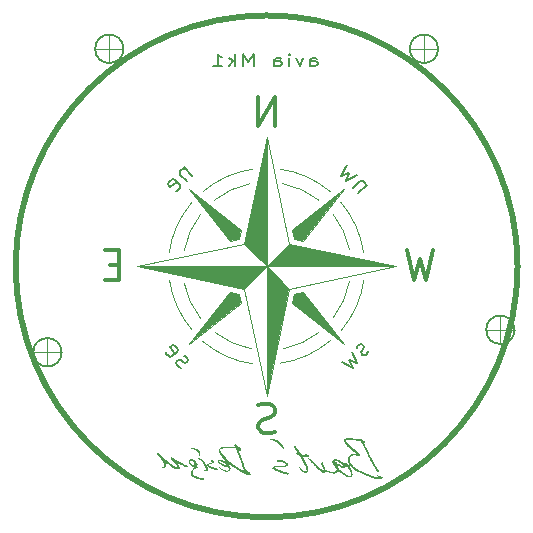
<source format=gbr>
%TF.GenerationSoftware,KiCad,Pcbnew,6.0.7-1.fc35*%
%TF.CreationDate,2022-12-09T22:30:18+01:00*%
%TF.ProjectId,Base,42617365-2e6b-4696-9361-645f70636258,rev?*%
%TF.SameCoordinates,Original*%
%TF.FileFunction,Legend,Bot*%
%TF.FilePolarity,Positive*%
%FSLAX46Y46*%
G04 Gerber Fmt 4.6, Leading zero omitted, Abs format (unit mm)*
G04 Created by KiCad (PCBNEW 6.0.7-1.fc35) date 2022-12-09 22:30:18*
%MOMM*%
%LPD*%
G01*
G04 APERTURE LIST*
%ADD10C,0.120000*%
%ADD11C,0.200000*%
%ADD12C,0.100000*%
%ADD13C,0.500000*%
%ADD14C,0.300000*%
%ADD15C,0.150000*%
G04 APERTURE END LIST*
D10*
X142261752Y-96150000D02*
X133161752Y-94250000D01*
X146061752Y-96150000D02*
X144161752Y-105250000D01*
X146361752Y-91200000D02*
X150711752Y-87700000D01*
X135947001Y-95394650D02*
G75*
G03*
X137861752Y-99625000I8214699J1169650D01*
G01*
X146361752Y-97350000D02*
X146461752Y-96550000D01*
X150711752Y-100800000D02*
X146361752Y-97350000D01*
X150481835Y-99670782D02*
G75*
G03*
X152411752Y-95375000I-6320135J5420782D01*
G01*
X162761752Y-99610000D02*
X165161752Y-99610000D01*
X152376502Y-93055350D02*
G75*
G03*
X150461752Y-88825000I-8214702J-1169650D01*
G01*
D11*
X126811752Y-101510000D02*
G75*
G03*
X126811752Y-101510000I-1200000J0D01*
G01*
D10*
X142992101Y-86010238D02*
G75*
G03*
X138761752Y-87925000I1169699J-8214762D01*
G01*
X138740993Y-100570055D02*
G75*
G03*
X143036752Y-102500000I5420807J6320055D01*
G01*
X151180567Y-92801259D02*
G75*
G03*
X149786752Y-89800000I-6993867J-1423741D01*
G01*
X137192936Y-95648741D02*
G75*
G03*
X138586752Y-98650000I6993864J1423741D01*
G01*
X150711752Y-87700000D02*
X147261752Y-92050000D01*
X137841670Y-88829218D02*
G75*
G03*
X135911752Y-93125000I6320130J-5420782D01*
G01*
D11*
X158691752Y-75820000D02*
G75*
G03*
X158691752Y-75820000I-1200000J0D01*
G01*
D10*
X142261752Y-96150000D02*
X144161752Y-94250000D01*
X157491752Y-74620000D02*
X157491752Y-77020000D01*
X144161752Y-83250000D02*
X146061752Y-92350000D01*
D12*
G36*
X141861752Y-96550000D02*
G01*
X141961752Y-97300000D01*
X137611752Y-100800000D01*
X141061752Y-96450000D01*
X141861752Y-96550000D01*
G37*
X141861752Y-96550000D02*
X141961752Y-97300000D01*
X137611752Y-100800000D01*
X141061752Y-96450000D01*
X141861752Y-96550000D01*
D10*
X145610499Y-101218846D02*
G75*
G03*
X148611752Y-99825000I-1423799J6993846D01*
G01*
X148585463Y-88626640D02*
G75*
G03*
X145486752Y-87225000I-4398663J-5598360D01*
G01*
X163961752Y-98410000D02*
X163961752Y-100810000D01*
X142763005Y-87231156D02*
G75*
G03*
X139761752Y-88625000I1423795J-6993844D01*
G01*
X139788039Y-99823362D02*
G75*
G03*
X142886752Y-101225000I4398661J5598362D01*
G01*
X141111752Y-92050000D02*
X141861752Y-91950000D01*
X137611752Y-87700000D02*
X141961752Y-91150000D01*
X124411752Y-101510000D02*
X126811752Y-101510000D01*
X129651752Y-75820000D02*
X132051752Y-75820000D01*
X147211752Y-96450000D02*
X150711752Y-100800000D01*
X141961752Y-97300000D02*
X137611752Y-100800000D01*
X133161752Y-94250000D02*
X142261752Y-92350000D01*
X146061752Y-96150000D02*
X144161752Y-94250000D01*
D11*
X132051752Y-75820000D02*
G75*
G03*
X132051752Y-75820000I-1200000J0D01*
G01*
D10*
X141961752Y-97300000D02*
X141861752Y-96550000D01*
X141961752Y-91150000D02*
X141861752Y-91950000D01*
X141061752Y-96450000D02*
X141861752Y-96550000D01*
X142261752Y-92350000D02*
X144161752Y-83250000D01*
X141111752Y-92050000D02*
X137611752Y-87700000D01*
X144161752Y-105250000D02*
X142261752Y-96150000D01*
X149785088Y-98623693D02*
G75*
G03*
X151186752Y-95525000I-5598288J4398693D01*
G01*
X145331397Y-102439714D02*
G75*
G03*
X149561752Y-100525000I-1169597J8214714D01*
G01*
X142261752Y-96150000D02*
X144161752Y-94250000D01*
D11*
X165161752Y-99610000D02*
G75*
G03*
X165161752Y-99610000I-1200000J0D01*
G01*
D10*
X146061752Y-96150000D02*
X144161752Y-94250000D01*
D12*
G36*
X150711752Y-100800000D02*
G01*
X146361752Y-97350000D01*
X146461752Y-96550000D01*
X147211752Y-96450000D01*
X150711752Y-100800000D01*
G37*
X150711752Y-100800000D02*
X146361752Y-97350000D01*
X146461752Y-96550000D01*
X147211752Y-96450000D01*
X150711752Y-100800000D01*
D10*
X137611752Y-100800000D02*
X141061752Y-96450000D01*
X146061752Y-92350000D02*
X144161752Y-94250000D01*
X156291752Y-75820000D02*
X158691752Y-75820000D01*
X147211752Y-96450000D02*
X146461752Y-96550000D01*
X138588416Y-89826308D02*
G75*
G03*
X137186752Y-92925000I5598284J-4398692D01*
G01*
D12*
G36*
X142261752Y-96150000D02*
G01*
X133161752Y-94250000D01*
X144161752Y-94250000D01*
X142261752Y-96150000D01*
G37*
X142261752Y-96150000D02*
X133161752Y-94250000D01*
X144161752Y-94250000D01*
X142261752Y-96150000D01*
D10*
X125611752Y-100310000D02*
X125611752Y-102710000D01*
D12*
G36*
X155161752Y-94250000D02*
G01*
X144161752Y-94250000D01*
X146061752Y-92350000D01*
X155161752Y-94250000D01*
G37*
X155161752Y-94250000D02*
X144161752Y-94250000D01*
X146061752Y-92350000D01*
X155161752Y-94250000D01*
D10*
X142261752Y-92350000D02*
X144161752Y-94250000D01*
D12*
G36*
X146061752Y-96150000D02*
G01*
X144161752Y-105250000D01*
X144161752Y-94250000D01*
X146061752Y-96150000D01*
G37*
X146061752Y-96150000D02*
X144161752Y-105250000D01*
X144161752Y-94250000D01*
X146061752Y-96150000D01*
D10*
X142261752Y-92350000D02*
X144161752Y-94250000D01*
D13*
X165420000Y-94240000D02*
G75*
G03*
X165420000Y-94240000I-21248248J0D01*
G01*
D10*
X146061752Y-92350000D02*
X144161752Y-94250000D01*
X149582509Y-87929947D02*
G75*
G03*
X145286752Y-86000000I-5420809J-6320053D01*
G01*
D12*
G36*
X147261752Y-92050000D02*
G01*
X146461752Y-91950000D01*
X146361752Y-91200000D01*
X150711752Y-87700000D01*
X147261752Y-92050000D01*
G37*
X147261752Y-92050000D02*
X146461752Y-91950000D01*
X146361752Y-91200000D01*
X150711752Y-87700000D01*
X147261752Y-92050000D01*
D10*
X155161752Y-94250000D02*
X146061752Y-96150000D01*
D12*
G36*
X141961752Y-91150000D02*
G01*
X141861752Y-91950000D01*
X141111752Y-92050000D01*
X137611752Y-87700000D01*
X141961752Y-91150000D01*
G37*
X141961752Y-91150000D02*
X141861752Y-91950000D01*
X141111752Y-92050000D01*
X137611752Y-87700000D01*
X141961752Y-91150000D01*
D10*
X130851752Y-74620000D02*
X130851752Y-77020000D01*
D12*
G36*
X144161752Y-94250000D02*
G01*
X142261752Y-92350000D01*
X144161752Y-83250000D01*
X144161752Y-94250000D01*
G37*
X144161752Y-94250000D02*
X142261752Y-92350000D01*
X144161752Y-83250000D01*
X144161752Y-94250000D01*
D10*
X147261752Y-92050000D02*
X146461752Y-91950000D01*
X146061752Y-92350000D02*
X155161752Y-94250000D01*
X146361752Y-91200000D02*
X146461752Y-91950000D01*
D14*
X131707466Y-94081428D02*
X130874132Y-94081428D01*
X130516990Y-95390952D02*
X131707466Y-95390952D01*
X131707466Y-92890952D01*
X130516990Y-92890952D01*
D15*
X136939290Y-102811167D02*
X136787767Y-102760660D01*
X136585736Y-102558629D01*
X136535229Y-102407106D01*
X136585736Y-102255583D01*
X136636244Y-102205076D01*
X136787767Y-102154568D01*
X136939290Y-102205076D01*
X137090813Y-102356599D01*
X137242335Y-102407106D01*
X137393858Y-102356599D01*
X137444366Y-102306091D01*
X137494874Y-102154568D01*
X137444366Y-102003045D01*
X137292843Y-101851522D01*
X137141320Y-101801015D01*
X135626091Y-101497969D02*
X135676599Y-101649492D01*
X135878629Y-101851522D01*
X136030152Y-101902030D01*
X136181675Y-101851522D01*
X136585736Y-101447461D01*
X136636244Y-101295938D01*
X136585736Y-101144416D01*
X136383706Y-100942385D01*
X136232183Y-100891877D01*
X136080660Y-100942385D01*
X135979645Y-101043400D01*
X136383706Y-101649492D01*
X152646904Y-87355583D02*
X151939797Y-88062690D01*
X152545889Y-87456599D02*
X152545889Y-87355583D01*
X152495381Y-87204061D01*
X152343858Y-87052538D01*
X152192335Y-87002030D01*
X152040813Y-87052538D01*
X151485229Y-87608122D01*
X151788274Y-86496954D02*
X150879137Y-87002030D01*
X151182183Y-86294923D01*
X150475076Y-86597969D01*
X150980152Y-85688832D01*
D14*
X144886037Y-108251904D02*
X144528894Y-108370952D01*
X143933656Y-108370952D01*
X143695561Y-108251904D01*
X143576513Y-108132857D01*
X143457466Y-107894761D01*
X143457466Y-107656666D01*
X143576513Y-107418571D01*
X143695561Y-107299523D01*
X143933656Y-107180476D01*
X144409847Y-107061428D01*
X144647942Y-106942380D01*
X144766990Y-106823333D01*
X144886037Y-106585238D01*
X144886037Y-106347142D01*
X144766990Y-106109047D01*
X144647942Y-105990000D01*
X144409847Y-105870952D01*
X143814609Y-105870952D01*
X143457466Y-105990000D01*
D11*
X147826666Y-77262380D02*
X147826666Y-76738571D01*
X147893333Y-76643333D01*
X148026666Y-76595714D01*
X148293333Y-76595714D01*
X148426666Y-76643333D01*
X147826666Y-77214761D02*
X147960000Y-77262380D01*
X148293333Y-77262380D01*
X148426666Y-77214761D01*
X148493333Y-77119523D01*
X148493333Y-77024285D01*
X148426666Y-76929047D01*
X148293333Y-76881428D01*
X147960000Y-76881428D01*
X147826666Y-76833809D01*
X147293333Y-76595714D02*
X146960000Y-77262380D01*
X146626666Y-76595714D01*
X146093333Y-77262380D02*
X146093333Y-76595714D01*
X146093333Y-76262380D02*
X146160000Y-76310000D01*
X146093333Y-76357619D01*
X146026666Y-76310000D01*
X146093333Y-76262380D01*
X146093333Y-76357619D01*
X144826666Y-77262380D02*
X144826666Y-76738571D01*
X144893333Y-76643333D01*
X145026666Y-76595714D01*
X145293333Y-76595714D01*
X145426666Y-76643333D01*
X144826666Y-77214761D02*
X144960000Y-77262380D01*
X145293333Y-77262380D01*
X145426666Y-77214761D01*
X145493333Y-77119523D01*
X145493333Y-77024285D01*
X145426666Y-76929047D01*
X145293333Y-76881428D01*
X144960000Y-76881428D01*
X144826666Y-76833809D01*
X143093333Y-77262380D02*
X143093333Y-76262380D01*
X142626666Y-76976666D01*
X142160000Y-76262380D01*
X142160000Y-77262380D01*
X141493333Y-77262380D02*
X141493333Y-76262380D01*
X141360000Y-76881428D02*
X140960000Y-77262380D01*
X140960000Y-76595714D02*
X141493333Y-76976666D01*
X139626666Y-77262380D02*
X140426666Y-77262380D01*
X140026666Y-77262380D02*
X140026666Y-76262380D01*
X140160000Y-76405238D01*
X140293333Y-76500476D01*
X140426666Y-76548095D01*
D15*
X152823935Y-101371446D02*
X152773427Y-101522969D01*
X152571396Y-101725000D01*
X152419874Y-101775507D01*
X152268351Y-101724999D01*
X152217843Y-101674492D01*
X152167335Y-101522969D01*
X152217843Y-101371446D01*
X152369366Y-101219923D01*
X152419874Y-101068400D01*
X152369366Y-100916877D01*
X152318858Y-100866370D01*
X152167335Y-100815862D01*
X152015813Y-100866370D01*
X151864290Y-101017893D01*
X151813782Y-101169416D01*
X151359213Y-101522969D02*
X151864290Y-102432106D01*
X151157183Y-102129061D01*
X151460229Y-102836167D01*
X150551091Y-102331091D01*
D14*
X144876037Y-82380952D02*
X144876037Y-79880952D01*
X143447466Y-82380952D01*
X143447466Y-79880952D01*
X158223180Y-92870952D02*
X157627942Y-95370952D01*
X157151752Y-93585238D01*
X156675561Y-95370952D01*
X156080323Y-92870952D01*
D15*
X137166320Y-85865862D02*
X137873427Y-86572969D01*
X137267335Y-85966877D02*
X137166320Y-85966877D01*
X137014797Y-86017385D01*
X136863274Y-86168908D01*
X136812767Y-86320431D01*
X136863274Y-86471954D01*
X137418858Y-87027538D01*
X136459213Y-87886167D02*
X136610736Y-87835660D01*
X136812767Y-87633629D01*
X136863274Y-87482106D01*
X136812767Y-87330583D01*
X136408706Y-86926522D01*
X136257183Y-86876015D01*
X136105660Y-86926522D01*
X135903629Y-87128553D01*
X135853122Y-87280076D01*
X135903629Y-87431599D01*
X136004645Y-87532614D01*
X136610736Y-87128553D01*
%TO.C,G\u002A\u002A\u002A*%
G36*
X147363555Y-110561160D02*
G01*
X147378603Y-110588814D01*
X147393160Y-110609816D01*
X147404091Y-110626674D01*
X147413826Y-110653402D01*
X147420964Y-110676324D01*
X147434397Y-110702810D01*
X147435007Y-110703748D01*
X147444433Y-110721961D01*
X147445519Y-110732295D01*
X147445120Y-110732946D01*
X147449241Y-110743354D01*
X147462963Y-110759644D01*
X147476932Y-110778682D01*
X147485359Y-110810532D01*
X147488326Y-110830786D01*
X147499392Y-110839024D01*
X147507178Y-110841953D01*
X147513425Y-110856341D01*
X147516692Y-110870117D01*
X147526811Y-110895726D01*
X147540925Y-110925834D01*
X147556094Y-110954224D01*
X147569378Y-110974677D01*
X147570077Y-110975664D01*
X147577003Y-110992195D01*
X147583520Y-111016777D01*
X147593381Y-111048173D01*
X147607989Y-111078691D01*
X147609756Y-111081675D01*
X147621066Y-111104918D01*
X147625690Y-111122129D01*
X147626965Y-111128825D01*
X147638412Y-111141277D01*
X147642667Y-111144638D01*
X147652892Y-111162236D01*
X147661796Y-111188500D01*
X147665371Y-111201286D01*
X147674096Y-111224720D01*
X147681818Y-111236626D01*
X147687432Y-111244314D01*
X147691178Y-111263377D01*
X147692942Y-111277406D01*
X147700443Y-111293607D01*
X147704950Y-111306087D01*
X147701133Y-111332774D01*
X147700474Y-111335170D01*
X147697274Y-111356166D01*
X147700106Y-111367341D01*
X147705908Y-111374388D01*
X147711996Y-111395080D01*
X147712879Y-111418773D01*
X147707521Y-111435906D01*
X147703782Y-111446478D01*
X147716719Y-111453111D01*
X147727602Y-111456950D01*
X147730831Y-111465199D01*
X147722993Y-111483043D01*
X147714263Y-111504584D01*
X147709912Y-111526648D01*
X147709762Y-111529151D01*
X147703576Y-111550881D01*
X147691144Y-111575990D01*
X147688575Y-111580344D01*
X147677121Y-111604075D01*
X147672468Y-111621523D01*
X147672215Y-111623970D01*
X147662740Y-111642078D01*
X147643308Y-111664346D01*
X147619049Y-111686087D01*
X147595091Y-111702609D01*
X147576564Y-111709222D01*
X147562217Y-111711020D01*
X147541492Y-111719129D01*
X147537480Y-111721194D01*
X147513980Y-111725453D01*
X147479419Y-111725856D01*
X147439271Y-111722935D01*
X147399014Y-111717222D01*
X147364122Y-111709251D01*
X147340074Y-111699553D01*
X147336156Y-111697202D01*
X147312838Y-111685696D01*
X147295808Y-111681013D01*
X147289133Y-111679840D01*
X147276890Y-111669318D01*
X147274818Y-111666065D01*
X147259862Y-111653119D01*
X147236760Y-111638913D01*
X147219650Y-111627979D01*
X147192370Y-111606410D01*
X147162272Y-111579517D01*
X147132826Y-111550723D01*
X147107499Y-111523452D01*
X147089759Y-111501130D01*
X147083075Y-111487179D01*
X147080138Y-111478809D01*
X147065609Y-111468874D01*
X147063010Y-111467899D01*
X147048377Y-111453398D01*
X147036152Y-111427973D01*
X147022582Y-111400607D01*
X146989086Y-111368428D01*
X146979367Y-111361502D01*
X146961412Y-111345162D01*
X146954529Y-111333023D01*
X146954593Y-111312773D01*
X146949674Y-111287195D01*
X146938066Y-111278729D01*
X146928913Y-111274151D01*
X146924033Y-111255340D01*
X146927190Y-111238926D01*
X146940405Y-111232080D01*
X146944947Y-111232209D01*
X146970441Y-111235991D01*
X146990651Y-111243306D01*
X146998876Y-111251885D01*
X147000818Y-111259703D01*
X147010953Y-111278988D01*
X147025813Y-111300540D01*
X147040896Y-111318095D01*
X147051701Y-111325390D01*
X147056188Y-111326908D01*
X147071871Y-111338674D01*
X147091176Y-111358250D01*
X147100068Y-111367582D01*
X147120774Y-111384351D01*
X147136715Y-111390994D01*
X147138380Y-111391104D01*
X147154293Y-111401941D01*
X147169959Y-111428974D01*
X147172569Y-111434540D01*
X147191747Y-111463018D01*
X147214206Y-111482768D01*
X147216827Y-111484289D01*
X147234708Y-111496708D01*
X147242059Y-111505598D01*
X147247118Y-111510058D01*
X147264005Y-111512615D01*
X147278964Y-111516107D01*
X147295873Y-111534522D01*
X147297359Y-111537350D01*
X147314376Y-111556118D01*
X147338722Y-111572026D01*
X147344324Y-111574823D01*
X147365080Y-111587952D01*
X147375426Y-111599133D01*
X147379393Y-111603265D01*
X147399352Y-111609268D01*
X147432706Y-111612196D01*
X147449246Y-111612466D01*
X147476235Y-111610368D01*
X147495779Y-111602623D01*
X147515565Y-111586881D01*
X147521875Y-111580817D01*
X147539736Y-111559923D01*
X147548762Y-111543331D01*
X147551057Y-111523206D01*
X147551432Y-111491743D01*
X147549824Y-111457702D01*
X147546591Y-111428172D01*
X147542088Y-111410242D01*
X147540750Y-111407283D01*
X147534217Y-111385988D01*
X147528415Y-111358250D01*
X147526306Y-111346167D01*
X147517765Y-111306344D01*
X147508298Y-111272903D01*
X147499173Y-111249879D01*
X147491658Y-111241307D01*
X147487619Y-111234774D01*
X147489397Y-111217135D01*
X147491384Y-111201515D01*
X147486495Y-111198506D01*
X147485610Y-111198899D01*
X147477753Y-111192901D01*
X147471001Y-111174341D01*
X147462480Y-111147607D01*
X147448495Y-111118355D01*
X147441844Y-111108212D01*
X147430976Y-111098823D01*
X147420733Y-111103542D01*
X147411871Y-111109853D01*
X147411258Y-111100976D01*
X147411111Y-111084899D01*
X147406535Y-111062536D01*
X147399373Y-111043521D01*
X147391882Y-111035488D01*
X147386038Y-111030785D01*
X147378863Y-111014438D01*
X147377060Y-111008329D01*
X147371563Y-110999740D01*
X147363882Y-111007421D01*
X147358187Y-111014913D01*
X147354703Y-111015105D01*
X147357492Y-111004798D01*
X147366077Y-110988169D01*
X147370172Y-110980791D01*
X147371241Y-110967199D01*
X147357892Y-110953213D01*
X147342821Y-110935193D01*
X147331413Y-110909242D01*
X147321973Y-110881188D01*
X147306730Y-110863869D01*
X147286300Y-110863236D01*
X147277541Y-110865441D01*
X147271143Y-110861600D01*
X147273864Y-110844344D01*
X147275693Y-110827489D01*
X147265783Y-110805220D01*
X147256552Y-110789929D01*
X147251473Y-110765383D01*
X147247364Y-110741408D01*
X147235427Y-110725128D01*
X147218867Y-110723323D01*
X147217297Y-110723720D01*
X147208089Y-110715890D01*
X147201311Y-110690632D01*
X147199852Y-110682847D01*
X147192911Y-110660648D01*
X147185007Y-110650030D01*
X147184100Y-110649614D01*
X147176206Y-110637275D01*
X147170960Y-110614943D01*
X147170860Y-110614091D01*
X147165629Y-110586523D01*
X147158473Y-110577165D01*
X147149077Y-110585595D01*
X147147904Y-110587377D01*
X147141133Y-110590262D01*
X147134944Y-110575969D01*
X147132180Y-110567081D01*
X147126829Y-110553683D01*
X147139208Y-110553683D01*
X147143886Y-110558361D01*
X147148563Y-110553683D01*
X147143886Y-110549005D01*
X147139208Y-110553683D01*
X147126829Y-110553683D01*
X147119270Y-110534756D01*
X147102799Y-110501673D01*
X147086024Y-110473968D01*
X147072203Y-110457778D01*
X147072150Y-110457739D01*
X147059129Y-110440577D01*
X147049845Y-110415817D01*
X147047902Y-110409204D01*
X147033593Y-110382225D01*
X147012653Y-110357357D01*
X147007817Y-110352711D01*
X146983205Y-110324715D01*
X146963693Y-110296409D01*
X146960927Y-110291747D01*
X146944485Y-110271946D01*
X146929453Y-110265052D01*
X146928023Y-110265085D01*
X146910308Y-110258542D01*
X146890292Y-110243106D01*
X146886537Y-110239471D01*
X146865273Y-110225601D01*
X146843263Y-110225720D01*
X146838888Y-110226728D01*
X146822332Y-110226047D01*
X146814576Y-110212583D01*
X146809723Y-110201316D01*
X146799767Y-110193499D01*
X146791273Y-110190872D01*
X146775131Y-110179515D01*
X146752897Y-110159672D01*
X146726698Y-110139268D01*
X146706555Y-110126923D01*
X146696123Y-110125153D01*
X146692896Y-110125894D01*
X146690147Y-110115537D01*
X146690040Y-110113429D01*
X146682226Y-110102963D01*
X146659742Y-110099647D01*
X146640997Y-110098821D01*
X146636631Y-110095203D01*
X146646352Y-110086451D01*
X146664235Y-110078661D01*
X146692122Y-110081800D01*
X146692783Y-110081988D01*
X146715135Y-110086149D01*
X146729133Y-110084945D01*
X146732369Y-110083846D01*
X146734817Y-110091063D01*
X146734961Y-110096374D01*
X146744923Y-110106898D01*
X146753234Y-110106084D01*
X146751309Y-110091696D01*
X146749013Y-110078528D01*
X146754042Y-110072288D01*
X146765306Y-110078893D01*
X146779321Y-110097606D01*
X146781399Y-110101110D01*
X146788920Y-110111546D01*
X146789492Y-110107544D01*
X146789805Y-110096143D01*
X146804536Y-110088833D01*
X146816863Y-110084661D01*
X146828684Y-110072726D01*
X146829011Y-110064888D01*
X146818022Y-110065301D01*
X146809670Y-110067117D01*
X146798088Y-110063094D01*
X146797515Y-110058377D01*
X146807144Y-110049763D01*
X146808044Y-110049400D01*
X146819140Y-110039964D01*
X146819854Y-110030179D01*
X146809429Y-110027440D01*
X146802178Y-110024545D01*
X146797735Y-110009502D01*
X146796326Y-110001797D01*
X146785520Y-109979409D01*
X146767548Y-109955053D01*
X146757532Y-109943291D01*
X146743408Y-109924646D01*
X146738251Y-109914520D01*
X146738691Y-109910664D01*
X146734826Y-109891086D01*
X146718213Y-109884769D01*
X146703623Y-109880892D01*
X146700671Y-109870451D01*
X146713891Y-109859950D01*
X146714079Y-109859877D01*
X146719154Y-109853663D01*
X146711805Y-109841894D01*
X146690503Y-109822093D01*
X146676437Y-109809091D01*
X146659382Y-109789670D01*
X146652725Y-109776453D01*
X146651104Y-109770264D01*
X146638692Y-109763149D01*
X146632230Y-109762045D01*
X146624659Y-109753385D01*
X146624430Y-109751786D01*
X146616551Y-109737398D01*
X146600934Y-109718302D01*
X146599199Y-109716401D01*
X146584743Y-109694454D01*
X146581447Y-109676227D01*
X146581966Y-109674028D01*
X146580521Y-109663841D01*
X146566462Y-109665572D01*
X146557580Y-109667824D01*
X146550419Y-109664083D01*
X146552014Y-109646682D01*
X146551485Y-109624847D01*
X146536379Y-109608315D01*
X146516489Y-109588808D01*
X146496089Y-109556776D01*
X146480918Y-109521043D01*
X146474972Y-109489355D01*
X146475759Y-109476270D01*
X146486708Y-109447989D01*
X146511321Y-109431625D01*
X146550587Y-109426353D01*
X146574993Y-109427503D01*
X146596737Y-109433907D01*
X146612381Y-109448151D01*
X146627672Y-109462268D01*
X146641126Y-109466082D01*
X146647332Y-109466467D01*
X146652725Y-109477924D01*
X146653960Y-109488029D01*
X146667133Y-109519122D01*
X146693082Y-109556108D01*
X146729764Y-109595860D01*
X146751650Y-109618315D01*
X146768069Y-109637681D01*
X146774346Y-109648653D01*
X146775984Y-109653761D01*
X146788379Y-109663622D01*
X146794873Y-109667558D01*
X146802412Y-109681647D01*
X146802434Y-109682208D01*
X146809618Y-109697017D01*
X146825801Y-109714623D01*
X146825977Y-109714776D01*
X146842377Y-109735686D01*
X146849190Y-109757408D01*
X146851894Y-109772597D01*
X146861202Y-109784467D01*
X146867049Y-109789075D01*
X146880677Y-109806957D01*
X146895604Y-109832610D01*
X146903986Y-109847462D01*
X146918721Y-109866597D01*
X146929743Y-109871635D01*
X146939415Y-109875051D01*
X146947256Y-109893372D01*
X146957508Y-109916863D01*
X146975949Y-109939554D01*
X146976420Y-109939967D01*
X146992297Y-109958005D01*
X146998876Y-109973584D01*
X146999909Y-109980093D01*
X147007958Y-109987679D01*
X147014279Y-109992672D01*
X147026490Y-110010672D01*
X147040500Y-110037272D01*
X147058686Y-110069781D01*
X147080711Y-110099396D01*
X147102146Y-110120174D01*
X147119423Y-110128011D01*
X147125304Y-110129983D01*
X147138635Y-110141353D01*
X147145599Y-110147093D01*
X147170427Y-110159032D01*
X147206270Y-110171011D01*
X147248187Y-110181489D01*
X147291234Y-110188925D01*
X147306006Y-110191328D01*
X147327303Y-110197236D01*
X147335672Y-110203427D01*
X147337251Y-110207462D01*
X147349705Y-110212210D01*
X147356203Y-110210879D01*
X147363882Y-110200515D01*
X147364805Y-110195181D01*
X147370898Y-110198489D01*
X147371194Y-110198871D01*
X147385175Y-110204988D01*
X147408177Y-110206675D01*
X147425141Y-110205757D01*
X147443422Y-110203871D01*
X147447877Y-110200833D01*
X147441662Y-110195601D01*
X147432801Y-110184616D01*
X147424401Y-110163498D01*
X147422004Y-110147478D01*
X147428638Y-110137261D01*
X147449387Y-110129854D01*
X147452445Y-110129050D01*
X147478136Y-110126253D01*
X147496037Y-110134564D01*
X147509319Y-110142764D01*
X147533854Y-110150176D01*
X147549634Y-110152961D01*
X147566771Y-110159032D01*
X147573416Y-110161390D01*
X147592102Y-110159784D01*
X147601016Y-110158447D01*
X147606980Y-110168068D01*
X147610786Y-110175221D01*
X147629357Y-110185549D01*
X147659569Y-110193864D01*
X147697150Y-110198714D01*
X147719548Y-110204198D01*
X147743859Y-110216293D01*
X147766069Y-110231961D01*
X147782533Y-110248188D01*
X147789609Y-110261960D01*
X147783651Y-110270262D01*
X147781333Y-110272233D01*
X147776077Y-110287751D01*
X147773721Y-110312748D01*
X147773106Y-110328083D01*
X147769523Y-110342679D01*
X147759888Y-110352299D01*
X147741045Y-110358480D01*
X147709838Y-110362760D01*
X147663112Y-110366678D01*
X147662123Y-110366754D01*
X147625959Y-110369875D01*
X147581026Y-110374201D01*
X147536814Y-110378819D01*
X147527989Y-110379730D01*
X147491979Y-110382280D01*
X147463452Y-110382512D01*
X147447937Y-110380333D01*
X147442103Y-110378161D01*
X147419225Y-110372459D01*
X147389866Y-110367257D01*
X147383458Y-110366358D01*
X147358238Y-110364475D01*
X147343785Y-110368574D01*
X147333821Y-110380094D01*
X147327693Y-110388797D01*
X147316682Y-110398452D01*
X147312027Y-110395350D01*
X147317499Y-110379603D01*
X147323298Y-110362720D01*
X147316658Y-110349198D01*
X147307919Y-110343450D01*
X147300979Y-110350202D01*
X147297209Y-110355669D01*
X147281566Y-110361897D01*
X147272197Y-110363899D01*
X147277343Y-110372798D01*
X147282861Y-110382834D01*
X147273626Y-110394387D01*
X147272133Y-110395510D01*
X147265557Y-110404037D01*
X147269243Y-110415624D01*
X147284573Y-110435456D01*
X147290006Y-110441538D01*
X147309090Y-110457329D01*
X147323302Y-110460785D01*
X147329102Y-110459697D01*
X147332986Y-110466860D01*
X147330351Y-110488336D01*
X147328418Y-110512623D01*
X147334782Y-110520939D01*
X147337577Y-110521849D01*
X147348925Y-110534078D01*
X147359856Y-110553683D01*
X147361160Y-110556022D01*
X147363555Y-110561160D01*
G37*
G36*
X145667287Y-109813044D02*
G01*
X145668750Y-109815858D01*
X145661050Y-109819281D01*
X145656097Y-109818606D01*
X145654813Y-109813044D01*
X145656184Y-109811925D01*
X145667287Y-109813044D01*
G37*
G36*
X140448596Y-110988711D02*
G01*
X140447292Y-111001580D01*
X140443878Y-111000405D01*
X140442642Y-110996170D01*
X140443878Y-110977016D01*
X140447126Y-110975429D01*
X140448596Y-110988711D01*
G37*
G36*
X138862205Y-111481786D02*
G01*
X138869005Y-111494456D01*
X138868738Y-111496545D01*
X138859650Y-111503259D01*
X138855179Y-111501474D01*
X138850295Y-111488674D01*
X138851641Y-111481992D01*
X138859650Y-111479871D01*
X138862205Y-111481786D01*
G37*
G36*
X138728289Y-111323454D02*
G01*
X138742060Y-111326227D01*
X138756080Y-111334391D01*
X138751793Y-111346045D01*
X138748605Y-111348339D01*
X138731346Y-111350562D01*
X138712735Y-111345007D01*
X138702687Y-111334087D01*
X138702251Y-111329311D01*
X138708382Y-111322581D01*
X138728289Y-111323454D01*
G37*
G36*
X150890737Y-109374898D02*
G01*
X150886059Y-109379576D01*
X150881381Y-109374898D01*
X150886059Y-109370221D01*
X150890737Y-109374898D01*
G37*
G36*
X145679760Y-109786537D02*
G01*
X145675083Y-109791215D01*
X145670405Y-109786537D01*
X145675083Y-109781860D01*
X145679760Y-109786537D01*
G37*
G36*
X135450348Y-111302499D02*
G01*
X135427851Y-111313030D01*
X135397681Y-111324922D01*
X135369349Y-111334782D01*
X135348457Y-111339886D01*
X135335336Y-111338728D01*
X135324889Y-111331790D01*
X135318628Y-111327556D01*
X135294782Y-111318044D01*
X135264825Y-111311242D01*
X135249996Y-111308589D01*
X135228739Y-111302561D01*
X135220387Y-111296671D01*
X135217510Y-111293168D01*
X135204015Y-111294433D01*
X135193771Y-111296546D01*
X135195710Y-111292762D01*
X135239097Y-111292762D01*
X135243775Y-111297440D01*
X135248453Y-111292762D01*
X135243775Y-111288084D01*
X135239097Y-111292762D01*
X135195710Y-111292762D01*
X135197332Y-111289596D01*
X135198124Y-111288885D01*
X135213646Y-111283107D01*
X135241711Y-111277831D01*
X135276853Y-111274120D01*
X135292544Y-111272952D01*
X135348513Y-111266870D01*
X135390151Y-111257906D01*
X135420973Y-111244664D01*
X135444494Y-111225750D01*
X135464227Y-111199769D01*
X135473651Y-111184540D01*
X135484152Y-111163889D01*
X135489332Y-111143562D01*
X135490476Y-111117234D01*
X135488872Y-111078578D01*
X135484720Y-111026174D01*
X135477256Y-110974035D01*
X135467533Y-110934822D01*
X135456114Y-110911409D01*
X135448224Y-110896694D01*
X135441239Y-110872853D01*
X135435179Y-110851408D01*
X135423392Y-110826366D01*
X135421832Y-110823853D01*
X135409834Y-110799689D01*
X135398758Y-110770970D01*
X135397301Y-110766699D01*
X135385404Y-110743875D01*
X135371612Y-110738226D01*
X135365556Y-110738194D01*
X135357232Y-110729294D01*
X135353121Y-110705437D01*
X135352799Y-110702595D01*
X135345724Y-110679509D01*
X135332698Y-110655264D01*
X135317079Y-110634439D01*
X135302222Y-110621612D01*
X135291483Y-110621359D01*
X135289238Y-110622654D01*
X135285875Y-110615674D01*
X135285228Y-110612071D01*
X135277017Y-110594413D01*
X135263063Y-110571958D01*
X135248074Y-110551844D01*
X135236759Y-110541209D01*
X135232912Y-110536546D01*
X135229742Y-110520159D01*
X135227240Y-110509971D01*
X135215709Y-110502228D01*
X135209284Y-110501448D01*
X135201559Y-110495211D01*
X135197814Y-110488197D01*
X135184223Y-110470744D01*
X135164137Y-110448028D01*
X135148264Y-110429801D01*
X135132809Y-110408850D01*
X135126832Y-110395989D01*
X135121411Y-110386272D01*
X135104972Y-110366125D01*
X135080157Y-110338957D01*
X135049650Y-110307833D01*
X135038603Y-110296907D01*
X134998200Y-110256694D01*
X134969089Y-110227090D01*
X134949509Y-110206146D01*
X134937702Y-110191917D01*
X134931908Y-110182453D01*
X134930368Y-110175808D01*
X134929875Y-110172653D01*
X134919993Y-110165432D01*
X134906485Y-110160394D01*
X134887578Y-110144176D01*
X134871749Y-110123213D01*
X134865042Y-110104232D01*
X134867007Y-110095544D01*
X134878917Y-110073819D01*
X134898069Y-110049945D01*
X134917588Y-110031336D01*
X134942985Y-110016527D01*
X134975251Y-110009679D01*
X135019245Y-110004600D01*
X135072035Y-110069089D01*
X135079748Y-110078333D01*
X135108797Y-110110626D01*
X135136761Y-110138418D01*
X135158509Y-110156522D01*
X135167423Y-110162843D01*
X135185171Y-110177400D01*
X135192256Y-110186482D01*
X135196208Y-110195149D01*
X135208692Y-110210785D01*
X135224562Y-110229188D01*
X135242747Y-110252884D01*
X135243400Y-110253789D01*
X135259146Y-110270706D01*
X135272521Y-110277698D01*
X135279814Y-110280220D01*
X135290221Y-110294070D01*
X135293021Y-110299435D01*
X135308286Y-110317137D01*
X135330612Y-110336223D01*
X135332510Y-110337630D01*
X135377757Y-110371692D01*
X135409600Y-110397007D01*
X135430002Y-110415334D01*
X135440929Y-110428434D01*
X135444345Y-110438065D01*
X135450503Y-110449598D01*
X135468306Y-110459293D01*
X135483704Y-110466824D01*
X135491694Y-110479894D01*
X135495190Y-110489356D01*
X135510405Y-110499517D01*
X135521357Y-110503590D01*
X135529116Y-110510752D01*
X135535428Y-110518542D01*
X135553132Y-110534039D01*
X135578232Y-110553582D01*
X135601903Y-110571760D01*
X135630754Y-110595359D01*
X135651495Y-110613976D01*
X135654007Y-110616428D01*
X135679462Y-110639273D01*
X135706650Y-110661270D01*
X135706697Y-110661306D01*
X135729353Y-110679824D01*
X135758914Y-110705855D01*
X135788993Y-110733775D01*
X135793626Y-110738178D01*
X135818589Y-110760869D01*
X135837997Y-110776848D01*
X135847977Y-110782891D01*
X135851955Y-110784035D01*
X135863108Y-110794810D01*
X135864456Y-110796720D01*
X135880969Y-110812418D01*
X135908365Y-110832663D01*
X135941803Y-110853825D01*
X135960192Y-110867674D01*
X135980575Y-110887134D01*
X135988370Y-110894630D01*
X136014309Y-110914665D01*
X136043913Y-110933143D01*
X136058479Y-110941365D01*
X136081834Y-110955829D01*
X136095120Y-110965859D01*
X136109226Y-110977570D01*
X136132243Y-110993350D01*
X136157855Y-111009133D01*
X136180133Y-111021275D01*
X136193151Y-111026132D01*
X136196765Y-111027022D01*
X136202707Y-111038038D01*
X136203319Y-111040665D01*
X136214484Y-111053529D01*
X136235255Y-111067472D01*
X136240558Y-111070515D01*
X136261859Y-111086829D01*
X136273307Y-111102343D01*
X136279256Y-111111895D01*
X136296340Y-111119687D01*
X136306426Y-111121156D01*
X136319958Y-111129540D01*
X136327738Y-111136095D01*
X136348816Y-111148336D01*
X136377279Y-111162051D01*
X136397504Y-111171551D01*
X136435674Y-111191644D01*
X136467634Y-111210900D01*
X136478118Y-111217498D01*
X136512110Y-111234836D01*
X136548646Y-111248921D01*
X136583834Y-111258801D01*
X136613784Y-111263523D01*
X136634607Y-111262136D01*
X136642412Y-111253686D01*
X136639491Y-111240479D01*
X136626912Y-111212859D01*
X136606675Y-111178602D01*
X136581265Y-111142235D01*
X136572900Y-111130960D01*
X136555080Y-111105562D01*
X136543317Y-111086906D01*
X136529839Y-111071119D01*
X136507714Y-111055777D01*
X136488437Y-111041676D01*
X136474071Y-111021603D01*
X136466727Y-111006683D01*
X136455912Y-110993764D01*
X136450673Y-110987980D01*
X136439007Y-110968421D01*
X136426059Y-110941268D01*
X136418131Y-110924696D01*
X136404400Y-110903979D01*
X136393394Y-110897363D01*
X136382021Y-110893543D01*
X136381543Y-110893151D01*
X136623702Y-110893151D01*
X136624197Y-110902448D01*
X136629799Y-110919596D01*
X136639044Y-110922270D01*
X136648663Y-110908464D01*
X136648905Y-110896206D01*
X136639014Y-110878393D01*
X136629072Y-110869873D01*
X136624571Y-110873534D01*
X136623702Y-110893151D01*
X136381543Y-110893151D01*
X136363948Y-110878721D01*
X136345137Y-110857868D01*
X136330350Y-110836351D01*
X136324350Y-110819540D01*
X136321863Y-110812284D01*
X136308194Y-110794449D01*
X136286579Y-110774398D01*
X136276431Y-110765633D01*
X136247532Y-110735590D01*
X136224346Y-110705005D01*
X136216991Y-110693791D01*
X136196924Y-110666733D01*
X136179375Y-110647237D01*
X136170519Y-110639055D01*
X136147505Y-110617432D01*
X136122326Y-110593459D01*
X136121339Y-110592513D01*
X136084876Y-110556777D01*
X136060734Y-110529984D01*
X136047393Y-110508607D01*
X136043335Y-110489116D01*
X136047039Y-110467982D01*
X136056988Y-110441674D01*
X136062196Y-110430546D01*
X136078106Y-110412281D01*
X136104288Y-110403414D01*
X136155334Y-110400158D01*
X136200397Y-110412403D01*
X136237916Y-110441093D01*
X136248178Y-110451740D01*
X136265940Y-110467828D01*
X136276531Y-110474162D01*
X136282820Y-110476438D01*
X136296261Y-110488195D01*
X136306276Y-110496060D01*
X136328068Y-110502228D01*
X136332278Y-110502735D01*
X136352594Y-110512569D01*
X136373466Y-110530991D01*
X136379589Y-110537497D01*
X136396863Y-110551161D01*
X136408508Y-110553694D01*
X136410233Y-110553296D01*
X136424665Y-110558524D01*
X136448210Y-110572745D01*
X136476716Y-110593533D01*
X136481567Y-110597301D01*
X136512782Y-110619685D01*
X136540802Y-110636975D01*
X136560068Y-110645693D01*
X136564376Y-110647003D01*
X136586598Y-110657064D01*
X136614884Y-110672998D01*
X136644727Y-110691852D01*
X136671622Y-110710674D01*
X136691063Y-110726513D01*
X136698545Y-110736416D01*
X136701784Y-110741566D01*
X136716665Y-110745469D01*
X136718098Y-110745570D01*
X136735959Y-110751920D01*
X136762961Y-110766196D01*
X136793847Y-110785660D01*
X136794967Y-110786421D01*
X136828882Y-110808170D01*
X136861410Y-110826973D01*
X136885654Y-110838835D01*
X136886831Y-110839310D01*
X136915984Y-110854778D01*
X136940723Y-110873487D01*
X136941747Y-110874469D01*
X136960409Y-110889113D01*
X136974660Y-110895156D01*
X136978517Y-110896206D01*
X136982664Y-110897335D01*
X136997919Y-110909189D01*
X136998430Y-110909772D01*
X137016024Y-110919291D01*
X137041164Y-110923223D01*
X137064177Y-110926363D01*
X137072762Y-110935675D01*
X137080229Y-110947933D01*
X137098490Y-110960213D01*
X137114757Y-110968040D01*
X137144679Y-110982782D01*
X137177495Y-110999216D01*
X137203686Y-111011616D01*
X137229710Y-111022102D01*
X137245322Y-111026132D01*
X137252252Y-111027218D01*
X137259871Y-111035064D01*
X137260199Y-111036382D01*
X137271163Y-111043897D01*
X137292844Y-111050181D01*
X137295276Y-111050677D01*
X137320784Y-111060221D01*
X137337971Y-111073719D01*
X137354836Y-111086456D01*
X137379597Y-111093317D01*
X137380207Y-111093366D01*
X137402029Y-111098611D01*
X137413782Y-111107846D01*
X137421415Y-111114821D01*
X137441544Y-111115949D01*
X137458017Y-111116063D01*
X137475643Y-111125083D01*
X137482994Y-111131804D01*
X137499580Y-111138397D01*
X137506895Y-111141590D01*
X137512468Y-111156343D01*
X137513145Y-111166743D01*
X137517921Y-111188501D01*
X137518676Y-111193044D01*
X137510021Y-111206626D01*
X137484419Y-111222587D01*
X137483128Y-111223243D01*
X137460680Y-111233103D01*
X137438851Y-111238012D01*
X137411261Y-111238728D01*
X137371532Y-111236012D01*
X137365458Y-111235447D01*
X137329081Y-111230508D01*
X137301453Y-111224143D01*
X137287548Y-111217449D01*
X137280937Y-111212392D01*
X137259096Y-111202358D01*
X137230040Y-111193174D01*
X137212691Y-111187909D01*
X137187213Y-111176795D01*
X137173165Y-111165926D01*
X137164373Y-111157753D01*
X137142321Y-111154935D01*
X137126423Y-111154479D01*
X137108613Y-111139358D01*
X137097910Y-111126888D01*
X137083544Y-111119687D01*
X137077841Y-111117980D01*
X137075786Y-111106589D01*
X137076628Y-111103530D01*
X137071249Y-111095780D01*
X137050213Y-111093491D01*
X137026804Y-111089603D01*
X136993003Y-111068830D01*
X136987967Y-111064391D01*
X136968934Y-111051382D01*
X136956036Y-111048143D01*
X136945832Y-111047808D01*
X136927912Y-111039125D01*
X136914472Y-111031408D01*
X136895471Y-111026132D01*
X136884013Y-111022182D01*
X136869114Y-111007421D01*
X136857794Y-110996124D01*
X136836458Y-110988653D01*
X136814532Y-110984727D01*
X136788691Y-110974620D01*
X136765413Y-110964822D01*
X136746334Y-110960644D01*
X136732789Y-110957832D01*
X136711740Y-110947312D01*
X136694428Y-110938444D01*
X136680503Y-110940439D01*
X136677490Y-110955191D01*
X136687182Y-110980294D01*
X136690318Y-110985836D01*
X136714244Y-111026863D01*
X136731145Y-111052925D01*
X136742171Y-111065643D01*
X136748474Y-111066639D01*
X136752769Y-111069331D01*
X136754678Y-111085383D01*
X136757117Y-111102279D01*
X136763855Y-111110331D01*
X136771879Y-111117453D01*
X136779178Y-111136059D01*
X136785677Y-111156021D01*
X136795437Y-111174567D01*
X136804272Y-111188474D01*
X136816217Y-111218557D01*
X136822367Y-111249474D01*
X136820597Y-111272915D01*
X136817052Y-111282502D01*
X136811934Y-111300914D01*
X136810810Y-111319397D01*
X136810593Y-111322433D01*
X136799939Y-111343586D01*
X136776620Y-111364492D01*
X136745322Y-111380760D01*
X136742857Y-111381675D01*
X136715445Y-111392170D01*
X136693867Y-111400905D01*
X136678248Y-111406387D01*
X136651768Y-111412720D01*
X136613397Y-111417029D01*
X136575155Y-111416543D01*
X136549610Y-111410107D01*
X136548720Y-111409650D01*
X136527202Y-111402578D01*
X136499683Y-111397749D01*
X136499535Y-111397733D01*
X136469112Y-111390701D01*
X136442513Y-111378635D01*
X136421509Y-111367895D01*
X136401579Y-111362928D01*
X136387128Y-111358670D01*
X136368817Y-111344473D01*
X136352444Y-111331264D01*
X136326978Y-111320520D01*
X136306022Y-111314589D01*
X136282228Y-111304571D01*
X136269364Y-111297398D01*
X136244806Y-111283747D01*
X136227758Y-111273798D01*
X136192186Y-111251233D01*
X136154083Y-111225445D01*
X136119657Y-111200690D01*
X136095120Y-111181219D01*
X136091836Y-111178439D01*
X136068558Y-111164031D01*
X136049942Y-111160818D01*
X136039115Y-111161408D01*
X136037785Y-111152190D01*
X136037483Y-111146834D01*
X136028092Y-111131023D01*
X136011575Y-111112841D01*
X135993348Y-111097853D01*
X135978825Y-111091620D01*
X135978312Y-111091577D01*
X135966278Y-111084983D01*
X135948532Y-111070571D01*
X135937854Y-111061137D01*
X135912093Y-111039461D01*
X135884016Y-111016777D01*
X135868354Y-111004065D01*
X135840282Y-110979821D01*
X135819017Y-110959695D01*
X135818104Y-110958760D01*
X135792470Y-110936761D01*
X135764002Y-110917595D01*
X135745259Y-110906989D01*
X135719709Y-110892101D01*
X135706115Y-110883044D01*
X135701539Y-110877719D01*
X135703048Y-110874029D01*
X135703261Y-110873803D01*
X135701102Y-110866071D01*
X135688134Y-110857967D01*
X135671611Y-110852796D01*
X135658787Y-110853863D01*
X135656365Y-110859401D01*
X135654092Y-110880362D01*
X135653418Y-110912435D01*
X135654224Y-110951086D01*
X135656388Y-110991780D01*
X135659790Y-111029982D01*
X135664309Y-111061160D01*
X135664040Y-111074743D01*
X135654761Y-111092163D01*
X135653376Y-111093494D01*
X135644855Y-111111548D01*
X135641366Y-111137204D01*
X135638456Y-111160784D01*
X135627190Y-111181743D01*
X135603944Y-111206338D01*
X135589021Y-111220983D01*
X135572828Y-111238842D01*
X135566538Y-111248759D01*
X135566163Y-111250695D01*
X135555321Y-111262073D01*
X135534363Y-111274310D01*
X135509880Y-111284088D01*
X135488464Y-111288084D01*
X135471929Y-111289996D01*
X135466412Y-111292762D01*
X135459790Y-111296082D01*
X135450348Y-111302499D01*
G37*
G36*
X151223803Y-111166894D02*
G01*
X151232210Y-111175819D01*
X151233672Y-111179443D01*
X151228084Y-111185175D01*
X151225369Y-111184815D01*
X151218177Y-111175819D01*
X151218284Y-111173702D01*
X151222302Y-111166464D01*
X151223803Y-111166894D01*
G37*
G36*
X141445484Y-109445449D02*
G01*
X141450895Y-109453987D01*
X141444868Y-109466893D01*
X141439301Y-109471291D01*
X141429180Y-109471531D01*
X141429011Y-109459097D01*
X141432523Y-109452509D01*
X141442750Y-109445064D01*
X141445484Y-109445449D01*
G37*
G36*
X138232836Y-109880092D02*
G01*
X138228158Y-109884769D01*
X138223481Y-109880092D01*
X138228158Y-109875414D01*
X138232836Y-109880092D01*
G37*
G36*
X152817956Y-110399318D02*
G01*
X152822467Y-110407270D01*
X152827168Y-110420920D01*
X152826540Y-110423327D01*
X152817956Y-110422707D01*
X152813511Y-110418021D01*
X152808743Y-110401105D01*
X152808775Y-110398978D01*
X152810690Y-110390551D01*
X152817956Y-110399318D01*
G37*
G36*
X138316234Y-111164231D02*
G01*
X138321568Y-111197708D01*
X138330177Y-111223621D01*
X138332140Y-111227665D01*
X138339527Y-111250741D01*
X138334923Y-111265688D01*
X138330674Y-111272973D01*
X138330604Y-111287333D01*
X138332355Y-111291205D01*
X138328316Y-111306395D01*
X138309397Y-111320692D01*
X138278608Y-111332377D01*
X138238955Y-111339730D01*
X138213828Y-111343203D01*
X138185401Y-111350430D01*
X138172989Y-111359112D01*
X138163321Y-111367273D01*
X138139638Y-111366273D01*
X138129467Y-111364549D01*
X138114984Y-111365862D01*
X138111215Y-111376344D01*
X138109852Y-111384031D01*
X138102713Y-111386843D01*
X138095478Y-111387873D01*
X138080691Y-111399360D01*
X138064368Y-111417539D01*
X138051163Y-111437047D01*
X138045727Y-111452522D01*
X138044444Y-111458375D01*
X138033196Y-111465838D01*
X138022048Y-111471864D01*
X138010092Y-111489042D01*
X138000105Y-111503525D01*
X137986090Y-111507093D01*
X137984635Y-111506620D01*
X137973746Y-111511269D01*
X137965942Y-111533004D01*
X137963819Y-111541604D01*
X137953879Y-111570696D01*
X137940617Y-111600455D01*
X137926449Y-111626314D01*
X137913792Y-111643706D01*
X137905063Y-111648063D01*
X137903745Y-111647885D01*
X137899630Y-111658369D01*
X137896979Y-111684835D01*
X137896040Y-111725158D01*
X137896045Y-111729972D01*
X137896829Y-111770047D01*
X137899466Y-111796044D01*
X137904698Y-111812156D01*
X137913266Y-111822579D01*
X137925254Y-111833943D01*
X137943813Y-111855063D01*
X137972366Y-111881991D01*
X138019618Y-111906460D01*
X138038218Y-111917934D01*
X138050653Y-111934391D01*
X138055844Y-111944615D01*
X138067407Y-111952638D01*
X138071481Y-111953321D01*
X138090575Y-111959867D01*
X138115893Y-111971031D01*
X138125875Y-111975691D01*
X138149481Y-111985407D01*
X138163864Y-111989424D01*
X138170900Y-111991520D01*
X138185560Y-112003174D01*
X138199984Y-112013705D01*
X138223481Y-112022486D01*
X138244311Y-112029893D01*
X138261316Y-112041695D01*
X138268384Y-112048314D01*
X138278781Y-112051066D01*
X138283796Y-112050246D01*
X138298771Y-112055704D01*
X138299660Y-112056271D01*
X138306657Y-112062804D01*
X138295985Y-112064442D01*
X138287328Y-112066130D01*
X138279613Y-112075173D01*
X138279748Y-112076353D01*
X138290536Y-112081933D01*
X138318357Y-112080563D01*
X138319820Y-112080377D01*
X138362892Y-112081355D01*
X138414251Y-112092553D01*
X138441278Y-112100342D01*
X138477079Y-112109785D01*
X138504144Y-112115942D01*
X138515718Y-112118359D01*
X138551572Y-112128015D01*
X138586496Y-112139980D01*
X138614712Y-112152131D01*
X138630442Y-112162346D01*
X138634614Y-112165995D01*
X138656128Y-112176753D01*
X138685046Y-112185746D01*
X138713303Y-112190811D01*
X138732832Y-112189789D01*
X138739248Y-112185674D01*
X138744835Y-112172507D01*
X138740735Y-112160017D01*
X138728118Y-112156469D01*
X138728059Y-112156482D01*
X138719862Y-112156160D01*
X138724193Y-112150341D01*
X138737054Y-112142261D01*
X138754447Y-112135157D01*
X138770081Y-112133336D01*
X138781178Y-112143467D01*
X138784853Y-112148805D01*
X138802386Y-112162640D01*
X138827909Y-112176330D01*
X138840875Y-112182788D01*
X138861084Y-112196856D01*
X138869005Y-112208853D01*
X138874718Y-112222232D01*
X138890905Y-112237545D01*
X138902730Y-112247017D01*
X138909085Y-112261986D01*
X138907094Y-112286877D01*
X138905852Y-112293674D01*
X138897810Y-112315315D01*
X138884802Y-112321942D01*
X138875685Y-112323633D01*
X138860262Y-112334902D01*
X138851594Y-112341977D01*
X138828483Y-112341802D01*
X138811206Y-112340216D01*
X138798861Y-112345214D01*
X138794922Y-112349241D01*
X138779812Y-112354160D01*
X138764034Y-112352575D01*
X138756740Y-112344618D01*
X138753105Y-112339680D01*
X138738066Y-112340559D01*
X138730030Y-112342141D01*
X138709570Y-112340855D01*
X138679112Y-112333391D01*
X138635120Y-112319008D01*
X138628351Y-112316722D01*
X138616409Y-112313169D01*
X138613444Y-112312117D01*
X138600037Y-112304792D01*
X138594356Y-112302186D01*
X138579651Y-112302738D01*
X138578298Y-112303353D01*
X138562597Y-112303603D01*
X138538811Y-112299216D01*
X138513589Y-112292035D01*
X138493580Y-112283899D01*
X138485433Y-112276650D01*
X138485422Y-112276412D01*
X138477037Y-112272188D01*
X138457729Y-112273607D01*
X138436587Y-112274869D01*
X138424433Y-112270098D01*
X138418940Y-112265374D01*
X138401461Y-112261049D01*
X138391611Y-112259380D01*
X138380516Y-112250350D01*
X138372906Y-112243146D01*
X138354009Y-112238075D01*
X138335853Y-112235819D01*
X138307679Y-112229736D01*
X138303834Y-112228624D01*
X138277145Y-112220924D01*
X138246869Y-112212201D01*
X138242090Y-112210749D01*
X138210291Y-112198239D01*
X138183666Y-112183787D01*
X138182869Y-112183249D01*
X138160239Y-112172145D01*
X138141566Y-112169421D01*
X138136507Y-112169448D01*
X138114319Y-112163213D01*
X138082137Y-112149489D01*
X138044026Y-112130273D01*
X138004055Y-112107562D01*
X137966289Y-112083353D01*
X137950387Y-112072932D01*
X137928055Y-112060200D01*
X137914856Y-112055230D01*
X137901507Y-112050664D01*
X137879037Y-112035120D01*
X137854609Y-112013001D01*
X137833279Y-111988976D01*
X137820100Y-111967712D01*
X137805999Y-111942141D01*
X137787183Y-111919576D01*
X137770227Y-111900634D01*
X137758065Y-111874272D01*
X137752139Y-111838394D01*
X137751244Y-111788600D01*
X137753284Y-111743212D01*
X137758919Y-111698584D01*
X137767808Y-111671453D01*
X137779841Y-111662302D01*
X137787245Y-111659323D01*
X137793131Y-111644853D01*
X137797771Y-111626997D01*
X137810415Y-111605092D01*
X137823186Y-111584129D01*
X137834410Y-111555346D01*
X137839276Y-111543046D01*
X137855668Y-111517101D01*
X137877857Y-111491175D01*
X137892571Y-111475366D01*
X137906438Y-111457044D01*
X137909908Y-111446860D01*
X137909411Y-111440615D01*
X137917756Y-111426748D01*
X137923936Y-111418437D01*
X137926886Y-111404009D01*
X137927470Y-111396202D01*
X137937828Y-111381897D01*
X137945570Y-111373420D01*
X137952173Y-111357105D01*
X137953038Y-111351708D01*
X137961528Y-111344217D01*
X137966508Y-111341738D01*
X137971181Y-111327845D01*
X137974153Y-111314287D01*
X137985215Y-111293313D01*
X137996523Y-111273224D01*
X137997066Y-111256926D01*
X137984917Y-111250663D01*
X137978373Y-111249033D01*
X137970884Y-111236630D01*
X137964934Y-111226692D01*
X137942524Y-111222596D01*
X137921555Y-111219020D01*
X137908872Y-111208806D01*
X137902015Y-111199824D01*
X137883152Y-111180853D01*
X137855633Y-111155645D01*
X137822628Y-111127203D01*
X137793909Y-111102796D01*
X137765988Y-111078263D01*
X137746403Y-111060103D01*
X137738210Y-111051074D01*
X137729223Y-111039516D01*
X137712483Y-111023404D01*
X137712445Y-111023371D01*
X137696748Y-111006089D01*
X137690221Y-110991701D01*
X137689448Y-110986801D01*
X137680865Y-110979355D01*
X137676562Y-110977772D01*
X137671510Y-110965322D01*
X137668037Y-110957138D01*
X137652799Y-110951289D01*
X137639887Y-110947641D01*
X137634088Y-110930976D01*
X137633896Y-110927270D01*
X137625443Y-110903778D01*
X137608686Y-110884464D01*
X137589448Y-110876445D01*
X137581457Y-110873375D01*
X137580664Y-110857744D01*
X137582122Y-110846006D01*
X137578171Y-110834479D01*
X137576385Y-110832985D01*
X137569071Y-110816149D01*
X137564731Y-110788424D01*
X137563646Y-110756177D01*
X137565144Y-110737612D01*
X137671618Y-110737612D01*
X137672849Y-110767079D01*
X137677359Y-110796341D01*
X137684825Y-110818924D01*
X137693554Y-110832159D01*
X137714603Y-110856770D01*
X137740159Y-110881608D01*
X137764359Y-110902962D01*
X137798742Y-110933851D01*
X137824713Y-110958248D01*
X137846045Y-110979748D01*
X137866509Y-111001941D01*
X137876673Y-111012446D01*
X137896948Y-111028226D01*
X137910947Y-111031769D01*
X137917666Y-111031002D01*
X137925276Y-111040459D01*
X137925852Y-111046017D01*
X137928784Y-111063554D01*
X137928952Y-111064236D01*
X137932293Y-111082265D01*
X137935437Y-111087207D01*
X137950091Y-111091620D01*
X137966204Y-111095291D01*
X137988118Y-111106608D01*
X138004371Y-111115349D01*
X138015168Y-111115943D01*
X138022310Y-111115629D01*
X138036796Y-111124748D01*
X138042557Y-111129765D01*
X138052306Y-111134228D01*
X138058198Y-111125061D01*
X138059668Y-111117835D01*
X138060290Y-111094136D01*
X138058078Y-111064072D01*
X138055758Y-111048170D01*
X138048022Y-111022862D01*
X138036082Y-111012007D01*
X138029076Y-111006479D01*
X138019912Y-110988571D01*
X138014142Y-110965698D01*
X138013350Y-110945130D01*
X138019119Y-110934137D01*
X138022307Y-110931744D01*
X138027016Y-110917765D01*
X138027943Y-110912032D01*
X138036372Y-110904512D01*
X138039463Y-110905127D01*
X138045727Y-110915426D01*
X138046221Y-110919193D01*
X138051918Y-110920151D01*
X138054097Y-110908969D01*
X138049317Y-110886124D01*
X138038870Y-110857986D01*
X138024916Y-110830252D01*
X138009615Y-110808618D01*
X138006528Y-110805380D01*
X137986662Y-110789397D01*
X137970134Y-110782891D01*
X137961640Y-110781088D01*
X137948790Y-110768858D01*
X137944770Y-110762379D01*
X137929910Y-110754825D01*
X137926089Y-110753997D01*
X137909729Y-110743373D01*
X137890799Y-110724420D01*
X137865183Y-110694014D01*
X137775907Y-110696910D01*
X137753420Y-110697780D01*
X137717470Y-110699820D01*
X137691179Y-110702171D01*
X137679071Y-110704479D01*
X137673995Y-110714416D01*
X137671618Y-110737612D01*
X137565144Y-110737612D01*
X137566099Y-110725778D01*
X137572372Y-110703594D01*
X137580328Y-110690105D01*
X137599783Y-110663913D01*
X137621950Y-110639519D01*
X137642467Y-110621515D01*
X137656975Y-110614493D01*
X137657152Y-110614491D01*
X137672617Y-110608907D01*
X137692774Y-110595782D01*
X137705098Y-110587749D01*
X137720775Y-110582244D01*
X137743367Y-110579000D01*
X137776803Y-110577461D01*
X137825011Y-110577072D01*
X137831013Y-110577075D01*
X137876847Y-110577501D01*
X137908131Y-110579033D01*
X137928615Y-110582223D01*
X137942046Y-110587622D01*
X137952173Y-110595782D01*
X137969324Y-110608126D01*
X137990108Y-110614493D01*
X138017615Y-110620067D01*
X138052132Y-110634473D01*
X138086550Y-110654203D01*
X138113783Y-110675745D01*
X138130391Y-110695496D01*
X138153842Y-110729588D01*
X138178394Y-110770094D01*
X138200991Y-110811649D01*
X138218578Y-110848888D01*
X138228098Y-110876445D01*
X138229208Y-110881420D01*
X138242092Y-110921244D01*
X138258797Y-110950037D01*
X138277172Y-110963961D01*
X138277260Y-110963985D01*
X138298016Y-110969098D01*
X138324711Y-110974867D01*
X138330471Y-110976137D01*
X138348433Y-110983801D01*
X138350439Y-110995042D01*
X138347860Y-111004012D01*
X138345101Y-111026897D01*
X138342813Y-111037083D01*
X138332237Y-111044843D01*
X138326585Y-111047872D01*
X138319352Y-111065008D01*
X138315180Y-111093220D01*
X138315152Y-111094136D01*
X138314123Y-111127848D01*
X138316234Y-111164231D01*
G37*
G36*
X141984364Y-109777011D02*
G01*
X141980496Y-109789734D01*
X141964653Y-109813250D01*
X141940035Y-109839834D01*
X141935656Y-109843555D01*
X141910389Y-109865023D01*
X141901845Y-109871496D01*
X141883555Y-109888009D01*
X141873523Y-109905406D01*
X141869297Y-109929620D01*
X141868424Y-109966588D01*
X141869050Y-109987078D01*
X141873977Y-110013066D01*
X141884810Y-110027655D01*
X141894483Y-110037121D01*
X141903437Y-110054819D01*
X141906091Y-110064226D01*
X141917271Y-110083977D01*
X141921555Y-110091606D01*
X141929118Y-110115623D01*
X141934583Y-110146124D01*
X141936801Y-110161477D01*
X141945163Y-110189604D01*
X141958469Y-110204016D01*
X141970610Y-110215166D01*
X141971109Y-110235831D01*
X141970904Y-110260943D01*
X141981311Y-110294367D01*
X142000488Y-110325522D01*
X142010432Y-110345137D01*
X142016896Y-110371442D01*
X142017084Y-110372845D01*
X142023215Y-110395846D01*
X142032146Y-110409294D01*
X142037043Y-110416450D01*
X142043511Y-110438323D01*
X142047795Y-110468189D01*
X142048042Y-110471017D01*
X142055701Y-110512050D01*
X142069686Y-110535988D01*
X142080736Y-110551494D01*
X142087274Y-110576543D01*
X142087714Y-110582658D01*
X142094316Y-110609335D01*
X142106322Y-110638243D01*
X142110214Y-110646539D01*
X142120062Y-110677193D01*
X142122694Y-110703355D01*
X142122621Y-110704143D01*
X142124006Y-110725019D01*
X142134051Y-110731421D01*
X142135485Y-110731555D01*
X142147279Y-110742132D01*
X142156751Y-110766519D01*
X142158564Y-110773273D01*
X142166196Y-110793472D01*
X142173123Y-110801602D01*
X142177508Y-110804850D01*
X142180829Y-110819761D01*
X142182325Y-110830506D01*
X142190184Y-110843701D01*
X142196008Y-110852177D01*
X142199539Y-110871768D01*
X142201587Y-110886906D01*
X142208895Y-110899834D01*
X142209345Y-110900148D01*
X142215650Y-110913501D01*
X142218250Y-110936249D01*
X142218256Y-110937608D01*
X142220182Y-110960258D01*
X142224511Y-110973142D01*
X142225497Y-110974492D01*
X142230412Y-110990012D01*
X142234158Y-111014462D01*
X142234337Y-111016130D01*
X142242368Y-111047694D01*
X142256181Y-111075163D01*
X142270548Y-111100995D01*
X142280780Y-111131295D01*
X142288257Y-111157738D01*
X142298582Y-111180497D01*
X142300385Y-111183638D01*
X142309774Y-111207491D01*
X142317010Y-111236630D01*
X142318400Y-111243957D01*
X142324618Y-111268743D01*
X142330655Y-111283407D01*
X142330733Y-111283511D01*
X142336908Y-111297440D01*
X142337554Y-111298897D01*
X142344070Y-111322521D01*
X142352462Y-111346719D01*
X142363861Y-111363427D01*
X142370561Y-111371142D01*
X142377293Y-111390638D01*
X142382918Y-111403782D01*
X142399870Y-111416988D01*
X142415655Y-111427829D01*
X142428271Y-111445626D01*
X142435810Y-111457638D01*
X142454810Y-111469613D01*
X142467374Y-111475220D01*
X142489430Y-111490016D01*
X142511882Y-111508744D01*
X142529320Y-111526769D01*
X142536335Y-111539458D01*
X142538894Y-111544813D01*
X142552707Y-111553367D01*
X142575268Y-111563108D01*
X142603520Y-111579232D01*
X142627832Y-111596511D01*
X142641580Y-111610674D01*
X142647128Y-111617618D01*
X142662468Y-111624880D01*
X142671147Y-111628425D01*
X142681344Y-111643591D01*
X142687287Y-111654514D01*
X142700356Y-111662302D01*
X142710297Y-111666124D01*
X142712820Y-111668981D01*
X142723444Y-111681013D01*
X142731604Y-111692398D01*
X142743408Y-111699723D01*
X142755122Y-111705957D01*
X142775267Y-111723818D01*
X142800039Y-111749931D01*
X142825988Y-111780904D01*
X142835944Y-111796822D01*
X142838347Y-111814991D01*
X142833146Y-111842392D01*
X142830956Y-111850440D01*
X142820163Y-111880450D01*
X142808413Y-111902910D01*
X142803761Y-111908829D01*
X142793542Y-111916743D01*
X142777709Y-111921269D01*
X142751899Y-111923358D01*
X142711749Y-111923960D01*
X142703918Y-111923965D01*
X142662128Y-111922742D01*
X142637783Y-111919243D01*
X142629889Y-111913339D01*
X142629430Y-111909576D01*
X142624023Y-111908290D01*
X142622515Y-111909099D01*
X142607965Y-111907920D01*
X142585459Y-111900494D01*
X142583379Y-111899647D01*
X142553134Y-111890568D01*
X142525526Y-111886832D01*
X142512817Y-111885297D01*
X142483500Y-111876834D01*
X142452136Y-111863444D01*
X142433160Y-111854242D01*
X142409345Y-111844027D01*
X142395906Y-111840055D01*
X142394372Y-111839854D01*
X142379815Y-111832129D01*
X142360608Y-111816666D01*
X142357778Y-111814132D01*
X142336457Y-111799324D01*
X142318917Y-111793278D01*
X142310176Y-111791841D01*
X142302449Y-111783922D01*
X142299242Y-111778614D01*
X142284407Y-111774567D01*
X142271301Y-111771833D01*
X142251422Y-111759625D01*
X142239889Y-111751520D01*
X142224449Y-111749300D01*
X142209367Y-111747453D01*
X142189607Y-111736384D01*
X142171333Y-111723995D01*
X142159111Y-111718642D01*
X142151211Y-111715310D01*
X142136140Y-111703148D01*
X142125271Y-111694918D01*
X142117317Y-111698470D01*
X142112516Y-111706280D01*
X142102098Y-111707608D01*
X142096630Y-111695046D01*
X142095145Y-111688526D01*
X142083742Y-111681013D01*
X142075024Y-111678805D01*
X142059090Y-111666837D01*
X142050475Y-111659186D01*
X142027987Y-111644100D01*
X141999473Y-111628078D01*
X141996747Y-111626676D01*
X142365973Y-111626676D01*
X142366056Y-111635654D01*
X142380028Y-111646084D01*
X142400615Y-111656137D01*
X142428748Y-111664288D01*
X142451901Y-111669294D01*
X142473186Y-111676013D01*
X142484427Y-111678381D01*
X142489558Y-111668981D01*
X142488285Y-111662488D01*
X142476407Y-111649902D01*
X142476382Y-111649892D01*
X142465255Y-111637886D01*
X142456953Y-111616157D01*
X142456710Y-111615079D01*
X142449786Y-111595535D01*
X142442037Y-111587458D01*
X142438082Y-111585881D01*
X142433425Y-111573425D01*
X142429952Y-111565242D01*
X142414714Y-111559392D01*
X142403393Y-111562048D01*
X142400969Y-111566736D01*
X142396004Y-111576339D01*
X142391294Y-111592708D01*
X142377689Y-111612944D01*
X142365973Y-111626676D01*
X141996747Y-111626676D01*
X141980040Y-111618082D01*
X141949369Y-111602261D01*
X141926877Y-111590605D01*
X141907397Y-111578435D01*
X141890649Y-111563876D01*
X141883110Y-111556460D01*
X141870330Y-111550037D01*
X141867136Y-111549270D01*
X141851087Y-111540653D01*
X141829376Y-111525538D01*
X141820122Y-111518795D01*
X141803742Y-111508947D01*
X141797256Y-111508457D01*
X141797227Y-111508821D01*
X141790701Y-111507864D01*
X141776206Y-111496733D01*
X141767934Y-111489487D01*
X141737001Y-111465983D01*
X141705455Y-111446364D01*
X141678193Y-111433443D01*
X141660113Y-111430033D01*
X141656255Y-111430157D01*
X141637108Y-111422254D01*
X141615022Y-111404023D01*
X141609072Y-111398257D01*
X141583853Y-111379302D01*
X141560649Y-111368575D01*
X141543696Y-111361865D01*
X141539496Y-111354358D01*
X141540497Y-111351959D01*
X141535591Y-111339763D01*
X141519281Y-111328672D01*
X141497205Y-111322883D01*
X141483690Y-111318484D01*
X141471909Y-111304435D01*
X141466952Y-111295107D01*
X141451773Y-111292550D01*
X141441801Y-111291091D01*
X141422136Y-111280314D01*
X141400654Y-111263821D01*
X141383361Y-111246371D01*
X141376261Y-111232721D01*
X141375843Y-111231552D01*
X141364892Y-111223785D01*
X141343731Y-111214592D01*
X141329442Y-111207868D01*
X141300450Y-111188988D01*
X141272498Y-111165644D01*
X141256668Y-111151337D01*
X141233253Y-111135815D01*
X141216152Y-111134058D01*
X141204445Y-111135385D01*
X141198508Y-111125477D01*
X141198485Y-111124741D01*
X141191538Y-111107800D01*
X141176211Y-111087587D01*
X141158311Y-111070654D01*
X141143642Y-111063554D01*
X141138740Y-111061960D01*
X141133020Y-111049521D01*
X141132114Y-111043135D01*
X141125530Y-111037827D01*
X141122369Y-111038393D01*
X141102381Y-111034585D01*
X141077871Y-111023533D01*
X141056386Y-111009216D01*
X141045469Y-110995612D01*
X141040396Y-110985631D01*
X141028974Y-110981293D01*
X141017267Y-110979742D01*
X141000290Y-110968246D01*
X140985565Y-110957650D01*
X140964622Y-110951289D01*
X140953711Y-110948684D01*
X140945911Y-110937256D01*
X140944081Y-110930469D01*
X140931326Y-110923223D01*
X140924598Y-110922084D01*
X140921750Y-110915117D01*
X140920283Y-110905289D01*
X140908269Y-110890279D01*
X140897119Y-110880703D01*
X140890821Y-110879857D01*
X140889779Y-110893154D01*
X140888077Y-110905448D01*
X140880423Y-110918545D01*
X140876556Y-110919903D01*
X140871068Y-110912860D01*
X140870656Y-110908681D01*
X140866170Y-110906291D01*
X140865267Y-110907335D01*
X140864417Y-110920323D01*
X140873219Y-110932759D01*
X140885739Y-110935717D01*
X140887198Y-110935326D01*
X140902344Y-110940344D01*
X140920047Y-110956584D01*
X140928626Y-110966763D01*
X140951597Y-110992713D01*
X140976317Y-111019444D01*
X140989575Y-111034649D01*
X141005277Y-111057214D01*
X141008574Y-111065720D01*
X141011399Y-111073009D01*
X141013354Y-111082187D01*
X141013428Y-111082265D01*
X141025433Y-111095003D01*
X141031940Y-111098872D01*
X141038363Y-111110331D01*
X141039509Y-111112376D01*
X141040033Y-111115328D01*
X141048897Y-111131834D01*
X141065237Y-111152431D01*
X141087131Y-111182171D01*
X141108223Y-111235661D01*
X141113300Y-111295809D01*
X141112831Y-111310088D01*
X141113588Y-111335409D01*
X141116313Y-111349390D01*
X141117856Y-111356388D01*
X141117232Y-111378616D01*
X141113587Y-111408521D01*
X141107980Y-111439613D01*
X141101469Y-111465404D01*
X141095112Y-111479403D01*
X141090977Y-111485427D01*
X141086243Y-111504500D01*
X141083124Y-111514618D01*
X141068396Y-111526374D01*
X141057966Y-111531599D01*
X141045248Y-111545855D01*
X141037317Y-111556441D01*
X141018656Y-111568865D01*
X141003175Y-111575994D01*
X140983333Y-111586352D01*
X140970152Y-111593266D01*
X140941854Y-111605485D01*
X140899134Y-111621879D01*
X140891759Y-111623953D01*
X140862796Y-111627435D01*
X140823532Y-111628396D01*
X140778801Y-111627137D01*
X140733435Y-111623957D01*
X140692268Y-111619158D01*
X140660132Y-111613038D01*
X140641860Y-111605899D01*
X140630795Y-111600625D01*
X140609116Y-111595388D01*
X140605695Y-111594717D01*
X140582210Y-111584414D01*
X140558243Y-111567077D01*
X140551443Y-111561517D01*
X140521248Y-111543714D01*
X140488202Y-111531302D01*
X140476023Y-111527944D01*
X140449268Y-111518520D01*
X140432558Y-111509725D01*
X140424796Y-111504265D01*
X140409045Y-111497809D01*
X140398196Y-111496685D01*
X140381203Y-111493994D01*
X140377534Y-111489700D01*
X140383359Y-111481349D01*
X140389202Y-111470442D01*
X140382773Y-111460093D01*
X140359638Y-111456482D01*
X140345724Y-111453804D01*
X140337808Y-111441435D01*
X140337846Y-111439908D01*
X140343391Y-111430728D01*
X140361197Y-111432258D01*
X140376894Y-111433894D01*
X140384585Y-111428594D01*
X140379397Y-111422080D01*
X140357974Y-111417831D01*
X140321653Y-111418666D01*
X140313491Y-111418292D01*
X140288018Y-111408755D01*
X140262468Y-111390589D01*
X140242781Y-111368647D01*
X140234899Y-111347784D01*
X140232700Y-111333477D01*
X140225543Y-111325506D01*
X140219345Y-111319508D01*
X140216188Y-111301753D01*
X140216188Y-111278000D01*
X140236909Y-111297305D01*
X140254901Y-111309505D01*
X140269653Y-111311996D01*
X140274957Y-111310819D01*
X140281676Y-111315701D01*
X140281681Y-111315863D01*
X140290097Y-111323479D01*
X140309730Y-111330181D01*
X140332122Y-111338638D01*
X140349633Y-111351974D01*
X140359322Y-111362453D01*
X140380050Y-111378429D01*
X140391122Y-111387147D01*
X140396600Y-111398520D01*
X140399146Y-111403137D01*
X140412972Y-111402977D01*
X140425663Y-111402402D01*
X140431363Y-111413523D01*
X140435196Y-111422627D01*
X140451222Y-111435435D01*
X140472545Y-111443873D01*
X140491251Y-111443925D01*
X140492282Y-111443649D01*
X140507906Y-111446436D01*
X140529595Y-111456516D01*
X140533155Y-111458527D01*
X140562993Y-111472644D01*
X140595083Y-111484633D01*
X140602870Y-111487181D01*
X140628041Y-111496909D01*
X140643722Y-111505228D01*
X140646223Y-111506727D01*
X140665373Y-111511055D01*
X140691906Y-111511445D01*
X140698274Y-111511137D01*
X140724462Y-111512883D01*
X140741499Y-111518617D01*
X140758198Y-111525116D01*
X140788550Y-111529067D01*
X140824942Y-111529476D01*
X140860858Y-111526304D01*
X140889779Y-111519513D01*
X140913135Y-111510567D01*
X140940301Y-111497472D01*
X140955652Y-111483077D01*
X140962983Y-111463090D01*
X140966087Y-111433219D01*
X140966996Y-111411834D01*
X140966652Y-111390058D01*
X140964622Y-111381626D01*
X140963177Y-111379523D01*
X140960859Y-111364159D01*
X140959945Y-111338785D01*
X140956402Y-111304697D01*
X140944934Y-111284955D01*
X140934804Y-111274398D01*
X140923161Y-111252674D01*
X140913583Y-111232908D01*
X140895811Y-111211834D01*
X140874938Y-111195969D01*
X140854848Y-111187504D01*
X140839428Y-111188633D01*
X140832561Y-111201547D01*
X140832243Y-111205972D01*
X140830676Y-111212397D01*
X140827061Y-111200841D01*
X140823942Y-111191078D01*
X140817824Y-111189344D01*
X140804071Y-111200574D01*
X140802396Y-111201991D01*
X140779440Y-111214853D01*
X140746395Y-111227274D01*
X140710851Y-111236779D01*
X140680396Y-111240894D01*
X140666812Y-111237943D01*
X140640329Y-111227999D01*
X140606182Y-111213015D01*
X140568519Y-111195047D01*
X140531490Y-111176151D01*
X140499242Y-111158385D01*
X140475925Y-111143805D01*
X140465688Y-111134467D01*
X140454111Y-111123576D01*
X140432641Y-111115290D01*
X140410351Y-111107386D01*
X140407572Y-111105465D01*
X140760802Y-111105465D01*
X140761921Y-111116568D01*
X140764735Y-111118032D01*
X140768158Y-111110331D01*
X140767483Y-111105378D01*
X140761921Y-111104094D01*
X140760802Y-111105465D01*
X140407572Y-111105465D01*
X140393442Y-111095697D01*
X140385859Y-111088917D01*
X140368081Y-111082265D01*
X140721381Y-111082265D01*
X140721762Y-111084829D01*
X140731289Y-111091620D01*
X140734672Y-111090886D01*
X140735414Y-111082265D01*
X140733494Y-111079465D01*
X140725507Y-111072909D01*
X140724573Y-111073153D01*
X140721381Y-111082265D01*
X140368081Y-111082265D01*
X140365599Y-111081960D01*
X140348608Y-111073333D01*
X140328728Y-111056537D01*
X140302722Y-111032379D01*
X140274888Y-111010463D01*
X140250528Y-110994735D01*
X140234524Y-110988711D01*
X140221632Y-110984349D01*
X140199342Y-110971901D01*
X140173281Y-110954819D01*
X140148447Y-110936588D01*
X140129844Y-110920692D01*
X140122472Y-110910619D01*
X140116518Y-110897515D01*
X140100689Y-110879639D01*
X140081674Y-110864267D01*
X140066214Y-110857734D01*
X140064478Y-110857644D01*
X140047626Y-110847764D01*
X140034707Y-110825737D01*
X140029377Y-110797539D01*
X140032866Y-110771934D01*
X140037371Y-110760026D01*
X140166817Y-110760026D01*
X140178299Y-110773068D01*
X140194185Y-110791075D01*
X140212253Y-110815456D01*
X140212792Y-110816260D01*
X140233301Y-110836986D01*
X140259655Y-110853026D01*
X140281958Y-110866462D01*
X140291031Y-110884322D01*
X140292834Y-110894173D01*
X140308339Y-110908799D01*
X140338573Y-110913867D01*
X140348720Y-110915093D01*
X140356771Y-110920884D01*
X140358669Y-110924171D01*
X140372124Y-110935874D01*
X140394193Y-110950831D01*
X140400333Y-110954755D01*
X140423928Y-110975220D01*
X140431363Y-110995269D01*
X140432951Y-111008943D01*
X140441524Y-111016160D01*
X140457075Y-111006033D01*
X140466126Y-111001124D01*
X140486198Y-111000380D01*
X140519790Y-111005726D01*
X140541697Y-111009484D01*
X140568883Y-111012172D01*
X140584815Y-111011155D01*
X140591262Y-111009976D01*
X140604044Y-111016139D01*
X140604697Y-111017002D01*
X140618980Y-111023478D01*
X140642412Y-111026132D01*
X140646235Y-111026198D01*
X140666390Y-111029262D01*
X140674604Y-111035488D01*
X140676187Y-111039791D01*
X140688637Y-111044843D01*
X140695109Y-111046018D01*
X140702670Y-111055200D01*
X140705149Y-111059916D01*
X140717889Y-111059716D01*
X140726713Y-111058075D01*
X140744477Y-111063311D01*
X140754861Y-111069591D01*
X140761475Y-111065720D01*
X140759109Y-111049879D01*
X140747547Y-111024751D01*
X140741703Y-111015262D01*
X140725839Y-110996148D01*
X140712642Y-110988403D01*
X140703562Y-110985096D01*
X140683665Y-110971376D01*
X140660571Y-110950684D01*
X140645290Y-110936959D01*
X140615106Y-110915652D01*
X140588066Y-110902734D01*
X140581023Y-110900469D01*
X140561022Y-110891947D01*
X140552983Y-110884897D01*
X140551400Y-110878547D01*
X140537963Y-110860304D01*
X140515033Y-110840046D01*
X140487741Y-110821948D01*
X140461216Y-110810188D01*
X140450774Y-110806641D01*
X140425933Y-110794179D01*
X140411631Y-110780983D01*
X140404379Y-110771587D01*
X140394118Y-110768748D01*
X140391187Y-110769897D01*
X140380255Y-110764741D01*
X140375233Y-110760904D01*
X140359544Y-110761431D01*
X140349086Y-110762192D01*
X140332814Y-110751296D01*
X140321507Y-110741860D01*
X140295754Y-110739981D01*
X140291979Y-110740605D01*
X140273784Y-110739312D01*
X140265561Y-110726319D01*
X140260340Y-110713666D01*
X140250380Y-110709246D01*
X140240572Y-110722859D01*
X140235951Y-110729900D01*
X140223199Y-110733498D01*
X140207771Y-110734264D01*
X140185941Y-110742234D01*
X140168883Y-110751916D01*
X140166817Y-110760026D01*
X140037371Y-110760026D01*
X140047685Y-110732759D01*
X140070387Y-110695844D01*
X140096880Y-110668979D01*
X140108934Y-110661330D01*
X140140419Y-110647922D01*
X140181606Y-110638426D01*
X140235454Y-110632273D01*
X140304924Y-110628893D01*
X140314246Y-110628660D01*
X140362704Y-110628772D01*
X140393620Y-110631671D01*
X140407834Y-110637426D01*
X140410042Y-110639308D01*
X140427430Y-110648138D01*
X140456451Y-110659379D01*
X140492173Y-110671064D01*
X140503068Y-110674446D01*
X140537534Y-110686617D01*
X140563943Y-110698141D01*
X140577291Y-110706911D01*
X140584378Y-110713080D01*
X140597695Y-110714002D01*
X140602064Y-110712381D01*
X140614093Y-110717888D01*
X140617644Y-110721582D01*
X140632392Y-110723418D01*
X140639396Y-110723316D01*
X140640026Y-110735605D01*
X140639640Y-110737262D01*
X140643060Y-110750610D01*
X140662135Y-110758965D01*
X140665513Y-110759954D01*
X140690336Y-110773035D01*
X140713837Y-110792917D01*
X140718586Y-110797820D01*
X140738386Y-110813847D01*
X140753891Y-110820313D01*
X140761206Y-110821758D01*
X140773777Y-110833424D01*
X140776409Y-110838286D01*
X140790656Y-110848980D01*
X140807475Y-110851292D01*
X140818453Y-110843351D01*
X140819021Y-110835419D01*
X140810258Y-110820313D01*
X140804232Y-110813022D01*
X140802057Y-110798595D01*
X140815247Y-110798595D01*
X140817570Y-110807362D01*
X140828942Y-110823627D01*
X140835635Y-110833452D01*
X140836545Y-110854701D01*
X140834457Y-110860582D01*
X140834692Y-110866724D01*
X140845928Y-110858928D01*
X140849832Y-110855827D01*
X140859521Y-110850935D01*
X140861713Y-110859396D01*
X140860494Y-110866624D01*
X140850486Y-110883930D01*
X140845290Y-110889917D01*
X140844358Y-110895156D01*
X140851402Y-110891016D01*
X140865166Y-110877798D01*
X140868953Y-110872807D01*
X140875130Y-110853774D01*
X140871832Y-110836928D01*
X140859872Y-110829668D01*
X140848649Y-110823819D01*
X140833118Y-110808618D01*
X140832332Y-110807688D01*
X140820363Y-110796847D01*
X140815247Y-110798595D01*
X140802057Y-110798595D01*
X140801916Y-110797657D01*
X140802236Y-110794789D01*
X140794736Y-110780252D01*
X140777163Y-110763258D01*
X140772963Y-110760022D01*
X140750842Y-110742390D01*
X140735301Y-110729124D01*
X140726557Y-110724013D01*
X140706660Y-110723639D01*
X140700786Y-110725491D01*
X140693828Y-110722296D01*
X140695258Y-110705185D01*
X140696271Y-110689476D01*
X140691963Y-110685494D01*
X140687888Y-110685967D01*
X140683959Y-110675856D01*
X140682198Y-110668802D01*
X140669926Y-110661270D01*
X140663471Y-110660215D01*
X140655893Y-110651915D01*
X140652384Y-110646477D01*
X140637182Y-110642560D01*
X140626269Y-110640361D01*
X140618339Y-110630865D01*
X140618274Y-110629990D01*
X140612321Y-110617416D01*
X140596132Y-110595859D01*
X140568870Y-110564346D01*
X140529699Y-110521907D01*
X140477783Y-110467569D01*
X140459495Y-110448226D01*
X140435353Y-110421150D01*
X140418798Y-110400563D01*
X140412652Y-110389834D01*
X140411907Y-110386265D01*
X140403296Y-110385285D01*
X140397098Y-110383627D01*
X140393941Y-110368707D01*
X140390038Y-110352622D01*
X140370552Y-110333830D01*
X140355887Y-110322188D01*
X140347164Y-110299505D01*
X140344388Y-110285717D01*
X140333933Y-110277698D01*
X140326169Y-110273858D01*
X140310419Y-110257718D01*
X140292939Y-110233259D01*
X140281779Y-110216086D01*
X140262267Y-110188606D01*
X140246683Y-110169583D01*
X140244925Y-110167658D01*
X140229357Y-110144180D01*
X140216786Y-110115789D01*
X140214411Y-110109092D01*
X140204894Y-110089227D01*
X140196751Y-110081234D01*
X140192788Y-110079656D01*
X140188121Y-110067200D01*
X140189177Y-110060745D01*
X140197477Y-110053167D01*
X140202539Y-110052239D01*
X140206977Y-110043261D01*
X140200655Y-110029498D01*
X140185519Y-110016856D01*
X140185120Y-110016639D01*
X140166724Y-109999752D01*
X140152163Y-109975515D01*
X140140581Y-109948965D01*
X140129509Y-109926869D01*
X140126813Y-109919583D01*
X140121923Y-109894440D01*
X140117760Y-109858586D01*
X140115572Y-109825638D01*
X140259697Y-109825638D01*
X140262304Y-109853516D01*
X140269093Y-109867263D01*
X140269793Y-109867887D01*
X140279723Y-109884487D01*
X140287147Y-109909098D01*
X140287880Y-109912783D01*
X140293644Y-109932758D01*
X140299284Y-109940902D01*
X140303550Y-109944455D01*
X140314677Y-109960588D01*
X140328648Y-109985340D01*
X140336330Y-109998733D01*
X140361422Y-110034350D01*
X140388481Y-110064862D01*
X140403033Y-110079467D01*
X140415657Y-110094227D01*
X140417436Y-110099944D01*
X140416780Y-110105075D01*
X140426485Y-110118435D01*
X140439832Y-110129578D01*
X140451217Y-110131982D01*
X140454588Y-110131323D01*
X140454148Y-110140242D01*
X140455402Y-110149504D01*
X140467054Y-110169696D01*
X140487558Y-110194521D01*
X140503602Y-110212819D01*
X140525848Y-110241970D01*
X140540574Y-110266003D01*
X140542549Y-110269946D01*
X140555053Y-110288780D01*
X140565744Y-110296479D01*
X140572938Y-110299648D01*
X140590430Y-110313222D01*
X140612111Y-110333284D01*
X140633341Y-110355215D01*
X140649482Y-110374398D01*
X140655893Y-110386215D01*
X140657888Y-110390206D01*
X140671554Y-110402811D01*
X140693907Y-110418159D01*
X140722437Y-110440684D01*
X140737176Y-110467145D01*
X140743048Y-110484842D01*
X140750617Y-110492873D01*
X140753617Y-110493686D01*
X140758919Y-110504567D01*
X140759930Y-110508018D01*
X140771709Y-110521956D01*
X140792436Y-110537904D01*
X140799159Y-110542535D01*
X140816835Y-110559161D01*
X140821009Y-110572129D01*
X140821983Y-110581106D01*
X140836608Y-110590031D01*
X140849277Y-110595945D01*
X140872001Y-110611669D01*
X140897550Y-110632732D01*
X140921402Y-110655095D01*
X140939030Y-110674722D01*
X140945911Y-110687575D01*
X140946985Y-110692075D01*
X140958379Y-110698692D01*
X140964754Y-110701130D01*
X140981420Y-110714669D01*
X141000919Y-110736114D01*
X141012382Y-110749369D01*
X141030842Y-110766736D01*
X141043439Y-110773536D01*
X141051401Y-110775449D01*
X141067071Y-110787013D01*
X141075218Y-110793385D01*
X141092163Y-110795153D01*
X141101960Y-110795189D01*
X141111281Y-110809742D01*
X141117572Y-110821556D01*
X141134111Y-110829668D01*
X141144004Y-110832091D01*
X141151731Y-110843622D01*
X141155378Y-110853774D01*
X141155698Y-110854666D01*
X141170442Y-110869261D01*
X141182047Y-110878687D01*
X141189153Y-110890983D01*
X141189606Y-110892825D01*
X141200668Y-110903127D01*
X141221897Y-110913867D01*
X141227439Y-110916152D01*
X141246813Y-110926329D01*
X141254641Y-110934324D01*
X141256535Y-110938025D01*
X141269550Y-110941933D01*
X141278831Y-110945132D01*
X141289182Y-110959997D01*
X141294275Y-110969739D01*
X141306172Y-110973353D01*
X141315146Y-110974606D01*
X141324755Y-110988549D01*
X141331056Y-111000138D01*
X141341927Y-111004833D01*
X141345218Y-111004752D01*
X141360822Y-111012424D01*
X141380397Y-111028828D01*
X141385756Y-111033851D01*
X141415333Y-111055826D01*
X141447230Y-111073253D01*
X141458597Y-111078407D01*
X141479852Y-111089901D01*
X141489827Y-111098197D01*
X141491297Y-111100539D01*
X141505173Y-111113512D01*
X141528953Y-111131359D01*
X141557761Y-111150582D01*
X141586719Y-111167684D01*
X141597427Y-111173775D01*
X141627886Y-111192415D01*
X141665909Y-111216759D01*
X141706803Y-111243694D01*
X141745874Y-111270109D01*
X141778428Y-111292891D01*
X141799771Y-111308930D01*
X141802392Y-111311032D01*
X141822939Y-111324674D01*
X141838011Y-111330334D01*
X141848030Y-111333227D01*
X141865104Y-111345241D01*
X141883698Y-111358986D01*
X141908724Y-111371953D01*
X141910751Y-111372824D01*
X141929771Y-111384766D01*
X141937587Y-111396807D01*
X141940768Y-111404121D01*
X141955505Y-111409705D01*
X141959544Y-111410253D01*
X141978915Y-111419899D01*
X141999913Y-111437771D01*
X142005295Y-111443077D01*
X142027714Y-111459303D01*
X142047154Y-111465838D01*
X142061631Y-111469648D01*
X142078059Y-111484811D01*
X142086233Y-111495732D01*
X142095922Y-111499019D01*
X142097362Y-111498567D01*
X142110404Y-111503451D01*
X142128679Y-111517468D01*
X142131776Y-111520261D01*
X142151191Y-111534770D01*
X142165196Y-111540681D01*
X142178668Y-111544708D01*
X142198580Y-111556031D01*
X142201714Y-111558060D01*
X142225281Y-111567770D01*
X142252458Y-111573000D01*
X142276248Y-111572930D01*
X142289659Y-111566736D01*
X142289595Y-111557585D01*
X142279977Y-111541694D01*
X142270811Y-111529250D01*
X142265027Y-111514217D01*
X142263054Y-111508809D01*
X142249980Y-111503259D01*
X142249071Y-111503246D01*
X142239365Y-111497964D01*
X142240663Y-111480428D01*
X142241737Y-111462882D01*
X142229367Y-111445345D01*
X142218751Y-111435628D01*
X142206234Y-111416722D01*
X142200755Y-111408021D01*
X142185622Y-111400350D01*
X142183292Y-111400239D01*
X142175201Y-111393819D01*
X142176729Y-111374622D01*
X142178435Y-111366159D01*
X142178593Y-111356713D01*
X142172373Y-111362928D01*
X142166564Y-111367454D01*
X142163275Y-111358248D01*
X142162261Y-111332523D01*
X142161697Y-111317820D01*
X142158341Y-111296475D01*
X142155856Y-111292574D01*
X142323159Y-111292574D01*
X142324279Y-111303677D01*
X142327093Y-111305140D01*
X142330516Y-111297440D01*
X142329840Y-111292487D01*
X142324279Y-111291203D01*
X142323159Y-111292574D01*
X142155856Y-111292574D01*
X142152996Y-111288084D01*
X142148117Y-111280399D01*
X142149164Y-111261635D01*
X142149434Y-111239357D01*
X142134932Y-111203164D01*
X142131949Y-111198037D01*
X142120167Y-111172060D01*
X142115376Y-111151237D01*
X142112968Y-111138223D01*
X142101192Y-111119591D01*
X142092640Y-111108835D01*
X142097561Y-111095176D01*
X142102089Y-111086086D01*
X142101519Y-111066012D01*
X142097515Y-111054399D01*
X142089234Y-111021699D01*
X142083755Y-110988711D01*
X142079927Y-110974641D01*
X142069968Y-110952826D01*
X142063116Y-110936719D01*
X142063068Y-110925599D01*
X142062026Y-110918901D01*
X142049793Y-110907159D01*
X142048991Y-110906584D01*
X142035309Y-110888044D01*
X142031142Y-110857204D01*
X142030920Y-110847291D01*
X142026930Y-110826582D01*
X142017109Y-110820313D01*
X142008166Y-110816020D01*
X142003075Y-110798070D01*
X142000231Y-110782323D01*
X141989042Y-110764180D01*
X141979176Y-110747329D01*
X141975009Y-110722723D01*
X141971221Y-110697210D01*
X141961273Y-110674753D01*
X141952743Y-110658297D01*
X141947240Y-110632006D01*
X141943287Y-110614389D01*
X141927794Y-110594585D01*
X141914811Y-110579967D01*
X141906595Y-110548810D01*
X141905901Y-110542426D01*
X141897555Y-110511000D01*
X141883535Y-110480265D01*
X141878018Y-110470259D01*
X141868924Y-110448708D01*
X141867749Y-110436211D01*
X141868986Y-110430818D01*
X141865526Y-110409022D01*
X141854834Y-110375935D01*
X141838118Y-110335019D01*
X141816587Y-110289736D01*
X141802514Y-110260236D01*
X141791942Y-110234404D01*
X141787900Y-110219331D01*
X141782552Y-110202722D01*
X141769496Y-110181980D01*
X141768519Y-110180722D01*
X141757787Y-110163434D01*
X141756262Y-110153412D01*
X141756993Y-110151716D01*
X141754846Y-110137234D01*
X141746600Y-110114737D01*
X141746163Y-110113749D01*
X141731617Y-110080872D01*
X141717376Y-110048660D01*
X141714919Y-110043041D01*
X141706295Y-110022240D01*
X141702632Y-110011498D01*
X141700886Y-110005234D01*
X141694198Y-109985400D01*
X141684279Y-109957666D01*
X141677382Y-109937461D01*
X141669392Y-109909288D01*
X141666280Y-109891023D01*
X141662867Y-109872806D01*
X141657332Y-109858976D01*
X141838411Y-109858976D01*
X141838503Y-109866059D01*
X141842318Y-109863644D01*
X141853388Y-109852025D01*
X141858633Y-109843555D01*
X141855535Y-109837992D01*
X141850465Y-109839631D01*
X141840650Y-109852025D01*
X141838411Y-109858976D01*
X141657332Y-109858976D01*
X141653255Y-109848791D01*
X141649527Y-109841319D01*
X141636893Y-109813156D01*
X141624229Y-109781860D01*
X141619376Y-109769331D01*
X141613780Y-109755647D01*
X141817915Y-109755647D01*
X141820538Y-109781229D01*
X141821123Y-109784512D01*
X141829361Y-109810292D01*
X141840808Y-109819281D01*
X141849498Y-109815608D01*
X141848502Y-109799914D01*
X141847730Y-109783966D01*
X141861905Y-109775434D01*
X141868470Y-109773314D01*
X141880527Y-109764192D01*
X141876892Y-109756550D01*
X141858535Y-109755994D01*
X141843209Y-109756447D01*
X141830248Y-109746390D01*
X141823874Y-109735643D01*
X141819322Y-109739395D01*
X141817915Y-109755647D01*
X141613780Y-109755647D01*
X141608158Y-109741898D01*
X141599831Y-109723515D01*
X141598975Y-109721049D01*
X141815967Y-109721049D01*
X141820644Y-109725727D01*
X141825322Y-109721049D01*
X141820644Y-109716372D01*
X141815967Y-109721049D01*
X141598975Y-109721049D01*
X141595015Y-109709636D01*
X141840770Y-109709636D01*
X141841169Y-109713037D01*
X141845834Y-109716793D01*
X141846238Y-109721049D01*
X141847184Y-109731009D01*
X141845692Y-109737546D01*
X141850049Y-109743699D01*
X141855781Y-109742913D01*
X141874871Y-109734680D01*
X141881769Y-109722639D01*
X141875659Y-109711946D01*
X141855727Y-109707755D01*
X141855358Y-109707766D01*
X141840770Y-109709636D01*
X141595015Y-109709636D01*
X141594765Y-109708915D01*
X141591436Y-109683755D01*
X141591434Y-109683165D01*
X141587041Y-109665256D01*
X141571800Y-109660239D01*
X141571377Y-109660236D01*
X141548928Y-109656221D01*
X141522684Y-109646880D01*
X141502157Y-109641281D01*
X141467444Y-109635633D01*
X141423140Y-109630415D01*
X141373809Y-109626093D01*
X141324014Y-109623131D01*
X141278318Y-109621994D01*
X141267316Y-109620524D01*
X141254451Y-109613154D01*
X141242076Y-109609155D01*
X141216802Y-109613581D01*
X141204430Y-109616827D01*
X141167580Y-109622297D01*
X141140605Y-109619571D01*
X141127068Y-109608838D01*
X141123212Y-109602534D01*
X141113176Y-109600129D01*
X141110899Y-109602076D01*
X141110031Y-109614108D01*
X141110715Y-109618570D01*
X141100828Y-109622817D01*
X141093888Y-109621966D01*
X141086242Y-109615801D01*
X141082404Y-109612983D01*
X141064577Y-109609391D01*
X141037126Y-109607425D01*
X140968949Y-109605657D01*
X140905163Y-109604382D01*
X140856530Y-109603986D01*
X140821144Y-109604500D01*
X140797100Y-109605956D01*
X140782491Y-109608386D01*
X140775411Y-109611823D01*
X140761879Y-109617191D01*
X140739565Y-109616631D01*
X140735747Y-109616044D01*
X140707940Y-109616889D01*
X140677780Y-109623614D01*
X140653411Y-109629445D01*
X140615869Y-109634633D01*
X140576372Y-109637156D01*
X140541462Y-109638596D01*
X140512893Y-109641039D01*
X140496851Y-109643955D01*
X140473781Y-109650999D01*
X140436669Y-109658232D01*
X140404265Y-109660748D01*
X140388293Y-109662492D01*
X140369592Y-109670391D01*
X140362303Y-109674689D01*
X140348220Y-109674925D01*
X140344693Y-109673564D01*
X140333225Y-109678797D01*
X140327996Y-109683574D01*
X140310640Y-109688305D01*
X140294197Y-109691695D01*
X140277072Y-109708451D01*
X140266099Y-109740490D01*
X140260580Y-109789220D01*
X140259697Y-109825638D01*
X140115572Y-109825638D01*
X140115012Y-109817213D01*
X140111123Y-109726268D01*
X140156639Y-109683879D01*
X140179180Y-109661995D01*
X140195915Y-109643973D01*
X140202399Y-109634493D01*
X140204680Y-109626105D01*
X140217486Y-109606141D01*
X140236661Y-109587067D01*
X140245201Y-109583156D01*
X140270554Y-109576766D01*
X140306617Y-109570628D01*
X140348595Y-109565660D01*
X140373926Y-109562952D01*
X140412433Y-109557309D01*
X140439571Y-109551208D01*
X140451682Y-109545371D01*
X140457885Y-109541016D01*
X140478969Y-109535182D01*
X140508146Y-109532008D01*
X140524421Y-109531252D01*
X140576921Y-109527993D01*
X140623174Y-109523926D01*
X140660066Y-109519411D01*
X140684484Y-109514810D01*
X140693315Y-109510486D01*
X140697926Y-109505954D01*
X140714364Y-109503270D01*
X140719694Y-109503256D01*
X140744077Y-109502962D01*
X140779278Y-109502368D01*
X140819613Y-109501566D01*
X140856692Y-109501026D01*
X140910853Y-109500711D01*
X140969720Y-109500747D01*
X141025769Y-109501150D01*
X141033500Y-109501234D01*
X141079009Y-109501570D01*
X141117265Y-109501595D01*
X141144450Y-109501320D01*
X141156745Y-109500756D01*
X141158017Y-109500529D01*
X141170442Y-109500559D01*
X141171275Y-109500749D01*
X141185869Y-109502235D01*
X141214730Y-109504317D01*
X141254122Y-109506771D01*
X141300308Y-109509375D01*
X141349549Y-109511906D01*
X141398109Y-109514140D01*
X141417131Y-109514801D01*
X141449923Y-109514469D01*
X141468604Y-109511182D01*
X141476292Y-109504560D01*
X141479462Y-109499327D01*
X141494205Y-109491841D01*
X141498174Y-109491517D01*
X141506512Y-109483637D01*
X141501442Y-109467561D01*
X141483687Y-109446421D01*
X141481761Y-109444566D01*
X141466655Y-109427570D01*
X141460460Y-109416016D01*
X141454362Y-109410449D01*
X141436507Y-109407642D01*
X141435196Y-109407639D01*
X141420306Y-109405497D01*
X141414820Y-109395710D01*
X141415457Y-109372853D01*
X141415640Y-109370662D01*
X141417639Y-109354200D01*
X141422624Y-109342475D01*
X141434062Y-109332273D01*
X141455420Y-109320377D01*
X141490165Y-109303573D01*
X141497977Y-109301423D01*
X141522545Y-109299839D01*
X141553089Y-109301689D01*
X141573907Y-109304896D01*
X141596162Y-109312619D01*
X141605875Y-109324720D01*
X141610471Y-109334474D01*
X141620116Y-109342154D01*
X141624112Y-109344158D01*
X141636655Y-109357955D01*
X141652448Y-109380276D01*
X141668040Y-109405687D01*
X141679979Y-109428751D01*
X141684813Y-109444033D01*
X141687843Y-109453618D01*
X141701134Y-109468839D01*
X141710478Y-109479485D01*
X141717506Y-109501542D01*
X141723815Y-109516101D01*
X141746613Y-109530477D01*
X141786686Y-109542600D01*
X141844714Y-109552745D01*
X141860660Y-109555401D01*
X141884412Y-109561468D01*
X141896030Y-109567561D01*
X141904072Y-109572822D01*
X141923327Y-109576040D01*
X141937879Y-109578002D01*
X141948502Y-109584821D01*
X141956121Y-109591306D01*
X141975009Y-109596945D01*
X142007934Y-109606821D01*
X142031937Y-109626875D01*
X142040497Y-109654388D01*
X142040460Y-109657669D01*
X142036410Y-109691768D01*
X142027547Y-109722639D01*
X142027126Y-109724105D01*
X142014690Y-109749041D01*
X142001184Y-109760933D01*
X141994190Y-109764192D01*
X141992123Y-109765155D01*
X141984364Y-109777011D01*
G37*
G36*
X140178326Y-111260157D02*
G01*
X140194405Y-111265088D01*
X140195856Y-111273636D01*
X140181105Y-111281075D01*
X140178906Y-111281543D01*
X140158058Y-111280917D01*
X140150700Y-111268821D01*
X140156504Y-111263033D01*
X140174088Y-111260018D01*
X140178326Y-111260157D01*
G37*
G36*
X150644377Y-111319269D02*
G01*
X150645840Y-111322083D01*
X150638140Y-111325506D01*
X150633187Y-111324831D01*
X150631903Y-111319269D01*
X150633274Y-111318150D01*
X150644377Y-111319269D01*
G37*
G36*
X139636151Y-111236630D02*
G01*
X139631473Y-111241307D01*
X139626795Y-111236630D01*
X139631473Y-111231952D01*
X139636151Y-111236630D01*
G37*
G36*
X138681897Y-111292762D02*
G01*
X138677219Y-111297440D01*
X138672541Y-111292762D01*
X138677219Y-111288084D01*
X138681897Y-111292762D01*
G37*
G36*
X150050525Y-110737169D02*
G01*
X150058103Y-110745469D01*
X150056520Y-110749773D01*
X150044070Y-110754825D01*
X150037614Y-110753769D01*
X150030037Y-110745469D01*
X150031620Y-110741166D01*
X150044070Y-110736114D01*
X150050525Y-110737169D01*
G37*
G36*
X151230093Y-109694882D02*
G01*
X151236888Y-109707568D01*
X151236394Y-109712815D01*
X151231512Y-109715021D01*
X151223962Y-109701853D01*
X151222323Y-109694555D01*
X151227639Y-109693049D01*
X151230093Y-109694882D01*
G37*
G36*
X137967263Y-109603088D02*
G01*
X137995508Y-109606520D01*
X138011160Y-109612574D01*
X138013982Y-109614622D01*
X138033034Y-109620468D01*
X138059760Y-109622817D01*
X138067814Y-109622991D01*
X138092637Y-109625812D01*
X138107005Y-109630988D01*
X138116546Y-109637026D01*
X138140238Y-109649120D01*
X138173067Y-109664584D01*
X138210695Y-109681511D01*
X138248787Y-109697996D01*
X138283006Y-109712131D01*
X138309016Y-109722010D01*
X138322481Y-109725727D01*
X138328302Y-109727075D01*
X138335746Y-109738926D01*
X138338341Y-109744734D01*
X138353551Y-109758308D01*
X138377845Y-109772504D01*
X138392564Y-109780189D01*
X138412237Y-109792899D01*
X138419945Y-109801699D01*
X138422527Y-109807382D01*
X138436317Y-109816510D01*
X138447096Y-109822746D01*
X138469108Y-109841219D01*
X138494377Y-109866471D01*
X138518534Y-109893763D01*
X138537212Y-109918361D01*
X138546045Y-109935526D01*
X138551012Y-109959931D01*
X138560280Y-110009703D01*
X138565974Y-110049803D01*
X138568842Y-110086241D01*
X138569632Y-110125028D01*
X138569528Y-110147557D01*
X138568107Y-110176132D01*
X138563580Y-110194893D01*
X138554163Y-110209529D01*
X138538072Y-110225732D01*
X138529593Y-110234174D01*
X138510898Y-110256292D01*
X138500753Y-110273614D01*
X138500085Y-110275486D01*
X138488706Y-110295385D01*
X138471124Y-110317458D01*
X138466610Y-110322249D01*
X138447690Y-110338934D01*
X138434359Y-110341612D01*
X138422425Y-110331491D01*
X138417896Y-110318247D01*
X138415994Y-110291952D01*
X138417494Y-110261439D01*
X138421958Y-110234312D01*
X138428948Y-110218175D01*
X138437571Y-110204900D01*
X138434960Y-110190082D01*
X138417606Y-110183486D01*
X138415488Y-110183407D01*
X138404364Y-110181386D01*
X138410875Y-110176469D01*
X138414172Y-110174370D01*
X138423262Y-110156788D01*
X138426249Y-110128530D01*
X138423475Y-110095071D01*
X138415283Y-110061888D01*
X138402013Y-110034456D01*
X138393829Y-110023391D01*
X138370205Y-109995674D01*
X138342076Y-109966356D01*
X138313568Y-109939426D01*
X138288807Y-109918872D01*
X138271921Y-109908686D01*
X138260123Y-109901027D01*
X138246785Y-109882516D01*
X138235168Y-109867468D01*
X138211786Y-109862392D01*
X138194110Y-109860792D01*
X138186059Y-109855063D01*
X138185792Y-109853134D01*
X138176605Y-109838130D01*
X138158218Y-109818615D01*
X138135954Y-109799289D01*
X138115131Y-109784851D01*
X138101071Y-109780000D01*
X138092505Y-109779436D01*
X138080115Y-109768736D01*
X138078715Y-109766316D01*
X138063519Y-109756015D01*
X138039202Y-109748744D01*
X138024114Y-109745886D01*
X137984959Y-109736882D01*
X137943323Y-109725723D01*
X137906151Y-109714337D01*
X137880389Y-109704654D01*
X137861966Y-109700121D01*
X137835468Y-109701443D01*
X137816146Y-109702822D01*
X137788820Y-109690266D01*
X137766765Y-109672917D01*
X137796320Y-109649398D01*
X137799894Y-109646594D01*
X137825925Y-109627842D01*
X137848725Y-109613700D01*
X137866251Y-109608124D01*
X137896707Y-109603932D01*
X137932354Y-109602239D01*
X137967263Y-109603088D01*
G37*
G36*
X138691252Y-111274051D02*
G01*
X138686574Y-111278729D01*
X138681897Y-111274051D01*
X138686574Y-111269374D01*
X138691252Y-111274051D01*
G37*
G36*
X139187824Y-111544402D02*
G01*
X139176703Y-111555703D01*
X139174660Y-111557634D01*
X139150887Y-111577623D01*
X139129215Y-111592397D01*
X139112519Y-111597954D01*
X139081869Y-111602968D01*
X139046398Y-111605252D01*
X139025246Y-111604825D01*
X138979330Y-111598216D01*
X138942082Y-111584957D01*
X138916010Y-111566576D01*
X138903623Y-111544603D01*
X138906468Y-111526648D01*
X139046759Y-111526648D01*
X139051436Y-111531326D01*
X139056114Y-111526648D01*
X139051436Y-111521970D01*
X139046759Y-111526648D01*
X138906468Y-111526648D01*
X138907431Y-111520567D01*
X138910343Y-111509200D01*
X138899917Y-111499173D01*
X138894363Y-111496850D01*
X138889407Y-111490441D01*
X138899008Y-111478603D01*
X138908222Y-111470802D01*
X138919856Y-111469820D01*
X138938090Y-111480023D01*
X138938577Y-111480343D01*
X138955532Y-111493633D01*
X138962560Y-111503321D01*
X138968577Y-111510528D01*
X138987861Y-111516557D01*
X139014573Y-111518906D01*
X139042641Y-111516570D01*
X139047069Y-111515673D01*
X139068404Y-111507094D01*
X139074825Y-111492900D01*
X139074192Y-111486544D01*
X139068809Y-111462432D01*
X139059522Y-111429755D01*
X139048261Y-111394681D01*
X139036960Y-111363375D01*
X139027549Y-111342005D01*
X139023226Y-111331735D01*
X139018692Y-111307474D01*
X139017323Y-111296635D01*
X139010322Y-111284016D01*
X139008811Y-111282597D01*
X138999306Y-111268192D01*
X138985122Y-111242452D01*
X138968723Y-111209772D01*
X138966641Y-111205471D01*
X138947138Y-111167178D01*
X138927471Y-111131443D01*
X138911604Y-111105499D01*
X138905344Y-111095729D01*
X138892732Y-111071647D01*
X138887716Y-111054753D01*
X138887681Y-111054023D01*
X138882059Y-111037853D01*
X138868701Y-111011969D01*
X138850295Y-110981617D01*
X138848599Y-110978993D01*
X138830535Y-110948973D01*
X138817734Y-110924017D01*
X138812873Y-110909298D01*
X138811288Y-110901912D01*
X138798840Y-110889184D01*
X138792276Y-110885572D01*
X138784806Y-110874452D01*
X138784789Y-110874078D01*
X138777503Y-110861988D01*
X138760988Y-110846369D01*
X138758241Y-110844066D01*
X138736751Y-110817834D01*
X138715390Y-110779245D01*
X138697182Y-110733635D01*
X138689233Y-110721453D01*
X138670442Y-110707929D01*
X138654981Y-110700730D01*
X138635120Y-110690034D01*
X138626354Y-110685242D01*
X138603744Y-110675900D01*
X138594571Y-110670574D01*
X138591493Y-110657198D01*
X138590593Y-110642313D01*
X138574421Y-110627756D01*
X138544715Y-110618106D01*
X138523206Y-110610801D01*
X138498863Y-110595190D01*
X138481362Y-110583256D01*
X138460364Y-110577072D01*
X138440118Y-110571701D01*
X138417392Y-110558361D01*
X138417379Y-110558351D01*
X138396210Y-110545143D01*
X138378708Y-110539650D01*
X138371501Y-110539158D01*
X138363812Y-110535737D01*
X138362863Y-110531194D01*
X138357596Y-110515626D01*
X138355672Y-110509636D01*
X138358599Y-110502998D01*
X138375169Y-110505398D01*
X138389085Y-110506942D01*
X138419053Y-110505904D01*
X138453040Y-110501371D01*
X138453678Y-110501254D01*
X138489744Y-110496958D01*
X138521885Y-110499660D01*
X138556480Y-110510660D01*
X138599910Y-110531255D01*
X138610009Y-110535469D01*
X138630442Y-110539650D01*
X138631509Y-110539682D01*
X138651361Y-110545101D01*
X138674804Y-110556342D01*
X138691252Y-110568398D01*
X138694900Y-110571516D01*
X138709963Y-110580092D01*
X138726094Y-110588980D01*
X138753589Y-110608048D01*
X138781816Y-110630747D01*
X138805250Y-110652550D01*
X138818366Y-110668928D01*
X138820414Y-110672453D01*
X138837245Y-110691759D01*
X138860466Y-110710595D01*
X138883088Y-110730528D01*
X138895460Y-110758565D01*
X138898834Y-110770450D01*
X138914593Y-110797819D01*
X138939899Y-110828265D01*
X138962411Y-110853911D01*
X138977012Y-110878332D01*
X138981271Y-110901008D01*
X138984713Y-110922797D01*
X138995444Y-110936015D01*
X139006188Y-110943997D01*
X139018671Y-110962743D01*
X139021432Y-110968810D01*
X139037647Y-110998716D01*
X139060807Y-111036321D01*
X139087471Y-111075964D01*
X139090631Y-111080876D01*
X139103857Y-111108928D01*
X139113740Y-111140547D01*
X139125297Y-111171955D01*
X139151101Y-111206511D01*
X139153733Y-111208979D01*
X139170991Y-111230456D01*
X139174014Y-111246864D01*
X139173721Y-111247740D01*
X139174619Y-111266148D01*
X139183184Y-111289577D01*
X139185983Y-111295833D01*
X139193079Y-111323802D01*
X139197725Y-111365931D01*
X139200200Y-111424448D01*
X139200943Y-111461686D01*
X139200951Y-111495908D01*
X139199240Y-111518463D01*
X139196958Y-111526648D01*
X139195101Y-111533308D01*
X139187824Y-111544402D01*
G37*
G36*
X147410516Y-110394641D02*
G01*
X147405838Y-110399318D01*
X147401160Y-110394641D01*
X147405838Y-110389963D01*
X147410516Y-110394641D01*
G37*
G36*
X138791043Y-111394113D02*
G01*
X138792507Y-111396927D01*
X138784806Y-111400350D01*
X138779854Y-111399674D01*
X138778570Y-111394113D01*
X138779941Y-111392993D01*
X138791043Y-111394113D01*
G37*
G36*
X146916399Y-111201332D02*
G01*
X146924033Y-111212947D01*
X146921055Y-111219463D01*
X146907224Y-111221805D01*
X146887951Y-111214267D01*
X146880948Y-111207813D01*
X146886060Y-111199548D01*
X146899815Y-111196316D01*
X146916399Y-111201332D01*
G37*
G36*
X138824464Y-111438043D02*
G01*
X138831584Y-111447127D01*
X138831312Y-111449363D01*
X138822228Y-111456482D01*
X138819992Y-111456210D01*
X138812873Y-111447127D01*
X138813145Y-111444891D01*
X138822228Y-111437771D01*
X138824464Y-111438043D01*
G37*
G36*
X152056112Y-110114938D02*
G01*
X152078792Y-110132630D01*
X152114733Y-110157537D01*
X152101185Y-110189963D01*
X152099171Y-110195046D01*
X152092866Y-110217585D01*
X152093175Y-110231350D01*
X152090802Y-110239759D01*
X152075743Y-110249044D01*
X152059910Y-110257080D01*
X152049452Y-110267273D01*
X152048883Y-110268177D01*
X152034803Y-110271300D01*
X152002662Y-110270084D01*
X151952578Y-110264534D01*
X151934671Y-110262329D01*
X151892550Y-110258495D01*
X151862695Y-110257940D01*
X151848162Y-110260775D01*
X151842512Y-110263855D01*
X151831357Y-110259633D01*
X151824873Y-110255356D01*
X151806616Y-110261517D01*
X151802408Y-110263985D01*
X151788463Y-110267577D01*
X151778595Y-110256785D01*
X151769330Y-110247255D01*
X151748709Y-110240160D01*
X151732321Y-110239753D01*
X151704659Y-110238806D01*
X151686867Y-110238586D01*
X151651846Y-110239517D01*
X151610027Y-110241644D01*
X151565660Y-110244639D01*
X151522992Y-110248172D01*
X151486274Y-110251915D01*
X151459752Y-110255538D01*
X151447676Y-110258712D01*
X151444784Y-110260850D01*
X151424360Y-110271499D01*
X151395885Y-110282767D01*
X151365633Y-110292572D01*
X151339880Y-110298830D01*
X151324900Y-110299460D01*
X151315331Y-110300488D01*
X151313998Y-110316430D01*
X151313157Y-110330386D01*
X151305285Y-110336359D01*
X151297283Y-110339032D01*
X151288030Y-110353524D01*
X151287662Y-110354651D01*
X151278105Y-110367733D01*
X151259394Y-110367189D01*
X151241936Y-110366070D01*
X151236888Y-110376124D01*
X151236012Y-110382035D01*
X151228739Y-110403513D01*
X151216501Y-110430096D01*
X151204660Y-110454217D01*
X151196261Y-110477049D01*
X151191902Y-110501300D01*
X151190600Y-110532723D01*
X151191371Y-110577072D01*
X151191372Y-110577099D01*
X151192400Y-110617241D01*
X151193203Y-110655041D01*
X151193608Y-110682320D01*
X151193711Y-110688151D01*
X151197263Y-110709657D01*
X151209429Y-110718747D01*
X151235083Y-110719827D01*
X151243039Y-110725602D01*
X151241529Y-110745633D01*
X151240229Y-110756872D01*
X151244407Y-110782485D01*
X151255988Y-110802731D01*
X151271882Y-110810957D01*
X151279214Y-110812813D01*
X151283095Y-110822871D01*
X151273801Y-110834660D01*
X151269502Y-110842218D01*
X151276999Y-110860940D01*
X151286542Y-110879167D01*
X151296328Y-110906580D01*
X151305027Y-110925732D01*
X151321197Y-110941992D01*
X151332380Y-110950683D01*
X151339797Y-110965322D01*
X151343137Y-110974899D01*
X151357524Y-110988184D01*
X151372736Y-111002930D01*
X151385147Y-111026058D01*
X151385218Y-111026261D01*
X151396446Y-111047818D01*
X151409519Y-111060001D01*
X151416432Y-111064245D01*
X151423996Y-111078588D01*
X151424429Y-111082625D01*
X151434764Y-111092110D01*
X151460018Y-111092103D01*
X151465251Y-111092426D01*
X151466693Y-111100009D01*
X151465859Y-111106051D01*
X151474042Y-111121758D01*
X151490811Y-111138437D01*
X151511249Y-111150513D01*
X151519721Y-111156644D01*
X151526906Y-111174510D01*
X151526967Y-111176013D01*
X151536834Y-111192430D01*
X151564328Y-111207472D01*
X151574042Y-111211683D01*
X151593863Y-111222946D01*
X151601749Y-111231876D01*
X151602563Y-111235351D01*
X151613444Y-111241687D01*
X151617719Y-111242779D01*
X151635165Y-111252648D01*
X151657064Y-111269366D01*
X151666601Y-111277029D01*
X151685673Y-111289220D01*
X151696825Y-111291822D01*
X151700807Y-111291400D01*
X151704659Y-111301565D01*
X151706266Y-111308596D01*
X151717547Y-111316151D01*
X151726153Y-111318295D01*
X151742081Y-111330184D01*
X151750466Y-111337500D01*
X151769393Y-111344217D01*
X151772069Y-111344545D01*
X151789201Y-111353822D01*
X151808008Y-111371887D01*
X151811900Y-111376397D01*
X151829524Y-111393024D01*
X151842652Y-111399953D01*
X151855405Y-111405110D01*
X151873057Y-111419060D01*
X151890957Y-111431264D01*
X151915156Y-111437771D01*
X151930652Y-111440665D01*
X151939091Y-111449466D01*
X151940772Y-111452642D01*
X151955061Y-111464463D01*
X151980739Y-111480568D01*
X152013935Y-111498423D01*
X152029490Y-111506368D01*
X152059592Y-111522689D01*
X152080439Y-111535351D01*
X152088232Y-111542118D01*
X152088266Y-111542441D01*
X152097236Y-111548741D01*
X152117264Y-111554926D01*
X152135722Y-111560541D01*
X152167252Y-111572948D01*
X152200938Y-111588414D01*
X152228432Y-111601181D01*
X152254696Y-111611547D01*
X152270432Y-111615525D01*
X152277872Y-111617108D01*
X152290668Y-111629558D01*
X152295599Y-111636599D01*
X152312458Y-111643591D01*
X152317531Y-111644306D01*
X152338495Y-111652524D01*
X152363327Y-111666979D01*
X152372667Y-111673059D01*
X152394904Y-111685495D01*
X152409071Y-111690509D01*
X152410456Y-111690562D01*
X152431860Y-111695088D01*
X152459737Y-111704644D01*
X152485870Y-111716073D01*
X152502043Y-111726219D01*
X152508118Y-111731088D01*
X152524413Y-111737145D01*
X152527062Y-111737571D01*
X152543479Y-111745806D01*
X152564474Y-111761225D01*
X152569407Y-111765110D01*
X152593624Y-111778758D01*
X152614308Y-111783198D01*
X152622042Y-111783002D01*
X152649246Y-111787844D01*
X152675248Y-111798383D01*
X152691301Y-111811412D01*
X152695055Y-111815483D01*
X152711445Y-111821344D01*
X152723828Y-111824268D01*
X152748602Y-111833727D01*
X152778720Y-111847460D01*
X152804882Y-111859112D01*
X152831067Y-111868172D01*
X152846882Y-111870448D01*
X152857089Y-111871130D01*
X152873755Y-111881753D01*
X152884667Y-111890132D01*
X152906908Y-111896188D01*
X152928959Y-111900069D01*
X152954879Y-111910163D01*
X152978208Y-111919970D01*
X152997496Y-111924196D01*
X153005715Y-111925235D01*
X153018372Y-111932436D01*
X153021613Y-111934939D01*
X153039473Y-111943193D01*
X153068856Y-111954274D01*
X153105462Y-111966498D01*
X153117620Y-111970358D01*
X153161713Y-111984688D01*
X153203132Y-111998586D01*
X153234272Y-112009514D01*
X153251080Y-112015396D01*
X153282412Y-112025114D01*
X153305558Y-112030743D01*
X153324409Y-112035225D01*
X153347657Y-112044017D01*
X153360658Y-112049867D01*
X153394459Y-112061496D01*
X153433991Y-112072276D01*
X153471538Y-112080208D01*
X153499386Y-112083296D01*
X153500996Y-112083310D01*
X153520806Y-112086215D01*
X153528969Y-112092652D01*
X153530477Y-112095185D01*
X153544747Y-112100068D01*
X153569197Y-112102007D01*
X153579047Y-112102256D01*
X153604054Y-112105272D01*
X153618313Y-112110613D01*
X153631372Y-112113590D01*
X153655267Y-112106695D01*
X153683333Y-112094171D01*
X153657054Y-112093411D01*
X153640090Y-112090397D01*
X153636034Y-112084140D01*
X153638333Y-112068294D01*
X153626689Y-112051783D01*
X153603677Y-112041167D01*
X153582987Y-112033789D01*
X153565891Y-112021885D01*
X153558623Y-112014929D01*
X153544195Y-112008245D01*
X153537960Y-112007432D01*
X153519108Y-111997390D01*
X153502592Y-111979361D01*
X153490452Y-111957722D01*
X153484729Y-111936848D01*
X153487461Y-111921115D01*
X153500687Y-111914898D01*
X153511749Y-111916966D01*
X153537918Y-111924775D01*
X153573571Y-111937042D01*
X153614318Y-111952320D01*
X153647064Y-111964814D01*
X153682664Y-111977716D01*
X153709091Y-111986499D01*
X153722248Y-111989742D01*
X153733452Y-111992008D01*
X153758467Y-112000626D01*
X153789726Y-112013516D01*
X153821282Y-112028357D01*
X153821907Y-112028666D01*
X153842973Y-112035570D01*
X153870155Y-112040789D01*
X153870692Y-112040859D01*
X153899138Y-112046870D01*
X153922158Y-112055370D01*
X153936591Y-112061701D01*
X153962162Y-112068703D01*
X153990846Y-112074576D01*
X154016685Y-112087219D01*
X154028570Y-112106375D01*
X154029558Y-112121335D01*
X154021387Y-112151349D01*
X154004081Y-112179444D01*
X153981691Y-112197727D01*
X153966815Y-112206122D01*
X153959318Y-112214272D01*
X153959318Y-112214336D01*
X153951627Y-112222558D01*
X153934494Y-112231786D01*
X153916293Y-112238284D01*
X153905402Y-112238318D01*
X153905115Y-112238090D01*
X153894689Y-112240638D01*
X153877283Y-112252000D01*
X153867304Y-112259837D01*
X153853457Y-112268429D01*
X153842117Y-112266997D01*
X153824756Y-112256226D01*
X153814322Y-112250181D01*
X153797013Y-112247047D01*
X153774044Y-112254271D01*
X153773645Y-112254438D01*
X153737311Y-112262031D01*
X153686086Y-112260561D01*
X153657822Y-112258699D01*
X153626814Y-112258994D01*
X153606876Y-112262008D01*
X153593913Y-112264687D01*
X153576465Y-112257238D01*
X153574168Y-112255017D01*
X153554354Y-112248854D01*
X153518616Y-112249676D01*
X153506121Y-112250658D01*
X153477128Y-112249698D01*
X153463458Y-112242302D01*
X153456952Y-112237488D01*
X153435529Y-112230678D01*
X153406131Y-112226336D01*
X153386616Y-112224116D01*
X153362395Y-112219062D01*
X153350619Y-112213308D01*
X153346001Y-112209590D01*
X153330625Y-112209815D01*
X153322116Y-112210717D01*
X153310369Y-112200132D01*
X153303368Y-112191071D01*
X153285086Y-112191087D01*
X153272853Y-112192727D01*
X153254635Y-112183571D01*
X153246040Y-112175615D01*
X153224917Y-112164801D01*
X153214278Y-112161517D01*
X153188102Y-112152470D01*
X153157201Y-112141065D01*
X153136838Y-112134209D01*
X153108771Y-112127666D01*
X153090429Y-112127058D01*
X153079425Y-112127906D01*
X153066378Y-112121533D01*
X153060926Y-112116419D01*
X153043300Y-112111362D01*
X153041351Y-112111227D01*
X153022513Y-112103633D01*
X153001271Y-112087974D01*
X152976176Y-112071450D01*
X152949697Y-112064585D01*
X152938841Y-112063635D01*
X152909570Y-112057180D01*
X152877675Y-112046636D01*
X152864789Y-112041742D01*
X152824887Y-112027911D01*
X152788154Y-112016706D01*
X152783657Y-112015432D01*
X152752728Y-112002355D01*
X152739512Y-111986339D01*
X152737893Y-111980735D01*
X152731604Y-111973235D01*
X152718914Y-111981058D01*
X152711764Y-111986369D01*
X152700989Y-111987248D01*
X152689233Y-111973241D01*
X152675846Y-111959567D01*
X152657738Y-111952320D01*
X152653488Y-111951938D01*
X152631429Y-111945493D01*
X152605224Y-111933609D01*
X152598220Y-111930057D01*
X152570982Y-111919250D01*
X152549656Y-111914898D01*
X152535672Y-111911953D01*
X152516773Y-111898526D01*
X152500217Y-111886986D01*
X152469682Y-111881462D01*
X152466392Y-111881331D01*
X152438376Y-111875853D01*
X152417491Y-111865089D01*
X152403625Y-111855310D01*
X152386242Y-111849410D01*
X152372882Y-111845979D01*
X152347802Y-111835841D01*
X152317440Y-111821344D01*
X152289455Y-111808072D01*
X152262401Y-111797379D01*
X152245562Y-111793278D01*
X152236318Y-111791763D01*
X152228563Y-111783922D01*
X152223500Y-111777961D01*
X152206625Y-111774567D01*
X152188273Y-111769992D01*
X152167412Y-111755479D01*
X152154560Y-111745265D01*
X152129983Y-111729835D01*
X152099692Y-111712807D01*
X152069077Y-111697068D01*
X152043526Y-111685508D01*
X152028430Y-111681013D01*
X152018144Y-111677787D01*
X151994755Y-111667432D01*
X151963120Y-111652079D01*
X151927555Y-111633939D01*
X151892381Y-111615220D01*
X151861917Y-111598132D01*
X151840480Y-111584882D01*
X151834473Y-111580979D01*
X151801968Y-111565401D01*
X151772947Y-111559392D01*
X151766315Y-111559265D01*
X151749470Y-111555715D01*
X151747690Y-111546305D01*
X151748233Y-111544750D01*
X151746394Y-111530526D01*
X151733802Y-111525649D01*
X151716761Y-111532859D01*
X151703946Y-111540385D01*
X151697680Y-111533665D01*
X151694701Y-111528706D01*
X151679939Y-111521970D01*
X151673860Y-111520896D01*
X151671309Y-111513595D01*
X151671421Y-111507836D01*
X151660346Y-111499027D01*
X151650855Y-111497263D01*
X151640909Y-111502724D01*
X151633228Y-111511171D01*
X151618906Y-111510530D01*
X151607722Y-111498582D01*
X151607351Y-111489081D01*
X151620754Y-111484548D01*
X151631339Y-111483020D01*
X151639171Y-111476194D01*
X151632212Y-111466550D01*
X151616348Y-111459948D01*
X151601856Y-111461094D01*
X151598801Y-111461345D01*
X151584382Y-111454050D01*
X151564800Y-111438213D01*
X151557450Y-111431834D01*
X151536608Y-111418553D01*
X151521750Y-111415861D01*
X151512564Y-111415863D01*
X151508195Y-111401644D01*
X151505549Y-111389065D01*
X151494162Y-111387611D01*
X151486644Y-111388727D01*
X151479869Y-111380301D01*
X151477923Y-111372338D01*
X151465229Y-111353527D01*
X151445657Y-111335184D01*
X151425032Y-111322291D01*
X151409181Y-111319834D01*
X151399772Y-111321394D01*
X151380711Y-111315167D01*
X151377734Y-111312453D01*
X151369323Y-111300184D01*
X151368832Y-111291577D01*
X151377219Y-111292762D01*
X151382973Y-111292217D01*
X151386574Y-111279281D01*
X151383831Y-111267301D01*
X151369444Y-111260018D01*
X151354573Y-111253853D01*
X151339830Y-111236691D01*
X151327066Y-111218792D01*
X151305505Y-111199054D01*
X151290823Y-111185967D01*
X151283665Y-111171478D01*
X151278978Y-111157003D01*
X151267017Y-111150627D01*
X151255061Y-111157978D01*
X151250162Y-111163324D01*
X151240006Y-111163345D01*
X151237997Y-111158996D01*
X151244654Y-111148735D01*
X151248765Y-111145532D01*
X151251638Y-111134629D01*
X151244573Y-111114161D01*
X151239880Y-111104226D01*
X151222974Y-111080599D01*
X151204144Y-111073350D01*
X151201973Y-111076347D01*
X151211160Y-111085933D01*
X151223821Y-111097120D01*
X151224873Y-111106381D01*
X151208699Y-111113074D01*
X151201004Y-111114172D01*
X151184662Y-111106252D01*
X151176882Y-111082862D01*
X151178163Y-111045111D01*
X151178486Y-111042675D01*
X151180581Y-111018843D01*
X151177777Y-111009198D01*
X151169084Y-111009898D01*
X151161033Y-111010134D01*
X151151063Y-111000688D01*
X151148292Y-110986388D01*
X151156021Y-110975838D01*
X151161585Y-110972029D01*
X151156288Y-110963695D01*
X151148708Y-110954823D01*
X151139286Y-110934917D01*
X151132647Y-110921699D01*
X151121452Y-110913867D01*
X151117748Y-110911265D01*
X151108696Y-110895149D01*
X151098156Y-110868663D01*
X151087862Y-110836888D01*
X151079551Y-110804905D01*
X151074960Y-110777796D01*
X151070053Y-110759417D01*
X151058298Y-110735696D01*
X151047302Y-110713896D01*
X151038074Y-110684659D01*
X151037537Y-110680210D01*
X151037393Y-110655990D01*
X151039184Y-110619549D01*
X151042475Y-110575657D01*
X151046836Y-110529084D01*
X151051833Y-110484600D01*
X151057033Y-110446974D01*
X151062003Y-110420975D01*
X151063954Y-110414366D01*
X151074967Y-110388083D01*
X151090986Y-110357995D01*
X151109350Y-110328216D01*
X151127399Y-110302863D01*
X151142473Y-110286051D01*
X151151911Y-110281895D01*
X151152739Y-110282232D01*
X151164480Y-110277721D01*
X151181026Y-110263376D01*
X151183801Y-110260358D01*
X151194892Y-110246082D01*
X151195701Y-110240276D01*
X151194859Y-110239906D01*
X151199805Y-110232542D01*
X151215120Y-110218711D01*
X151223521Y-110212404D01*
X151252917Y-110196356D01*
X151293558Y-110181831D01*
X151349153Y-110167408D01*
X151351647Y-110166787D01*
X151375751Y-110156085D01*
X151390125Y-110141591D01*
X151395977Y-110132817D01*
X151407745Y-110126906D01*
X151429253Y-110124281D01*
X151464968Y-110123886D01*
X151467048Y-110123902D01*
X151500849Y-110123557D01*
X151526938Y-110122248D01*
X151539818Y-110120243D01*
X151541621Y-110119693D01*
X151558491Y-110118151D01*
X151587639Y-110117473D01*
X151624017Y-110117808D01*
X151633065Y-110118000D01*
X151668832Y-110117959D01*
X151691524Y-110115585D01*
X151705809Y-110109992D01*
X151716353Y-110100295D01*
X151720241Y-110095267D01*
X151742081Y-110095267D01*
X151746759Y-110099944D01*
X151751436Y-110095267D01*
X151746759Y-110090589D01*
X151742081Y-110095267D01*
X151720241Y-110095267D01*
X151728866Y-110084113D01*
X151731312Y-110074428D01*
X151721031Y-110071878D01*
X151716874Y-110070645D01*
X151701505Y-110059027D01*
X151683211Y-110039134D01*
X151675724Y-110030376D01*
X151657197Y-110013211D01*
X151643450Y-110006390D01*
X151637368Y-110005427D01*
X151629816Y-109997275D01*
X151629512Y-109995835D01*
X151619400Y-109985114D01*
X151599411Y-109972670D01*
X151590720Y-109968071D01*
X151557634Y-109945956D01*
X151524453Y-109914662D01*
X151493339Y-109881286D01*
X151468417Y-109853133D01*
X151455066Y-109836011D01*
X151439475Y-109820830D01*
X151414475Y-109806608D01*
X151391379Y-109800571D01*
X151384819Y-109799609D01*
X151377219Y-109792177D01*
X151375899Y-109786537D01*
X151364107Y-109768485D01*
X151344921Y-109748532D01*
X151324270Y-109732379D01*
X151308088Y-109725727D01*
X151298500Y-109724451D01*
X151296303Y-109719326D01*
X151296934Y-109718222D01*
X151292766Y-109706860D01*
X151279453Y-109689615D01*
X151261615Y-109671318D01*
X151243870Y-109656797D01*
X151230839Y-109650884D01*
X151225358Y-109649829D01*
X151211625Y-109638992D01*
X151197949Y-109625608D01*
X151178258Y-109615393D01*
X151159778Y-109611450D01*
X151149368Y-109616283D01*
X151148755Y-109617506D01*
X151145701Y-109614356D01*
X151144072Y-109597090D01*
X151143995Y-109594829D01*
X151140984Y-109574878D01*
X151135344Y-109566685D01*
X151133411Y-109566313D01*
X151117887Y-109556906D01*
X151092136Y-109536123D01*
X151058349Y-109505697D01*
X151047918Y-109497668D01*
X151033623Y-109491841D01*
X151028449Y-109490267D01*
X151018390Y-109477966D01*
X151013631Y-109471425D01*
X150998120Y-109469826D01*
X150987099Y-109470169D01*
X150977964Y-109455635D01*
X150972161Y-109443585D01*
X150959811Y-109435709D01*
X150954340Y-109434647D01*
X150945790Y-109424014D01*
X150945503Y-109421002D01*
X150943451Y-109402335D01*
X150939002Y-109392395D01*
X150925819Y-109375939D01*
X150915432Y-109363542D01*
X150909447Y-109350842D01*
X150907869Y-109346851D01*
X150895414Y-109342154D01*
X150887783Y-109339428D01*
X150881381Y-109325315D01*
X150881373Y-109324427D01*
X150875595Y-109303285D01*
X150862361Y-109292882D01*
X150846519Y-109297135D01*
X150833070Y-109302130D01*
X150817762Y-109291705D01*
X150810171Y-109283594D01*
X150807177Y-109274518D01*
X150818232Y-109266316D01*
X150830853Y-109256646D01*
X150832096Y-109245012D01*
X150814952Y-109236288D01*
X150804030Y-109230896D01*
X150801422Y-109221242D01*
X150802023Y-109219734D01*
X150798017Y-109205831D01*
X150783983Y-109187773D01*
X150782222Y-109185962D01*
X150768287Y-109166076D01*
X150765769Y-109150273D01*
X150766712Y-109142101D01*
X150756084Y-109136335D01*
X150748625Y-109134545D01*
X150741050Y-109122836D01*
X150740689Y-109119639D01*
X150734023Y-109100560D01*
X150721603Y-109076378D01*
X150719181Y-109072042D01*
X150706901Y-109041429D01*
X150701616Y-109012694D01*
X150701599Y-109011195D01*
X150704798Y-108980147D01*
X150713257Y-108951084D01*
X150724809Y-108929568D01*
X150737287Y-108921160D01*
X150743573Y-108919378D01*
X150750405Y-108906678D01*
X150750448Y-108905684D01*
X150758731Y-108888571D01*
X150776956Y-108869237D01*
X150798756Y-108853358D01*
X150817767Y-108846612D01*
X150826635Y-108844582D01*
X150841799Y-108831798D01*
X150844292Y-108828650D01*
X150863658Y-108818840D01*
X150895635Y-108812803D01*
X150909938Y-108810788D01*
X150939027Y-108803068D01*
X150958231Y-108793046D01*
X150964360Y-108787911D01*
X150978877Y-108782725D01*
X150997951Y-108789984D01*
X150998781Y-108790419D01*
X151019142Y-108796597D01*
X151049413Y-108798101D01*
X151093753Y-108795154D01*
X151124155Y-108792828D01*
X151170307Y-108790767D01*
X151220547Y-108789745D01*
X151271076Y-108789719D01*
X151318098Y-108790643D01*
X151357817Y-108792476D01*
X151386434Y-108795172D01*
X151400154Y-108798688D01*
X151400350Y-108798834D01*
X151415709Y-108803752D01*
X151447074Y-108809039D01*
X151491835Y-108814382D01*
X151547381Y-108819468D01*
X151611105Y-108823984D01*
X151641171Y-108826271D01*
X151671678Y-108829547D01*
X151690626Y-108832739D01*
X151701118Y-108834906D01*
X151728276Y-108838874D01*
X151760792Y-108842410D01*
X151777401Y-108844133D01*
X151822175Y-108850093D01*
X151863702Y-108857079D01*
X151898453Y-108863491D01*
X151943134Y-108871226D01*
X151986823Y-108878376D01*
X152058489Y-108889667D01*
X152089732Y-108855495D01*
X152100064Y-108844869D01*
X152127891Y-108824973D01*
X152160737Y-108815999D01*
X152171567Y-108814846D01*
X152192275Y-108814854D01*
X152200497Y-108818510D01*
X152204100Y-108824262D01*
X152219208Y-108832283D01*
X152230127Y-108838285D01*
X152237919Y-108851625D01*
X152238930Y-108857505D01*
X152247826Y-108865027D01*
X152251465Y-108866028D01*
X152251399Y-108875278D01*
X152250786Y-108878959D01*
X152257982Y-108893971D01*
X152274813Y-108912699D01*
X152283084Y-108920501D01*
X152295993Y-108934376D01*
X152298161Y-108939871D01*
X152296639Y-108942573D01*
X152303407Y-108953904D01*
X152318463Y-108963379D01*
X152342303Y-108967937D01*
X152362228Y-108970779D01*
X152399471Y-108987544D01*
X152436567Y-109017053D01*
X152449953Y-109027261D01*
X152467127Y-109033425D01*
X152471497Y-109034408D01*
X152479716Y-109045695D01*
X152480354Y-109062360D01*
X152472282Y-109075230D01*
X152467096Y-109086534D01*
X152466811Y-109107640D01*
X152464881Y-109131432D01*
X152447722Y-109155698D01*
X152438115Y-109165834D01*
X152430129Y-109180875D01*
X152427084Y-109202436D01*
X152427466Y-109236563D01*
X152428616Y-109259712D01*
X152431444Y-109282074D01*
X152436582Y-109291717D01*
X152445181Y-109292268D01*
X152453638Y-109292510D01*
X152461257Y-109303291D01*
X152466804Y-109329231D01*
X152468876Y-109340926D01*
X152474742Y-109361908D01*
X152480581Y-109370221D01*
X152485011Y-109373534D01*
X152495948Y-109389653D01*
X152508948Y-109414659D01*
X152527609Y-109453527D01*
X152548856Y-109493527D01*
X152565664Y-109518938D01*
X152579095Y-109531528D01*
X152589133Y-109545266D01*
X152593425Y-109569746D01*
X152594554Y-109583538D01*
X152603587Y-109611885D01*
X152618769Y-109633150D01*
X152636607Y-109641528D01*
X152642858Y-109642928D01*
X152644351Y-109651740D01*
X152643802Y-109654233D01*
X152647503Y-109671083D01*
X152658034Y-109698288D01*
X152673717Y-109731304D01*
X152675077Y-109733943D01*
X152693260Y-109767520D01*
X152706463Y-109786981D01*
X152717085Y-109795163D01*
X152727527Y-109794901D01*
X152734022Y-109793142D01*
X152742014Y-109795720D01*
X152740012Y-109811650D01*
X152739612Y-109815518D01*
X152743744Y-109837462D01*
X152754736Y-109869238D01*
X152770429Y-109906047D01*
X152788668Y-109943093D01*
X152807292Y-109975578D01*
X152824146Y-109998706D01*
X152824934Y-109999620D01*
X152835617Y-110021033D01*
X152841152Y-110048499D01*
X152842525Y-110057605D01*
X152850408Y-110084739D01*
X152862965Y-110117861D01*
X152877643Y-110151006D01*
X152891891Y-110178207D01*
X152903159Y-110193499D01*
X152906253Y-110198946D01*
X152913236Y-110218583D01*
X152921111Y-110246557D01*
X152922673Y-110252422D01*
X152936339Y-110287036D01*
X152953041Y-110305460D01*
X152964598Y-110316880D01*
X152980640Y-110340308D01*
X152998306Y-110370896D01*
X153015258Y-110404056D01*
X153029159Y-110435202D01*
X153037673Y-110459748D01*
X153038462Y-110473105D01*
X153039181Y-110481536D01*
X153051841Y-110492873D01*
X153063032Y-110501148D01*
X153066472Y-110510618D01*
X153067408Y-110518190D01*
X153074827Y-110538372D01*
X153086911Y-110565612D01*
X153101210Y-110594730D01*
X153115276Y-110620547D01*
X153126657Y-110637882D01*
X153132186Y-110648952D01*
X153137705Y-110670626D01*
X153142723Y-110685598D01*
X153151942Y-110691906D01*
X153152904Y-110691837D01*
X153161982Y-110700112D01*
X153169284Y-110719973D01*
X153174465Y-110734726D01*
X153190071Y-110763414D01*
X153210816Y-110792246D01*
X153225434Y-110810837D01*
X153242606Y-110835721D01*
X153251698Y-110853057D01*
X153253306Y-110857117D01*
X153265979Y-110877781D01*
X153284645Y-110900534D01*
X153286482Y-110902593D01*
X153301279Y-110923620D01*
X153319144Y-110954190D01*
X153337509Y-110989200D01*
X153353807Y-111023554D01*
X153365468Y-111052149D01*
X153369926Y-111069888D01*
X153374041Y-111077371D01*
X153388637Y-111089449D01*
X153400161Y-111099357D01*
X153407348Y-111113827D01*
X153407360Y-111114302D01*
X153413238Y-111130429D01*
X153426606Y-111151001D01*
X153440181Y-111171028D01*
X153458361Y-111201724D01*
X153476774Y-111235844D01*
X153477077Y-111236433D01*
X153494718Y-111268776D01*
X153511370Y-111295898D01*
X153523464Y-111311983D01*
X153535445Y-111329689D01*
X153544791Y-111355504D01*
X153552364Y-111376251D01*
X153563389Y-111388254D01*
X153576230Y-111399015D01*
X153589721Y-111418948D01*
X153597778Y-111432782D01*
X153615958Y-111460204D01*
X153637151Y-111489370D01*
X153645491Y-111500531D01*
X153661151Y-111525232D01*
X153667190Y-111545117D01*
X153666018Y-111566639D01*
X153659152Y-111588521D01*
X153634976Y-111617270D01*
X153595667Y-111636110D01*
X153589829Y-111637207D01*
X153562799Y-111633439D01*
X153533284Y-111620082D01*
X153508310Y-111601035D01*
X153494901Y-111580195D01*
X153488181Y-111565793D01*
X153471389Y-111549262D01*
X153470032Y-111548421D01*
X153456678Y-111533343D01*
X153440272Y-111506992D01*
X153423452Y-111474766D01*
X153408857Y-111442066D01*
X153399126Y-111414291D01*
X153396898Y-111396840D01*
X153395531Y-111389183D01*
X153385772Y-111373451D01*
X153378039Y-111362961D01*
X153366964Y-111341878D01*
X153361689Y-111333195D01*
X153346831Y-111325506D01*
X153338687Y-111322307D01*
X153332504Y-111307571D01*
X153332456Y-111305833D01*
X153328154Y-111284754D01*
X153318739Y-111258161D01*
X153306836Y-111231914D01*
X153295068Y-111211869D01*
X153286060Y-111203885D01*
X153285938Y-111203883D01*
X153279178Y-111195524D01*
X153276372Y-111175819D01*
X153272945Y-111154774D01*
X153261338Y-111147753D01*
X153252803Y-111145433D01*
X153252021Y-111132854D01*
X153252639Y-111122416D01*
X153238989Y-111113052D01*
X153228104Y-111107125D01*
X153220239Y-111091675D01*
X153218395Y-111081873D01*
X153206685Y-111063951D01*
X153205612Y-111062992D01*
X153193387Y-111045470D01*
X153182547Y-111020634D01*
X153181676Y-111018133D01*
X153168829Y-110993981D01*
X153153276Y-110978566D01*
X153142838Y-110969876D01*
X153139902Y-110954719D01*
X153140068Y-110954246D01*
X153136850Y-110938288D01*
X153121917Y-110919281D01*
X153120226Y-110917688D01*
X153104910Y-110900457D01*
X153098619Y-110888068D01*
X153096753Y-110882664D01*
X153083993Y-110872835D01*
X153077189Y-110868543D01*
X153075026Y-110858065D01*
X153074832Y-110845509D01*
X153065901Y-110826343D01*
X153056401Y-110808641D01*
X153053463Y-110795674D01*
X153051685Y-110785202D01*
X153042428Y-110766853D01*
X153028448Y-110752663D01*
X153007700Y-110751495D01*
X152991462Y-110752365D01*
X152986353Y-110741806D01*
X152987660Y-110734394D01*
X152996360Y-110726758D01*
X153002735Y-110721927D01*
X153003348Y-110707637D01*
X152997702Y-110691615D01*
X152987390Y-110681839D01*
X152981013Y-110680951D01*
X152980926Y-110688123D01*
X152982689Y-110692863D01*
X152976549Y-110698692D01*
X152971710Y-110696701D01*
X152970986Y-110684763D01*
X152971526Y-110679833D01*
X152966911Y-110659476D01*
X152956227Y-110631847D01*
X152942260Y-110602953D01*
X152927796Y-110578801D01*
X152915621Y-110565399D01*
X152909937Y-110558702D01*
X152908429Y-110541066D01*
X152908254Y-110528029D01*
X152898203Y-110508969D01*
X152889469Y-110498278D01*
X152883444Y-110484185D01*
X152880037Y-110478403D01*
X152864967Y-110474162D01*
X152858100Y-110473672D01*
X152850207Y-110466878D01*
X152851740Y-110447910D01*
X152852823Y-110429577D01*
X152842151Y-110409343D01*
X152834040Y-110400004D01*
X152827311Y-110381093D01*
X152827244Y-110379829D01*
X152819686Y-110362283D01*
X152803424Y-110342717D01*
X152789514Y-110328407D01*
X152786039Y-110318272D01*
X152794343Y-110309449D01*
X152796317Y-110307982D01*
X152803984Y-110299281D01*
X152795724Y-110293469D01*
X152784697Y-110282129D01*
X152776253Y-110260794D01*
X152765614Y-110235645D01*
X152747305Y-110211754D01*
X152746491Y-110210979D01*
X152730862Y-110191087D01*
X152724401Y-110173157D01*
X152722875Y-110163836D01*
X152715046Y-110156077D01*
X152711129Y-110154886D01*
X152705690Y-110143189D01*
X152703591Y-110134665D01*
X152691760Y-110118741D01*
X152684733Y-110110931D01*
X152682463Y-110099683D01*
X152683396Y-110096545D01*
X152676122Y-110088529D01*
X152674051Y-110087236D01*
X152666698Y-110072765D01*
X152662300Y-110048720D01*
X152657852Y-110029230D01*
X152646180Y-110000288D01*
X152630186Y-109969318D01*
X152612664Y-109941179D01*
X152596407Y-109920732D01*
X152584208Y-109912836D01*
X152583747Y-109912800D01*
X152579412Y-109903882D01*
X152581090Y-109883295D01*
X152583880Y-109864808D01*
X152579964Y-109857276D01*
X152565851Y-109859285D01*
X152557923Y-109861054D01*
X152548186Y-109858460D01*
X152548968Y-109842510D01*
X152549557Y-109828283D01*
X152544324Y-109822082D01*
X152543039Y-109822023D01*
X152536332Y-109812287D01*
X152531631Y-109791215D01*
X152529421Y-109774166D01*
X152524056Y-109750015D01*
X152516437Y-109739976D01*
X152504903Y-109740919D01*
X152496472Y-109742077D01*
X152490516Y-109732185D01*
X152491551Y-109725526D01*
X152500461Y-109714616D01*
X152502097Y-109713123D01*
X152499218Y-109701572D01*
X152486440Y-109683431D01*
X152482751Y-109678930D01*
X152468315Y-109656169D01*
X152462461Y-109637734D01*
X152462044Y-109633852D01*
X152454039Y-109613036D01*
X152439061Y-109589242D01*
X152434726Y-109583240D01*
X152421145Y-109559135D01*
X152415672Y-109540141D01*
X152415671Y-109539985D01*
X152411097Y-109522678D01*
X152399347Y-109495325D01*
X152382928Y-109463775D01*
X152382248Y-109462568D01*
X152366069Y-109432027D01*
X152354564Y-109406885D01*
X152350184Y-109392479D01*
X152344202Y-109381301D01*
X152326795Y-109370221D01*
X152317565Y-109365929D01*
X152306297Y-109352737D01*
X152303407Y-109328353D01*
X152303320Y-109323856D01*
X152300218Y-109303606D01*
X152294051Y-109295377D01*
X152288634Y-109291917D01*
X152284696Y-109276773D01*
X152283080Y-109265544D01*
X152272393Y-109244546D01*
X152256181Y-109229967D01*
X152239742Y-109227601D01*
X152232497Y-109228843D01*
X152228796Y-109221129D01*
X152231106Y-109199136D01*
X152233224Y-109180764D01*
X152229987Y-109166373D01*
X152217696Y-109159244D01*
X152206491Y-109152805D01*
X152203186Y-109136418D01*
X152202222Y-109123564D01*
X152185330Y-109109454D01*
X152170642Y-109100370D01*
X152163075Y-109089758D01*
X152162222Y-109086197D01*
X152151293Y-109080202D01*
X152141509Y-109076184D01*
X152127825Y-109061491D01*
X152114885Y-109049167D01*
X152085346Y-109042781D01*
X152084725Y-109042778D01*
X152060022Y-109039408D01*
X152043326Y-109031554D01*
X152033949Y-109025289D01*
X152021198Y-109031228D01*
X152011379Y-109036838D01*
X151999968Y-109028003D01*
X151990835Y-109019685D01*
X151965449Y-109013233D01*
X151934582Y-109019767D01*
X151931854Y-109020876D01*
X151921032Y-109022431D01*
X151922594Y-109011661D01*
X151924105Y-109003295D01*
X151916355Y-108997133D01*
X151893813Y-108994937D01*
X151877258Y-108994306D01*
X151834815Y-108990590D01*
X151796932Y-108982648D01*
X151752977Y-108968484D01*
X151695312Y-108954096D01*
X151624515Y-108949083D01*
X151616567Y-108949022D01*
X151580687Y-108947585D01*
X151552434Y-108944648D01*
X151537347Y-108940740D01*
X151521501Y-108937189D01*
X151498100Y-108940083D01*
X151479563Y-108943187D01*
X151468222Y-108936894D01*
X151463517Y-108932453D01*
X151442557Y-108926188D01*
X151408012Y-108921485D01*
X151363060Y-108918303D01*
X151310882Y-108916601D01*
X151254657Y-108916339D01*
X151197565Y-108917477D01*
X151142786Y-108919973D01*
X151093499Y-108923787D01*
X151052885Y-108928879D01*
X151024121Y-108935208D01*
X151010390Y-108942734D01*
X151005331Y-108949020D01*
X151003145Y-108942791D01*
X151000910Y-108937984D01*
X150987141Y-108933253D01*
X150967450Y-108934680D01*
X150949618Y-108942331D01*
X150943812Y-108945460D01*
X150929214Y-108945201D01*
X150925687Y-108943840D01*
X150914219Y-108949074D01*
X150912733Y-108952849D01*
X150918580Y-108958582D01*
X150922722Y-108964126D01*
X150918255Y-108978526D01*
X150907457Y-108995917D01*
X150893213Y-109010403D01*
X150886260Y-109021475D01*
X150885859Y-109043001D01*
X150893817Y-109064790D01*
X150908310Y-109078609D01*
X150915909Y-109083650D01*
X150923481Y-109098913D01*
X150928073Y-109108289D01*
X150944530Y-109115936D01*
X150957617Y-109120496D01*
X150965580Y-109131307D01*
X150967186Y-109137657D01*
X150979613Y-109149073D01*
X150986094Y-109153080D01*
X150993646Y-109167816D01*
X150995078Y-109172973D01*
X151006769Y-109190015D01*
X151026390Y-109209923D01*
X151036340Y-109218993D01*
X151052797Y-109235964D01*
X151059430Y-109245975D01*
X151059712Y-109247857D01*
X151068784Y-109263514D01*
X151085963Y-109282312D01*
X151104963Y-109298102D01*
X151119496Y-109304733D01*
X151127657Y-109307829D01*
X151133978Y-109322429D01*
X151137732Y-109334109D01*
X151155027Y-109345417D01*
X151157404Y-109346195D01*
X151175184Y-109356486D01*
X151199387Y-109374618D01*
X151225707Y-109396814D01*
X151249838Y-109419298D01*
X151267474Y-109438293D01*
X151274309Y-109450024D01*
X151277794Y-109457532D01*
X151292343Y-109473383D01*
X151312815Y-109490755D01*
X151333280Y-109504764D01*
X151347806Y-109510530D01*
X151361945Y-109517181D01*
X151378455Y-109533388D01*
X151395793Y-109550604D01*
X151415021Y-109562128D01*
X151425152Y-109567618D01*
X151427955Y-109577204D01*
X151427533Y-109578175D01*
X151433249Y-109587559D01*
X151451208Y-109597292D01*
X151453205Y-109598069D01*
X151472286Y-109608338D01*
X151480129Y-109617955D01*
X151480733Y-109620396D01*
X151490879Y-109633971D01*
X151509576Y-109650986D01*
X151521012Y-109660282D01*
X151549165Y-109684261D01*
X151577352Y-109709355D01*
X151593555Y-109722997D01*
X151616379Y-109738431D01*
X151632104Y-109744438D01*
X151640834Y-109746255D01*
X151648527Y-109756235D01*
X151649142Y-109759099D01*
X151659414Y-109773840D01*
X151678331Y-109791318D01*
X151680411Y-109792959D01*
X151707558Y-109816428D01*
X151731869Y-109840331D01*
X151735529Y-109844187D01*
X151752933Y-109859750D01*
X151764711Y-109866059D01*
X151776249Y-109869300D01*
X151797632Y-109882047D01*
X151820079Y-109900032D01*
X151837797Y-109918457D01*
X151844991Y-109932525D01*
X151846981Y-109941705D01*
X151856814Y-109945133D01*
X151859507Y-109944846D01*
X151872289Y-109953370D01*
X151886353Y-109973493D01*
X151890194Y-109980280D01*
X151903203Y-109998910D01*
X151912686Y-110006390D01*
X151919491Y-110009697D01*
X151936612Y-110023290D01*
X151958351Y-110043812D01*
X151974477Y-110058565D01*
X151997405Y-110074887D01*
X152014044Y-110081234D01*
X152025329Y-110083507D01*
X152037769Y-110094478D01*
X152038251Y-110095267D01*
X152040702Y-110099275D01*
X152056112Y-110114938D01*
G37*
G36*
X145320589Y-110614182D02*
G01*
X145362707Y-110616226D01*
X145396688Y-110619565D01*
X145415098Y-110622907D01*
X145441463Y-110630678D01*
X145456305Y-110639177D01*
X145463153Y-110645222D01*
X145482103Y-110651944D01*
X145483134Y-110652003D01*
X145500102Y-110656914D01*
X145527548Y-110668169D01*
X145560053Y-110683567D01*
X145562043Y-110684566D01*
X145596272Y-110700910D01*
X145626708Y-110714054D01*
X145646973Y-110721234D01*
X145662104Y-110727738D01*
X145665870Y-110735882D01*
X145665969Y-110738193D01*
X145676376Y-110745903D01*
X145696413Y-110754369D01*
X145719879Y-110761241D01*
X145740571Y-110764171D01*
X145743998Y-110765147D01*
X145759522Y-110775093D01*
X145779824Y-110792290D01*
X145787883Y-110799558D01*
X145806858Y-110814405D01*
X145818595Y-110820313D01*
X145822731Y-110821730D01*
X145838414Y-110832614D01*
X145858863Y-110850718D01*
X145866796Y-110857948D01*
X145893884Y-110878250D01*
X145918324Y-110891307D01*
X145918567Y-110891395D01*
X145939243Y-110903763D01*
X145949821Y-110919140D01*
X145953420Y-110929281D01*
X145967573Y-110947262D01*
X145974009Y-110954297D01*
X145978413Y-110972307D01*
X145976757Y-111003321D01*
X145974426Y-111018863D01*
X145968271Y-111041816D01*
X145961344Y-111052333D01*
X145955793Y-111056988D01*
X145951068Y-111073342D01*
X145947577Y-111083941D01*
X145933389Y-111105025D01*
X145912005Y-111128461D01*
X145887474Y-111149912D01*
X145868070Y-111160422D01*
X145851195Y-111160538D01*
X145846125Y-111159395D01*
X145832738Y-111160835D01*
X145829447Y-111175357D01*
X145827365Y-111187109D01*
X145819469Y-111189468D01*
X145811600Y-111188728D01*
X145798387Y-111198487D01*
X145793936Y-111202724D01*
X145772078Y-111212606D01*
X145740538Y-111219024D01*
X145724365Y-111221486D01*
X145698654Y-111228240D01*
X145684438Y-111236012D01*
X145683541Y-111236985D01*
X145667028Y-111244483D01*
X145642339Y-111247443D01*
X145627971Y-111247397D01*
X145570990Y-111247967D01*
X145513338Y-111249568D01*
X145458891Y-111252001D01*
X145411527Y-111255065D01*
X145375120Y-111258563D01*
X145353548Y-111262294D01*
X145328781Y-111266910D01*
X145315924Y-111261678D01*
X145307463Y-111257122D01*
X145284706Y-111252438D01*
X145253887Y-111249873D01*
X145228935Y-111248271D01*
X145199312Y-111244323D01*
X145180986Y-111239301D01*
X145171185Y-111235881D01*
X145152722Y-111240026D01*
X145148377Y-111242420D01*
X145127587Y-111247106D01*
X145099526Y-111248588D01*
X145090508Y-111248537D01*
X145057888Y-111249957D01*
X145032146Y-111253233D01*
X145029628Y-111253736D01*
X145005632Y-111257326D01*
X144970737Y-111261424D01*
X144931575Y-111265239D01*
X144920644Y-111266245D01*
X144887934Y-111269969D01*
X144865079Y-111273684D01*
X144856482Y-111276715D01*
X144856960Y-111278347D01*
X144864755Y-111291364D01*
X144879076Y-111311262D01*
X144890832Y-111324283D01*
X144911005Y-111338644D01*
X144940705Y-111352187D01*
X144984324Y-111367250D01*
X145002465Y-111373124D01*
X145038397Y-111385295D01*
X145066205Y-111395433D01*
X145081013Y-111401796D01*
X145097877Y-111410154D01*
X145121275Y-111420129D01*
X145143179Y-111428432D01*
X145155856Y-111431950D01*
X145156487Y-111432082D01*
X145169149Y-111436852D01*
X145194989Y-111447458D01*
X145230656Y-111462504D01*
X145272799Y-111480597D01*
X145323198Y-111501630D01*
X145360868Y-111515373D01*
X145384897Y-111521257D01*
X145396759Y-111519747D01*
X145405081Y-111515789D01*
X145408453Y-111525796D01*
X145410933Y-111534752D01*
X145424825Y-111546512D01*
X145448571Y-111555260D01*
X145484521Y-111570003D01*
X145526316Y-111588072D01*
X145568325Y-111607030D01*
X145604917Y-111624442D01*
X145653664Y-111646308D01*
X145703259Y-111661468D01*
X145747449Y-111665356D01*
X145790728Y-111658802D01*
X145809839Y-111654507D01*
X145830697Y-111651996D01*
X145838803Y-111654317D01*
X145843868Y-111659404D01*
X145860760Y-111662302D01*
X145881388Y-111667285D01*
X145904291Y-111681013D01*
X145922099Y-111694091D01*
X145935391Y-111699723D01*
X145944696Y-111702857D01*
X145961283Y-111714534D01*
X145962412Y-111715532D01*
X145982869Y-111730501D01*
X146008314Y-111745791D01*
X146033893Y-111761556D01*
X146048153Y-111779024D01*
X146046751Y-111799813D01*
X146030937Y-111828496D01*
X146021939Y-111840760D01*
X146002126Y-111861208D01*
X145985261Y-111871077D01*
X145975121Y-111872466D01*
X145939301Y-111872504D01*
X145897556Y-111867842D01*
X145858512Y-111859284D01*
X145857726Y-111859057D01*
X145831807Y-111853571D01*
X145795213Y-111848102D01*
X145755602Y-111843804D01*
X145716361Y-111838534D01*
X145674447Y-111829278D01*
X145642339Y-111818326D01*
X145627861Y-111812061D01*
X145603802Y-111803470D01*
X145589675Y-111800963D01*
X145582432Y-111798423D01*
X145574179Y-111784073D01*
X145573151Y-111780778D01*
X145563955Y-111767894D01*
X145553648Y-111766003D01*
X145548641Y-111776906D01*
X145547764Y-111781954D01*
X145541625Y-111779245D01*
X145526240Y-111765679D01*
X145499765Y-111752177D01*
X145474620Y-111746501D01*
X145463739Y-111744986D01*
X145450552Y-111737145D01*
X145446923Y-111733293D01*
X145430776Y-111727790D01*
X145417718Y-111725667D01*
X145392095Y-111716458D01*
X145364621Y-111702986D01*
X145341849Y-111688588D01*
X145330330Y-111676604D01*
X145323360Y-111668256D01*
X145304942Y-111662302D01*
X145303412Y-111662249D01*
X145281625Y-111656045D01*
X145257452Y-111642655D01*
X145229895Y-111629215D01*
X145196398Y-111623009D01*
X145174511Y-111619943D01*
X145140706Y-111610121D01*
X145105602Y-111595886D01*
X145075596Y-111582624D01*
X145048859Y-111572594D01*
X145032898Y-111568755D01*
X145025022Y-111567088D01*
X145012142Y-111554714D01*
X145006856Y-111547431D01*
X144989718Y-111540681D01*
X144976716Y-111539239D01*
X144949533Y-111534017D01*
X144916919Y-111526293D01*
X144896177Y-111520255D01*
X144859608Y-111503510D01*
X144830737Y-111478976D01*
X144820163Y-111468426D01*
X144802172Y-111454674D01*
X144790976Y-111451816D01*
X144786166Y-111452690D01*
X144781639Y-111443001D01*
X144779822Y-111435939D01*
X144767200Y-111428416D01*
X144766005Y-111428285D01*
X144751125Y-111420539D01*
X144728215Y-111403203D01*
X144701712Y-111379587D01*
X144696049Y-111374117D01*
X144669212Y-111345495D01*
X144654895Y-111323412D01*
X144650663Y-111304279D01*
X144655974Y-111271806D01*
X144674766Y-111237282D01*
X144703658Y-111214109D01*
X144727536Y-111202516D01*
X144756589Y-111187783D01*
X144769004Y-111183121D01*
X144802503Y-111175752D01*
X144850341Y-111168812D01*
X144909824Y-111162610D01*
X144978257Y-111157458D01*
X145052946Y-111153664D01*
X145056675Y-111153513D01*
X145104214Y-111150912D01*
X145153088Y-111147251D01*
X145193278Y-111143271D01*
X145224153Y-111140002D01*
X145269342Y-111136505D01*
X145312065Y-111134493D01*
X145348284Y-111134070D01*
X145373964Y-111135338D01*
X145385065Y-111138399D01*
X145394086Y-111141107D01*
X145418074Y-111142657D01*
X145452626Y-111142805D01*
X145493484Y-111141723D01*
X145536387Y-111139578D01*
X145577076Y-111136541D01*
X145611292Y-111132781D01*
X145634774Y-111128467D01*
X145645462Y-111125607D01*
X145670699Y-111119195D01*
X145685833Y-111115855D01*
X145692189Y-111113951D01*
X145709222Y-111104050D01*
X145720454Y-111096978D01*
X145742910Y-111087457D01*
X145755702Y-111080193D01*
X145763959Y-111062924D01*
X145766492Y-111052593D01*
X145777992Y-111044843D01*
X145784448Y-111043788D01*
X145792026Y-111035488D01*
X145791754Y-111033252D01*
X145782670Y-111026132D01*
X145778366Y-111024549D01*
X145773315Y-111012099D01*
X145771579Y-111005424D01*
X145758988Y-110998066D01*
X145750789Y-110995838D01*
X145738653Y-110982409D01*
X145732460Y-110970337D01*
X145717897Y-110950335D01*
X145707544Y-110938591D01*
X145691086Y-110919215D01*
X145681745Y-110911379D01*
X145660226Y-110904512D01*
X145659679Y-110904497D01*
X145642206Y-110899019D01*
X145615389Y-110885559D01*
X145584801Y-110866898D01*
X145582011Y-110865056D01*
X145553143Y-110847283D01*
X145530021Y-110835216D01*
X145517429Y-110831377D01*
X145516761Y-110831474D01*
X145500848Y-110828316D01*
X145478619Y-110818849D01*
X145452202Y-110807084D01*
X145424825Y-110798059D01*
X145407111Y-110790958D01*
X145399097Y-110781567D01*
X145397007Y-110776240D01*
X145386250Y-110781907D01*
X145373855Y-110787651D01*
X145353520Y-110784211D01*
X145339304Y-110768135D01*
X145335332Y-110762070D01*
X145319318Y-110754825D01*
X145312396Y-110756216D01*
X145310221Y-110764180D01*
X145309887Y-110771685D01*
X145297967Y-110773170D01*
X145279610Y-110768617D01*
X145260378Y-110758643D01*
X145259230Y-110757842D01*
X145244356Y-110749609D01*
X145232702Y-110752451D01*
X145216644Y-110767998D01*
X145212190Y-110772447D01*
X145182688Y-110789298D01*
X145150993Y-110790426D01*
X145122537Y-110775402D01*
X145107747Y-110763528D01*
X145089137Y-110752732D01*
X145080218Y-110745891D01*
X145071087Y-110725106D01*
X145068209Y-110697666D01*
X145071308Y-110669732D01*
X145080106Y-110647464D01*
X145094328Y-110637025D01*
X145104366Y-110634207D01*
X145118116Y-110624364D01*
X145126026Y-110620993D01*
X145149652Y-110617587D01*
X145184867Y-110615134D01*
X145227724Y-110613704D01*
X145274280Y-110613364D01*
X145320589Y-110614182D01*
G37*
G36*
X139587936Y-111230202D02*
G01*
X139599551Y-111230559D01*
X139603200Y-111232159D01*
X139598729Y-111236630D01*
X139603407Y-111241307D01*
X139608085Y-111236630D01*
X139603939Y-111232484D01*
X139619947Y-111239506D01*
X139621041Y-111240398D01*
X139635989Y-111247017D01*
X139653703Y-111239860D01*
X139656936Y-111237967D01*
X139673977Y-111233168D01*
X139681248Y-111239407D01*
X139674709Y-111253972D01*
X139674121Y-111254689D01*
X139669851Y-111265597D01*
X139682282Y-111271915D01*
X139693874Y-111272710D01*
X139705156Y-111266042D01*
X139709367Y-111260933D01*
X139718470Y-111268036D01*
X139726385Y-111274413D01*
X139747248Y-111274422D01*
X139759849Y-111272384D01*
X139767127Y-111278651D01*
X139767701Y-111282147D01*
X139775383Y-111284086D01*
X139775799Y-111283866D01*
X139788655Y-111286157D01*
X139807264Y-111297567D01*
X139807387Y-111297664D01*
X139827739Y-111310724D01*
X139843578Y-111316151D01*
X139853496Y-111317850D01*
X139877438Y-111324646D01*
X139907458Y-111334862D01*
X139929760Y-111342498D01*
X139957430Y-111350477D01*
X139974728Y-111353572D01*
X139992448Y-111359896D01*
X140013789Y-111377051D01*
X140031221Y-111398670D01*
X140038434Y-111418340D01*
X140036530Y-111428603D01*
X140024700Y-111446879D01*
X140017661Y-111454679D01*
X140013006Y-111469074D01*
X140011444Y-111474759D01*
X139998674Y-111478571D01*
X139989953Y-111479166D01*
X139982302Y-111485588D01*
X139976494Y-111491663D01*
X139960317Y-111493716D01*
X139942044Y-111490823D01*
X139930105Y-111483347D01*
X139924551Y-111478664D01*
X139915541Y-111487155D01*
X139909879Y-111492756D01*
X139893671Y-111496799D01*
X139877427Y-111493458D01*
X139870037Y-111483457D01*
X139864825Y-111478157D01*
X139847794Y-111475193D01*
X139832159Y-111472577D01*
X139814979Y-111462455D01*
X139809792Y-111458384D01*
X139788606Y-111449886D01*
X139760039Y-111443863D01*
X139736579Y-111440699D01*
X139706368Y-111435979D01*
X139688059Y-111431489D01*
X139677351Y-111426010D01*
X139669940Y-111418322D01*
X139669505Y-111417796D01*
X139652821Y-111407990D01*
X139628132Y-111402517D01*
X139600498Y-111396787D01*
X139576934Y-111386145D01*
X139561053Y-111377441D01*
X139541660Y-111372283D01*
X139531675Y-111370116D01*
X139514361Y-111358046D01*
X139498971Y-111348831D01*
X139472281Y-111345846D01*
X139468001Y-111345987D01*
X139440790Y-111340393D01*
X139419941Y-111326251D01*
X139411620Y-111307464D01*
X139409154Y-111302040D01*
X139395248Y-111296445D01*
X139382775Y-111295636D01*
X139359623Y-111293303D01*
X139349180Y-111289940D01*
X139347052Y-111284453D01*
X139341904Y-111272893D01*
X139326992Y-111266743D01*
X139311363Y-111271054D01*
X139303334Y-111276118D01*
X139299355Y-111270519D01*
X139295839Y-111264409D01*
X139280644Y-111260018D01*
X139269785Y-111258621D01*
X139261934Y-111252542D01*
X139261476Y-111251134D01*
X139250362Y-111242676D01*
X139229044Y-111233173D01*
X139223005Y-111230826D01*
X139205538Y-111221316D01*
X139203359Y-111217731D01*
X139544595Y-111217731D01*
X139545715Y-111228833D01*
X139548529Y-111230297D01*
X139551952Y-111222596D01*
X139551277Y-111217644D01*
X139545715Y-111216359D01*
X139544595Y-111217731D01*
X139203359Y-111217731D01*
X139200875Y-111213643D01*
X139201281Y-111207687D01*
X139192266Y-111194944D01*
X139181734Y-111180411D01*
X139173008Y-111156886D01*
X139164203Y-111136842D01*
X139149863Y-111124426D01*
X139127743Y-111113105D01*
X139118408Y-111093899D01*
X139126123Y-111067154D01*
X139126301Y-111066811D01*
X139136139Y-111044493D01*
X139140255Y-111028461D01*
X139140993Y-111024441D01*
X139151912Y-111006798D01*
X139171873Y-110985681D01*
X139195691Y-110965608D01*
X139218179Y-110951097D01*
X139234150Y-110946666D01*
X139245116Y-110947102D01*
X139257611Y-110941358D01*
X139264827Y-110936120D01*
X139283535Y-110932370D01*
X139304212Y-110927129D01*
X139327422Y-110913867D01*
X139349402Y-110901189D01*
X139371860Y-110895364D01*
X139384978Y-110893061D01*
X139392910Y-110885249D01*
X139393421Y-110882189D01*
X139401414Y-110880597D01*
X139402854Y-110881348D01*
X139422350Y-110882551D01*
X139450845Y-110876251D01*
X139482237Y-110864651D01*
X139510423Y-110849958D01*
X139529303Y-110834377D01*
X139537409Y-110823374D01*
X139545516Y-110802917D01*
X139536995Y-110787941D01*
X139510821Y-110775160D01*
X139509666Y-110774728D01*
X139481965Y-110758594D01*
X139458455Y-110736188D01*
X139454649Y-110731486D01*
X139439038Y-110717064D01*
X139428094Y-110714108D01*
X139427142Y-110714593D01*
X139423137Y-110709084D01*
X139425791Y-110688168D01*
X139426478Y-110685146D01*
X139433551Y-110663852D01*
X139440992Y-110653419D01*
X139448601Y-110648838D01*
X139463962Y-110635659D01*
X139475271Y-110627881D01*
X139497978Y-110618916D01*
X139523069Y-110613160D01*
X139544009Y-110611981D01*
X139554263Y-110616747D01*
X139555193Y-110618187D01*
X139568690Y-110623550D01*
X139592024Y-110625720D01*
X139593618Y-110625726D01*
X139618636Y-110629089D01*
X139626795Y-110638817D01*
X139627661Y-110644401D01*
X139635814Y-110651915D01*
X139639350Y-110653355D01*
X139652427Y-110665791D01*
X139668558Y-110686831D01*
X139674819Y-110696541D01*
X139685695Y-110719736D01*
X139690930Y-110746905D01*
X139692283Y-110785356D01*
X139692034Y-110807082D01*
X139689945Y-110833738D01*
X139684901Y-110848306D01*
X139675911Y-110855001D01*
X139673650Y-110855920D01*
X139653944Y-110866823D01*
X139630590Y-110882773D01*
X139626120Y-110886005D01*
X139603592Y-110899173D01*
X139586704Y-110904512D01*
X139579414Y-110905526D01*
X139565832Y-110914115D01*
X139563573Y-110916905D01*
X139548908Y-110922362D01*
X139536672Y-110921393D01*
X139513275Y-110925206D01*
X139505175Y-110938035D01*
X139503609Y-110945073D01*
X139494065Y-110949145D01*
X139482098Y-110951240D01*
X139465134Y-110963263D01*
X139451357Y-110973145D01*
X139427680Y-110975951D01*
X139425805Y-110975552D01*
X139403191Y-110976946D01*
X139377029Y-110985536D01*
X139359834Y-110992871D01*
X139343767Y-110994890D01*
X139330242Y-110987467D01*
X139328947Y-110986422D01*
X139319391Y-110980139D01*
X139321753Y-110986781D01*
X139323364Y-110990080D01*
X139321899Y-111006302D01*
X139308457Y-111017788D01*
X139288594Y-111019120D01*
X139278197Y-111016944D01*
X139273942Y-111020731D01*
X139281104Y-111036458D01*
X139290613Y-111053168D01*
X139310395Y-111082192D01*
X139328725Y-111102613D01*
X139342213Y-111110331D01*
X139348386Y-111112177D01*
X139359099Y-111124957D01*
X139363203Y-111131833D01*
X139372773Y-111134601D01*
X139373658Y-111134226D01*
X139385815Y-111138475D01*
X139402536Y-111152719D01*
X139403526Y-111153756D01*
X139423292Y-111169373D01*
X139440787Y-111175819D01*
X139452513Y-111178804D01*
X139469561Y-111192191D01*
X139472263Y-111195205D01*
X139493869Y-111205374D01*
X139523666Y-111207037D01*
X139554291Y-111199555D01*
X139555499Y-111199051D01*
X139567486Y-111198435D01*
X139570663Y-111212828D01*
X139572989Y-111222596D01*
X139574063Y-111227105D01*
X139587936Y-111230202D01*
G37*
G36*
X137994066Y-110953074D02*
G01*
X137998950Y-110965874D01*
X137997604Y-110972557D01*
X137989595Y-110974677D01*
X137987040Y-110972763D01*
X137980239Y-110960092D01*
X137980507Y-110958003D01*
X137989595Y-110951289D01*
X137994066Y-110953074D01*
G37*
G36*
X153806513Y-112254812D02*
G01*
X153807977Y-112257626D01*
X153800276Y-112261049D01*
X153795323Y-112260374D01*
X153794039Y-112254812D01*
X153795410Y-112253693D01*
X153806513Y-112254812D01*
G37*
G36*
X142152762Y-111358250D02*
G01*
X142148085Y-111362928D01*
X142143407Y-111358250D01*
X142148085Y-111353572D01*
X142152762Y-111358250D01*
G37*
G36*
X151358508Y-109791215D02*
G01*
X151357833Y-109796168D01*
X151352271Y-109797452D01*
X151351152Y-109796081D01*
X151352271Y-109784978D01*
X151355085Y-109783515D01*
X151358508Y-109791215D01*
G37*
G36*
X150170368Y-110759502D02*
G01*
X150165690Y-110764180D01*
X150161013Y-110759502D01*
X150165690Y-110754825D01*
X150170368Y-110759502D01*
G37*
G36*
X151448030Y-111886832D02*
G01*
X151437935Y-111929642D01*
X151420404Y-111970628D01*
X151398141Y-112004669D01*
X151373676Y-112027915D01*
X151349543Y-112036519D01*
X151336451Y-112039405D01*
X151323966Y-112054583D01*
X151319145Y-112064439D01*
X151308470Y-112068858D01*
X151308291Y-112068799D01*
X151293646Y-112067921D01*
X151266365Y-112069112D01*
X151232210Y-112072127D01*
X151196948Y-112075334D01*
X151164452Y-112077194D01*
X151143333Y-112077147D01*
X151126792Y-112075451D01*
X151080208Y-112068547D01*
X151031234Y-112058815D01*
X150983345Y-112047221D01*
X150940020Y-112034736D01*
X150904734Y-112022327D01*
X150880967Y-112010964D01*
X150872194Y-112001614D01*
X150864994Y-111992060D01*
X150846298Y-111984146D01*
X150839004Y-111981888D01*
X150812960Y-111969198D01*
X150786036Y-111951224D01*
X150775353Y-111943274D01*
X150753871Y-111929644D01*
X150740223Y-111924254D01*
X150733423Y-111922107D01*
X150714372Y-111910944D01*
X150690558Y-111893443D01*
X150671392Y-111878832D01*
X150635898Y-111853837D01*
X150600718Y-111830957D01*
X150576429Y-111815028D01*
X150546711Y-111793072D01*
X150525875Y-111774800D01*
X150517927Y-111767060D01*
X150491657Y-111744907D01*
X150462725Y-111723749D01*
X150448392Y-111713624D01*
X150430113Y-111698483D01*
X150422965Y-111689096D01*
X150422880Y-111687858D01*
X150415948Y-111682120D01*
X150414024Y-111682394D01*
X150397452Y-111680727D01*
X150381691Y-111668887D01*
X150362155Y-111643591D01*
X150353063Y-111631390D01*
X150336346Y-111613290D01*
X150324630Y-111606169D01*
X150323878Y-111606109D01*
X150314322Y-111596769D01*
X150307074Y-111576349D01*
X150304562Y-111565476D01*
X150298520Y-111553953D01*
X150290001Y-111557638D01*
X150281374Y-111565041D01*
X150269186Y-111566495D01*
X150261212Y-111550037D01*
X150256433Y-111539136D01*
X150246087Y-111531326D01*
X150239703Y-111533136D01*
X150236448Y-111543254D01*
X150245212Y-111554714D01*
X150249546Y-111557824D01*
X150253447Y-111567440D01*
X150242942Y-111579452D01*
X150216511Y-111596046D01*
X150208977Y-111600486D01*
X150187968Y-111617173D01*
X150183473Y-111630513D01*
X150183658Y-111638714D01*
X150170705Y-111643591D01*
X150160241Y-111646222D01*
X150147709Y-111660003D01*
X150145893Y-111663192D01*
X150130866Y-111676795D01*
X150105098Y-111694469D01*
X150073309Y-111713493D01*
X150040219Y-111731148D01*
X150010547Y-111744713D01*
X149989013Y-111751468D01*
X149984184Y-111752383D01*
X149959775Y-111758979D01*
X149931053Y-111768623D01*
X149922841Y-111771452D01*
X149901151Y-111776518D01*
X149875036Y-111778487D01*
X149839794Y-111777533D01*
X149790721Y-111773832D01*
X149758346Y-111770660D01*
X149715094Y-111765358D01*
X149679524Y-111759788D01*
X149657126Y-111754735D01*
X149627011Y-111746408D01*
X149596316Y-111740112D01*
X149570823Y-111733400D01*
X149544445Y-111721215D01*
X149531855Y-111713496D01*
X149525270Y-111712241D01*
X149527780Y-111721948D01*
X149530202Y-111732824D01*
X149523925Y-111736178D01*
X149507820Y-111726509D01*
X149483368Y-111704401D01*
X149472076Y-111693908D01*
X149450064Y-111677396D01*
X149433940Y-111670272D01*
X149425173Y-111669468D01*
X149403223Y-111666979D01*
X149397408Y-111666195D01*
X149378380Y-111663687D01*
X149371161Y-111660604D01*
X149352158Y-111648108D01*
X149328379Y-111629558D01*
X149312356Y-111617206D01*
X149288746Y-111602535D01*
X149272507Y-111596814D01*
X149262275Y-111594820D01*
X149244280Y-111582901D01*
X149235040Y-111575339D01*
X149221690Y-111576382D01*
X149203989Y-111590563D01*
X149179322Y-111619350D01*
X149175765Y-111623943D01*
X149158457Y-111652717D01*
X149155790Y-111673189D01*
X149156652Y-111684961D01*
X149144255Y-111696725D01*
X149134526Y-111701509D01*
X149120687Y-111713727D01*
X149119034Y-111715545D01*
X149102735Y-111720932D01*
X149076765Y-111721507D01*
X149068969Y-111721099D01*
X149045796Y-111722632D01*
X149033647Y-111727848D01*
X149031011Y-111730613D01*
X149013121Y-111735208D01*
X148985806Y-111733377D01*
X148954857Y-111726316D01*
X148926063Y-111715223D01*
X148905213Y-111701294D01*
X148898841Y-111696517D01*
X148878539Y-111690368D01*
X148868949Y-111687328D01*
X148858156Y-111672650D01*
X148847275Y-111658561D01*
X148821982Y-111648037D01*
X148794064Y-111637489D01*
X148770273Y-111621317D01*
X148747181Y-111599668D01*
X148725482Y-111583182D01*
X148710763Y-111578103D01*
X148707439Y-111577542D01*
X148705716Y-111569600D01*
X148704755Y-111564070D01*
X148972873Y-111564070D01*
X148977551Y-111568747D01*
X148982228Y-111564070D01*
X148977551Y-111559392D01*
X148972873Y-111564070D01*
X148704755Y-111564070D01*
X148704626Y-111563325D01*
X148693697Y-111548740D01*
X148676602Y-111532048D01*
X148658706Y-111518318D01*
X148645373Y-111512615D01*
X148640337Y-111509564D01*
X148623830Y-111495712D01*
X148598891Y-111473107D01*
X148568290Y-111444431D01*
X148534797Y-111412369D01*
X148501182Y-111379602D01*
X148470215Y-111348816D01*
X148444666Y-111322692D01*
X148427305Y-111303916D01*
X148420902Y-111295169D01*
X148418641Y-111291532D01*
X148405658Y-111276216D01*
X148383083Y-111251446D01*
X148353142Y-111219642D01*
X148318056Y-111183224D01*
X148274875Y-111138771D01*
X148238594Y-111101079D01*
X148212449Y-111073331D01*
X148194862Y-111053766D01*
X148184253Y-111040621D01*
X148179046Y-111032137D01*
X148177661Y-111026551D01*
X148175731Y-111022610D01*
X148163181Y-111008158D01*
X148142545Y-110987768D01*
X148118043Y-110965259D01*
X148093893Y-110944452D01*
X148074315Y-110929167D01*
X148063528Y-110923223D01*
X148060098Y-110921653D01*
X148056040Y-110909189D01*
X148054938Y-110902727D01*
X148046290Y-110895156D01*
X148041090Y-110894256D01*
X148025240Y-110885655D01*
X148017377Y-110879001D01*
X147985926Y-110850948D01*
X147968107Y-110831810D01*
X147962486Y-110820091D01*
X147959968Y-110811607D01*
X147948453Y-110795588D01*
X147939797Y-110788148D01*
X147934420Y-110787230D01*
X147930147Y-110788542D01*
X147915709Y-110782891D01*
X147904399Y-110774241D01*
X147896998Y-110760191D01*
X147896617Y-110758629D01*
X147887506Y-110744872D01*
X147868089Y-110721512D01*
X147840811Y-110691383D01*
X147808121Y-110657318D01*
X147799448Y-110648488D01*
X147767911Y-110615873D01*
X147742271Y-110588559D01*
X147724973Y-110569189D01*
X147718460Y-110560407D01*
X147716928Y-110539923D01*
X147716164Y-110512107D01*
X147716325Y-110484718D01*
X147717367Y-110463844D01*
X147719245Y-110455576D01*
X147738815Y-110459107D01*
X147757968Y-110468527D01*
X147766022Y-110479931D01*
X147767375Y-110485607D01*
X147779291Y-110492873D01*
X147779397Y-110492874D01*
X147792949Y-110498778D01*
X147815469Y-110513965D01*
X147842138Y-110535191D01*
X147843047Y-110535964D01*
X147869436Y-110556218D01*
X147891512Y-110569359D01*
X147904578Y-110572575D01*
X147913118Y-110572885D01*
X147922262Y-110586078D01*
X147928598Y-110597810D01*
X147946555Y-110610698D01*
X147965451Y-110621468D01*
X147985306Y-110640012D01*
X148003378Y-110660236D01*
X148025635Y-110682607D01*
X148040450Y-110698667D01*
X148046685Y-110710181D01*
X148046750Y-110710943D01*
X148055761Y-110724637D01*
X148079203Y-110747422D01*
X148115972Y-110778213D01*
X148116429Y-110778580D01*
X148132780Y-110794927D01*
X148139807Y-110808181D01*
X148142435Y-110813078D01*
X148157832Y-110825152D01*
X148182339Y-110838060D01*
X148195519Y-110844571D01*
X148216387Y-110858935D01*
X148224438Y-110871242D01*
X148226122Y-110878260D01*
X148237942Y-110885801D01*
X148239272Y-110885922D01*
X148253286Y-110894935D01*
X148268026Y-110913867D01*
X148277602Y-110927870D01*
X148297209Y-110941762D01*
X148325009Y-110942632D01*
X148332981Y-110947781D01*
X148336703Y-110966349D01*
X148337389Y-110973723D01*
X148348818Y-110998336D01*
X148375682Y-111027569D01*
X148392531Y-111042514D01*
X148411598Y-111057679D01*
X148421930Y-111063554D01*
X148422814Y-111063718D01*
X148432804Y-111072838D01*
X148445779Y-111091620D01*
X148447491Y-111094428D01*
X148461509Y-111112357D01*
X148472975Y-111119687D01*
X148474902Y-111120032D01*
X148488502Y-111129461D01*
X148505101Y-111147753D01*
X148508499Y-111151997D01*
X148525720Y-111168949D01*
X148539244Y-111175819D01*
X148544627Y-111177060D01*
X148551878Y-111188761D01*
X148555385Y-111197199D01*
X148570589Y-111206596D01*
X148581446Y-111212221D01*
X148589300Y-111226398D01*
X148590247Y-111233647D01*
X148596753Y-111241307D01*
X148602850Y-111243049D01*
X148616486Y-111251310D01*
X148639114Y-111268048D01*
X148673350Y-111295101D01*
X148676515Y-111297596D01*
X148695568Y-111310832D01*
X148707593Y-111316312D01*
X148715588Y-111319837D01*
X148732297Y-111335310D01*
X148750742Y-111358413D01*
X148766428Y-111383978D01*
X148779625Y-111402134D01*
X148792947Y-111409705D01*
X148795423Y-111410048D01*
X148811768Y-111418910D01*
X148831127Y-111436014D01*
X148831859Y-111436785D01*
X148858109Y-111460250D01*
X148886347Y-111480137D01*
X148890143Y-111482464D01*
X148910830Y-111499044D01*
X148922060Y-111514639D01*
X148927485Y-111523533D01*
X148948463Y-111532502D01*
X148984968Y-111532847D01*
X148994933Y-111534386D01*
X148999001Y-111546788D01*
X149000752Y-111557027D01*
X149016767Y-111563856D01*
X149019638Y-111564070D01*
X149021007Y-111564172D01*
X149031303Y-111562987D01*
X149031861Y-111554283D01*
X149023783Y-111533257D01*
X149022945Y-111531203D01*
X149013983Y-111501951D01*
X149010295Y-111476029D01*
X149009707Y-111467496D01*
X148999790Y-111432925D01*
X148980478Y-111395982D01*
X148955496Y-111364262D01*
X148941833Y-111345205D01*
X148939567Y-111328275D01*
X148940928Y-111319510D01*
X148934566Y-111301051D01*
X148930058Y-111292979D01*
X148929315Y-111274478D01*
X148929837Y-111272292D01*
X148924755Y-111255362D01*
X148908645Y-111234599D01*
X148903335Y-111228674D01*
X148884389Y-111198053D01*
X148870942Y-111161910D01*
X148866417Y-111145180D01*
X148858171Y-111119837D01*
X148851640Y-111105778D01*
X148850922Y-111104781D01*
X148843802Y-111088171D01*
X148837104Y-111063554D01*
X148836690Y-111061661D01*
X148828778Y-111035100D01*
X148819652Y-111015736D01*
X148814542Y-110999806D01*
X148812378Y-110969719D01*
X148813681Y-110932764D01*
X148817970Y-110894987D01*
X148824762Y-110862432D01*
X148833577Y-110841142D01*
X148835565Y-110838560D01*
X148859897Y-110821434D01*
X148901096Y-110808870D01*
X148934328Y-110803360D01*
X148956090Y-110804320D01*
X148962818Y-110813253D01*
X148955725Y-110830641D01*
X148951903Y-110839012D01*
X148947079Y-110867733D01*
X148947702Y-110903593D01*
X148953008Y-110940168D01*
X148962235Y-110971033D01*
X148974620Y-110989766D01*
X148986086Y-111002461D01*
X148987445Y-111015905D01*
X148986843Y-111029763D01*
X148995455Y-111049603D01*
X149005287Y-111069129D01*
X149010295Y-111090146D01*
X149012750Y-111101963D01*
X149025302Y-111120495D01*
X149034928Y-111130412D01*
X149049093Y-111152046D01*
X149059830Y-111173787D01*
X149077883Y-111204802D01*
X149093410Y-111225255D01*
X149100760Y-111241275D01*
X149103849Y-111265421D01*
X149108175Y-111289842D01*
X149118857Y-111307604D01*
X149132171Y-111322686D01*
X149147402Y-111356803D01*
X149151934Y-111395672D01*
X149154166Y-111418540D01*
X149162308Y-111437900D01*
X149167420Y-111443468D01*
X149184773Y-111458177D01*
X149203808Y-111470722D01*
X149219160Y-111477844D01*
X149225469Y-111476285D01*
X149229884Y-111471009D01*
X149243835Y-111472619D01*
X149261023Y-111480986D01*
X149274872Y-111493782D01*
X149282392Y-111501267D01*
X149304524Y-111516268D01*
X149333057Y-111531067D01*
X149349362Y-111538850D01*
X149382812Y-111557051D01*
X149409085Y-111574049D01*
X149415164Y-111578436D01*
X149433406Y-111589260D01*
X149443084Y-111591256D01*
X149443608Y-111590931D01*
X149456801Y-111590655D01*
X149483234Y-111593593D01*
X149518486Y-111598967D01*
X149558133Y-111605999D01*
X149597753Y-111613912D01*
X149632924Y-111621928D01*
X149659223Y-111629268D01*
X149678231Y-111633699D01*
X149711821Y-111638102D01*
X149752541Y-111641231D01*
X149796099Y-111642995D01*
X149838203Y-111643304D01*
X149874561Y-111642067D01*
X149900881Y-111639195D01*
X149912870Y-111634598D01*
X149918791Y-111629439D01*
X149936670Y-111624880D01*
X149951671Y-111620946D01*
X149971201Y-111607438D01*
X149985465Y-111594816D01*
X150009713Y-111578654D01*
X150023315Y-111568241D01*
X150025590Y-111551943D01*
X150023377Y-111544324D01*
X150026095Y-111542976D01*
X150032895Y-111545185D01*
X150047603Y-111541050D01*
X150060348Y-111531900D01*
X150062984Y-111522300D01*
X150061940Y-111518728D01*
X150069356Y-111510423D01*
X150076929Y-111502802D01*
X150082245Y-111483896D01*
X150084439Y-111467437D01*
X150090526Y-111445097D01*
X150093300Y-111426931D01*
X150088476Y-111403800D01*
X150077697Y-111385237D01*
X150063795Y-111378313D01*
X150053701Y-111376183D01*
X150053468Y-111362792D01*
X150053731Y-111361856D01*
X150051137Y-111347776D01*
X150036212Y-111328384D01*
X150007204Y-111301352D01*
X149986058Y-111282522D01*
X149969025Y-111264607D01*
X149963307Y-111252549D01*
X149966779Y-111243297D01*
X149969756Y-111239240D01*
X149970881Y-111227334D01*
X149957229Y-111213008D01*
X149942957Y-111199976D01*
X149936482Y-111190862D01*
X149934895Y-111187473D01*
X149923966Y-111173234D01*
X149906077Y-111153178D01*
X149873155Y-111117370D01*
X149873113Y-111117321D01*
X150161360Y-111117321D01*
X150165057Y-111140159D01*
X150175343Y-111161235D01*
X150183800Y-111174998D01*
X150189079Y-111191500D01*
X150191282Y-111199909D01*
X150201093Y-111221374D01*
X150216099Y-111248183D01*
X150226326Y-111265884D01*
X150241186Y-111294819D01*
X150249902Y-111316151D01*
X150258345Y-111330615D01*
X150277898Y-111354459D01*
X150304565Y-111383100D01*
X150334556Y-111412799D01*
X150364083Y-111439814D01*
X150389358Y-111460407D01*
X150406593Y-111470836D01*
X150415331Y-111476563D01*
X150422965Y-111494015D01*
X150429065Y-111507665D01*
X150446433Y-111528688D01*
X150471194Y-111551856D01*
X150495498Y-111572574D01*
X150521922Y-111596014D01*
X150540094Y-111613186D01*
X150540393Y-111613490D01*
X150557263Y-111628207D01*
X150569047Y-111634418D01*
X150569535Y-111634488D01*
X150581019Y-111641679D01*
X150601393Y-111658351D01*
X150626586Y-111681195D01*
X150628989Y-111683458D01*
X150654184Y-111705879D01*
X150674481Y-111721760D01*
X150685682Y-111727790D01*
X150688480Y-111728327D01*
X150704632Y-111736430D01*
X150726185Y-111751178D01*
X150732954Y-111756172D01*
X150753507Y-111769301D01*
X150766484Y-111774567D01*
X150772395Y-111776792D01*
X150789764Y-111788649D01*
X150811868Y-111807311D01*
X150815897Y-111810909D01*
X150846703Y-111832353D01*
X150872853Y-111840055D01*
X150891085Y-111843662D01*
X150903475Y-111854088D01*
X150909223Y-111861660D01*
X150926719Y-111868121D01*
X150937590Y-111870138D01*
X150956225Y-111882154D01*
X150964789Y-111889381D01*
X150985730Y-111896188D01*
X150996224Y-111898421D01*
X151008974Y-111910221D01*
X151016670Y-111918763D01*
X151035601Y-111924254D01*
X151050080Y-111926673D01*
X151067313Y-111936869D01*
X151072579Y-111940666D01*
X151092509Y-111946003D01*
X151127340Y-111949453D01*
X151178952Y-111951258D01*
X151223759Y-111951710D01*
X151254778Y-111950826D01*
X151274726Y-111948040D01*
X151287455Y-111942808D01*
X151296815Y-111934584D01*
X151302470Y-111927477D01*
X151316366Y-111903024D01*
X151327196Y-111875223D01*
X151332752Y-111850524D01*
X151330821Y-111835377D01*
X151329300Y-111832893D01*
X151322786Y-111814673D01*
X151316791Y-111788600D01*
X151315410Y-111781603D01*
X151308305Y-111755938D01*
X151300733Y-111739894D01*
X151297189Y-111733653D01*
X151297698Y-111718434D01*
X151299554Y-111712738D01*
X151295045Y-111696975D01*
X151293085Y-111694085D01*
X151283856Y-111674920D01*
X151274189Y-111648748D01*
X151268880Y-111634314D01*
X151253531Y-111600168D01*
X151235679Y-111566697D01*
X151225690Y-111548721D01*
X151211282Y-111518731D01*
X151203069Y-111496052D01*
X151193318Y-111472025D01*
X151176719Y-111447127D01*
X151170012Y-111439088D01*
X151150323Y-111412482D01*
X151125389Y-111374857D01*
X151093377Y-111323496D01*
X151093324Y-111323410D01*
X151082390Y-111302478D01*
X151077845Y-111287745D01*
X151075642Y-111279862D01*
X151064495Y-111264042D01*
X151061528Y-111261154D01*
X151052167Y-111256097D01*
X151047320Y-111267050D01*
X151046091Y-111270369D01*
X151041595Y-111267258D01*
X151036193Y-111248072D01*
X151028458Y-111228547D01*
X151011510Y-111201131D01*
X150989373Y-111172122D01*
X150965741Y-111145935D01*
X150944310Y-111126984D01*
X150928772Y-111119687D01*
X150919510Y-111113660D01*
X150909447Y-111096298D01*
X150900943Y-111080660D01*
X150890639Y-111072909D01*
X150885500Y-111076195D01*
X150890407Y-111091005D01*
X150897494Y-111105640D01*
X150898550Y-111116857D01*
X150888309Y-111119687D01*
X150884879Y-111120127D01*
X150870336Y-111130783D01*
X150863780Y-111143641D01*
X150861065Y-111148966D01*
X150862182Y-111165673D01*
X150863777Y-111170311D01*
X150862732Y-111190346D01*
X150855995Y-111215346D01*
X150846087Y-111237449D01*
X150835528Y-111248795D01*
X150832152Y-111250618D01*
X150830461Y-111260883D01*
X150830399Y-111267027D01*
X150818825Y-111275774D01*
X150809075Y-111280086D01*
X150797182Y-111288371D01*
X150789649Y-111292068D01*
X150768371Y-111296381D01*
X150739036Y-111299801D01*
X150706964Y-111301992D01*
X150677471Y-111302617D01*
X150655875Y-111301342D01*
X150647495Y-111297830D01*
X150646572Y-111295676D01*
X150633620Y-111290255D01*
X150610255Y-111288084D01*
X150590317Y-111285875D01*
X150547775Y-111273427D01*
X150494248Y-111250663D01*
X150475812Y-111242036D01*
X150442703Y-111227255D01*
X150417714Y-111217049D01*
X150405190Y-111213241D01*
X150402158Y-111212861D01*
X150394899Y-111204720D01*
X150392515Y-111200711D01*
X150377714Y-111189478D01*
X150353861Y-111176333D01*
X150342561Y-111170581D01*
X150313071Y-111153357D01*
X150291034Y-111137569D01*
X150274282Y-111126719D01*
X150248121Y-111123972D01*
X150247702Y-111124077D01*
X150232795Y-111125129D01*
X150231990Y-111116269D01*
X150232396Y-111115040D01*
X150227751Y-111104857D01*
X150206013Y-111098556D01*
X150204082Y-111098273D01*
X150181308Y-111096431D01*
X150168029Y-111097964D01*
X150165169Y-111100648D01*
X150161360Y-111117321D01*
X149873113Y-111117321D01*
X149845024Y-111084158D01*
X149829623Y-111061658D01*
X149826300Y-111048882D01*
X149834400Y-111044843D01*
X149836416Y-111044577D01*
X149842928Y-111035488D01*
X149839704Y-111030172D01*
X149824848Y-111026132D01*
X149812845Y-111022384D01*
X149800871Y-111005083D01*
X149797540Y-110993863D01*
X149791851Y-110977611D01*
X149782877Y-110955101D01*
X149768526Y-110920884D01*
X149765560Y-110913524D01*
X149750478Y-110857397D01*
X149744970Y-110796883D01*
X149748403Y-110749550D01*
X149912729Y-110749550D01*
X149915693Y-110754825D01*
X149920579Y-110756083D01*
X149927127Y-110767857D01*
X149930450Y-110777802D01*
X149949381Y-110788550D01*
X149984025Y-110792246D01*
X150002995Y-110795116D01*
X150011326Y-110806280D01*
X150014799Y-110814463D01*
X150030037Y-110820313D01*
X150040912Y-110818558D01*
X150048748Y-110810957D01*
X150049019Y-110808721D01*
X150058103Y-110801602D01*
X150060311Y-110801839D01*
X150067458Y-110809991D01*
X150073214Y-110820197D01*
X150089796Y-110839483D01*
X150113535Y-110863952D01*
X150140727Y-110890058D01*
X150167672Y-110914254D01*
X150190668Y-110932994D01*
X150206014Y-110942733D01*
X150218865Y-110950751D01*
X150220941Y-110962072D01*
X150218832Y-110966593D01*
X150223181Y-110967374D01*
X150230349Y-110967926D01*
X150248914Y-110977242D01*
X150272720Y-110993994D01*
X150289019Y-111006524D01*
X150312582Y-111021975D01*
X150325484Y-111025167D01*
X150329411Y-111016777D01*
X150330108Y-111013539D01*
X150340637Y-111007421D01*
X150347146Y-111009378D01*
X150340637Y-111018648D01*
X150335213Y-111024877D01*
X150329411Y-111036297D01*
X150329411Y-111036309D01*
X150337791Y-111042482D01*
X150358929Y-111048766D01*
X150386942Y-111053805D01*
X150415948Y-111056243D01*
X150433596Y-111059589D01*
X150441676Y-111067491D01*
X150442409Y-111070493D01*
X150452582Y-111085310D01*
X150470907Y-111103749D01*
X150485032Y-111115224D01*
X150501066Y-111122885D01*
X150513007Y-111118719D01*
X150520265Y-111113300D01*
X150526519Y-111114606D01*
X150529383Y-111131381D01*
X150532785Y-111136006D01*
X150550171Y-111144146D01*
X150577330Y-111150588D01*
X150591934Y-111153101D01*
X150624947Y-111159800D01*
X150649834Y-111166148D01*
X150667331Y-111170168D01*
X150674320Y-111164108D01*
X150675562Y-111143641D01*
X150674214Y-111129662D01*
X150666728Y-111111519D01*
X150650177Y-111090262D01*
X150621768Y-111061630D01*
X150619052Y-111059023D01*
X150589729Y-111029900D01*
X150563282Y-111002087D01*
X150545142Y-110981279D01*
X150540196Y-110975344D01*
X150524635Y-110960691D01*
X150514575Y-110957168D01*
X150506053Y-110955031D01*
X150487392Y-110943103D01*
X150463585Y-110923875D01*
X150442887Y-110906609D01*
X150422023Y-110891416D01*
X150409953Y-110885421D01*
X150405763Y-110884209D01*
X150388886Y-110874165D01*
X150367186Y-110857354D01*
X150358052Y-110850062D01*
X150334959Y-110835470D01*
X150317776Y-110829668D01*
X150308167Y-110827621D01*
X150295372Y-110815635D01*
X150291521Y-110809124D01*
X150278216Y-110801602D01*
X150278029Y-110801600D01*
X150262732Y-110796008D01*
X150242659Y-110782891D01*
X150230161Y-110774159D01*
X150212590Y-110765637D01*
X150201957Y-110764842D01*
X150202713Y-110772889D01*
X150203991Y-110776754D01*
X150197826Y-110787945D01*
X150191368Y-110787603D01*
X150190657Y-110772219D01*
X150191319Y-110762543D01*
X150185355Y-110751835D01*
X150165690Y-110747710D01*
X150162689Y-110747416D01*
X150133557Y-110742454D01*
X150100703Y-110734320D01*
X150071526Y-110725055D01*
X150053425Y-110716705D01*
X150053090Y-110716473D01*
X150033856Y-110711710D01*
X150004241Y-110712363D01*
X149971208Y-110717384D01*
X149941718Y-110725728D01*
X149922735Y-110736348D01*
X149912729Y-110749550D01*
X149748403Y-110749550D01*
X149749189Y-110738710D01*
X149756289Y-110713980D01*
X149910071Y-110713980D01*
X149917771Y-110717403D01*
X149922724Y-110716728D01*
X149924008Y-110711166D01*
X149922637Y-110710046D01*
X149911535Y-110711166D01*
X149910071Y-110713980D01*
X149756289Y-110713980D01*
X149763287Y-110689604D01*
X149768372Y-110679453D01*
X149782118Y-110659744D01*
X149793985Y-110651915D01*
X149802005Y-110648842D01*
X149802796Y-110633204D01*
X149801929Y-110621898D01*
X149808118Y-110614493D01*
X149821447Y-110608719D01*
X149839481Y-110594627D01*
X149858632Y-110583269D01*
X149894310Y-110572858D01*
X149938922Y-110566596D01*
X149987261Y-110565162D01*
X150034119Y-110569234D01*
X150050843Y-110571461D01*
X150079193Y-110573270D01*
X150097278Y-110571795D01*
X150108295Y-110570495D01*
X150130022Y-110575535D01*
X150161782Y-110590333D01*
X150221823Y-110609737D01*
X150227789Y-110611329D01*
X150253530Y-110620610D01*
X150288119Y-110635146D01*
X150325791Y-110652564D01*
X150341913Y-110660277D01*
X150374375Y-110675169D01*
X150398767Y-110685482D01*
X150410748Y-110689337D01*
X150420153Y-110695439D01*
X150431299Y-110711166D01*
X150432059Y-110712238D01*
X150445217Y-110727318D01*
X150472581Y-110745305D01*
X150505128Y-110758838D01*
X150535419Y-110764180D01*
X150547802Y-110767565D01*
X150553941Y-110783892D01*
X150556392Y-110796316D01*
X150567370Y-110798451D01*
X150573975Y-110796801D01*
X150583742Y-110799789D01*
X150596983Y-110814222D01*
X150621020Y-110829415D01*
X150647776Y-110840817D01*
X150669369Y-110844330D01*
X150686000Y-110845188D01*
X150698632Y-110856733D01*
X150700945Y-110861235D01*
X150709314Y-110866456D01*
X150726274Y-110869299D01*
X150755188Y-110870191D01*
X150799418Y-110869561D01*
X150895414Y-110867299D01*
X150934750Y-110903848D01*
X150951964Y-110918793D01*
X150975022Y-110935713D01*
X150990882Y-110943600D01*
X151001726Y-110949908D01*
X151010672Y-110967777D01*
X151010708Y-110968026D01*
X151022161Y-110989553D01*
X151044402Y-111005020D01*
X151069604Y-111008958D01*
X151070345Y-111008854D01*
X151080589Y-111012298D01*
X151080477Y-111029021D01*
X151079843Y-111040973D01*
X151087824Y-111055620D01*
X151109768Y-111071185D01*
X151134394Y-111090668D01*
X151143333Y-111110568D01*
X151145115Y-111121557D01*
X151151625Y-111125022D01*
X151158309Y-111126661D01*
X151165658Y-111140842D01*
X151167434Y-111146866D01*
X151172922Y-111155455D01*
X151180611Y-111147753D01*
X151186549Y-111140964D01*
X151191212Y-111145672D01*
X151190700Y-111168212D01*
X151192100Y-111176255D01*
X151203064Y-111190237D01*
X151218646Y-111198814D01*
X151231480Y-111196819D01*
X151233286Y-111196766D01*
X151235650Y-111208057D01*
X151235495Y-111230972D01*
X151235127Y-111240092D01*
X151238035Y-111267526D01*
X151248882Y-111283073D01*
X151257148Y-111291265D01*
X151258557Y-111300718D01*
X151258475Y-111300803D01*
X151258202Y-111312745D01*
X151265814Y-111332282D01*
X151277804Y-111352311D01*
X151290666Y-111365732D01*
X151295320Y-111369829D01*
X151302376Y-111386781D01*
X151303884Y-111392951D01*
X151316080Y-111400350D01*
X151316410Y-111400353D01*
X151332182Y-111408984D01*
X151344305Y-111429975D01*
X151349153Y-111457102D01*
X151350002Y-111465047D01*
X151358108Y-111488800D01*
X151371719Y-111513473D01*
X151387029Y-111532842D01*
X151400236Y-111540681D01*
X151400971Y-111540725D01*
X151412604Y-111549610D01*
X151423634Y-111568503D01*
X151430467Y-111589532D01*
X151429508Y-111604819D01*
X151427958Y-111616430D01*
X151432601Y-111636940D01*
X151436451Y-111652073D01*
X151431802Y-111669465D01*
X151427385Y-111677685D01*
X151432485Y-111698104D01*
X151435692Y-111706501D01*
X151440724Y-111732919D01*
X151442707Y-111764596D01*
X151443127Y-111779560D01*
X151446664Y-111803289D01*
X151453153Y-111811989D01*
X151459051Y-111817656D01*
X151457414Y-111837716D01*
X151454657Y-111850524D01*
X151452843Y-111858955D01*
X151448030Y-111886832D01*
G37*
G36*
X150993646Y-108953904D02*
G01*
X150988969Y-108958582D01*
X150984291Y-108953904D01*
X150988969Y-108949226D01*
X150993646Y-108953904D01*
G37*
G36*
X138812873Y-112134751D02*
G01*
X138808195Y-112139429D01*
X138803517Y-112134751D01*
X138808195Y-112130073D01*
X138812873Y-112134751D01*
G37*
G36*
X144660018Y-108840348D02*
G01*
X144707109Y-108842275D01*
X144746752Y-108844086D01*
X144773986Y-108845858D01*
X144792176Y-108848007D01*
X144804686Y-108850949D01*
X144814880Y-108855098D01*
X144826122Y-108860870D01*
X144847493Y-108870182D01*
X144864416Y-108874325D01*
X144871447Y-108875990D01*
X144893463Y-108884232D01*
X144925280Y-108897808D01*
X144962648Y-108914960D01*
X144985407Y-108925695D01*
X145023346Y-108943373D01*
X145054675Y-108957707D01*
X145074259Y-108966334D01*
X145093625Y-108977650D01*
X145105665Y-108991245D01*
X145116070Y-109000796D01*
X145137853Y-109005359D01*
X145139183Y-109005365D01*
X145157418Y-109008544D01*
X145159668Y-109018275D01*
X145159232Y-109020024D01*
X145165755Y-109034223D01*
X145186305Y-109050717D01*
X145189860Y-109052963D01*
X145215281Y-109071323D01*
X145234624Y-109088725D01*
X145251785Y-109102086D01*
X145277759Y-109113008D01*
X145298490Y-109121874D01*
X145317895Y-109139266D01*
X145321978Y-109144936D01*
X145340192Y-109166915D01*
X145362228Y-109190573D01*
X145364649Y-109193083D01*
X145386649Y-109223470D01*
X145398304Y-109254128D01*
X145399149Y-109258672D01*
X145405327Y-109278277D01*
X145412290Y-109285589D01*
X145418132Y-109287259D01*
X145429237Y-109299413D01*
X145435375Y-109306835D01*
X145446450Y-109309055D01*
X145450951Y-109308349D01*
X145455230Y-109318214D01*
X145458504Y-109326702D01*
X145473941Y-109332799D01*
X145484832Y-109335361D01*
X145492652Y-109347257D01*
X145492738Y-109348588D01*
X145500205Y-109365428D01*
X145516040Y-109385104D01*
X145518515Y-109387629D01*
X145533364Y-109405374D01*
X145539429Y-109417423D01*
X145540290Y-109420759D01*
X145551254Y-109426353D01*
X145561134Y-109432680D01*
X145576278Y-109450224D01*
X145592095Y-109473141D01*
X145604547Y-109495537D01*
X145609595Y-109511517D01*
X145612721Y-109519604D01*
X145625967Y-109533387D01*
X145636540Y-109547067D01*
X145642339Y-109570349D01*
X145645681Y-109588252D01*
X145655452Y-109600370D01*
X145661264Y-109605023D01*
X145671566Y-109626647D01*
X145679746Y-109662218D01*
X145684946Y-109708594D01*
X145685204Y-109713528D01*
X145681280Y-109741733D01*
X145664801Y-109764019D01*
X145664636Y-109764175D01*
X145648760Y-109784725D01*
X145641925Y-109804540D01*
X145640433Y-109812430D01*
X145634481Y-109808499D01*
X145622739Y-109788386D01*
X145618625Y-109779898D01*
X145610088Y-109754466D01*
X145609229Y-109736236D01*
X145606431Y-109718199D01*
X145586315Y-109694554D01*
X145580901Y-109689470D01*
X145564672Y-109670223D01*
X145558140Y-109655489D01*
X145557370Y-109649132D01*
X145551123Y-109641349D01*
X145550578Y-109641306D01*
X145536981Y-109634071D01*
X145517272Y-109617972D01*
X145496697Y-109598060D01*
X145480505Y-109579390D01*
X145473941Y-109567015D01*
X145472843Y-109561148D01*
X145463188Y-109543448D01*
X145448727Y-109527096D01*
X145435789Y-109519908D01*
X145433808Y-109519388D01*
X145420415Y-109510531D01*
X145401613Y-109494180D01*
X145398418Y-109491149D01*
X145375504Y-109470034D01*
X145356455Y-109453362D01*
X145354092Y-109451326D01*
X145335105Y-109432273D01*
X145315001Y-109408923D01*
X145310005Y-109402799D01*
X145294718Y-109386227D01*
X145285532Y-109379576D01*
X145282108Y-109378095D01*
X145267801Y-109367166D01*
X145248007Y-109349094D01*
X145242465Y-109343756D01*
X145212515Y-109315949D01*
X145183259Y-109290040D01*
X145173760Y-109281499D01*
X145154317Y-109261100D01*
X145143792Y-109245679D01*
X145136924Y-109236707D01*
X145118528Y-109229889D01*
X145104004Y-109225075D01*
X145088666Y-109206501D01*
X145078140Y-109190766D01*
X145065184Y-109183112D01*
X145058638Y-109181510D01*
X145046974Y-109169079D01*
X145043410Y-109162503D01*
X145032721Y-109155046D01*
X145032677Y-109155045D01*
X145020847Y-109150042D01*
X144998549Y-109137079D01*
X144970573Y-109118940D01*
X144942167Y-109100617D01*
X144915050Y-109084884D01*
X144897107Y-109076484D01*
X144884164Y-109070075D01*
X144871673Y-109056458D01*
X144863473Y-109047903D01*
X144844193Y-109042781D01*
X144826515Y-109038704D01*
X144805507Y-109024600D01*
X144786391Y-109010453D01*
X144759989Y-109000035D01*
X144733125Y-108990524D01*
X144705502Y-108974857D01*
X144683742Y-108963295D01*
X144664053Y-108962212D01*
X144646982Y-108962363D01*
X144624969Y-108953254D01*
X144609724Y-108945265D01*
X144589992Y-108942959D01*
X144561334Y-108948364D01*
X144549725Y-108951248D01*
X144527523Y-108956500D01*
X144516975Y-108958582D01*
X144508427Y-108953860D01*
X144493353Y-108941290D01*
X144479185Y-108927219D01*
X144472910Y-108918071D01*
X144476967Y-108911722D01*
X144491395Y-108895579D01*
X144512670Y-108874234D01*
X144552431Y-108835969D01*
X144660018Y-108840348D01*
G37*
G36*
X151283665Y-111302118D02*
G01*
X151278987Y-111306795D01*
X151274309Y-111302118D01*
X151278987Y-111297440D01*
X151283665Y-111302118D01*
G37*
%TD*%
M02*

</source>
